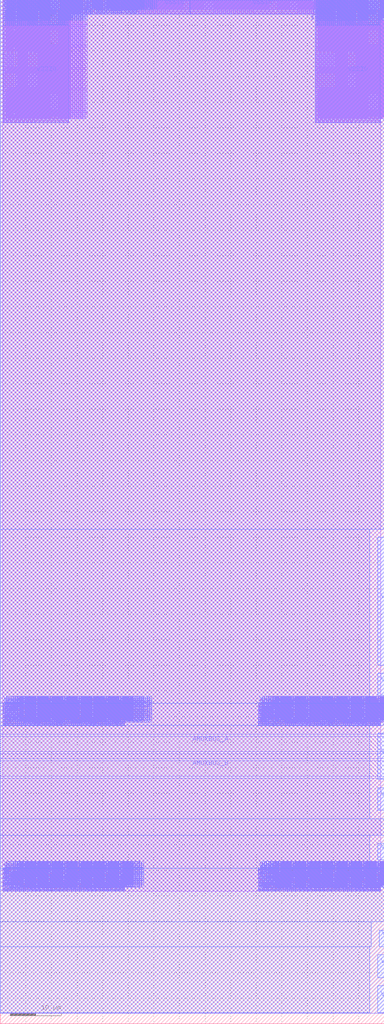
<source format=lef>
# Copyright 2020 The SkyWater PDK Authors
#
# Licensed under the Apache License, Version 2.0 (the "License");
# you may not use this file except in compliance with the License.
# You may obtain a copy of the License at
#
#     https://www.apache.org/licenses/LICENSE-2.0
#
# Unless required by applicable law or agreed to in writing, software
# distributed under the License is distributed on an "AS IS" BASIS,
# WITHOUT WARRANTIES OR CONDITIONS OF ANY KIND, either express or implied.
# See the License for the specific language governing permissions and
# limitations under the License.
#
# SPDX-License-Identifier: Apache-2.0

VERSION 5.7 ;
  NOWIREEXTENSIONATPIN ON ;
  DIVIDERCHAR "/" ;
  BUSBITCHARS "[]" ;
MACRO sky130_fd_io__overlay_vssio_hvc
  CLASS PAD ;
  FOREIGN sky130_fd_io__overlay_vssio_hvc ;
  ORIGIN  0.000000  0.000000 ;
  SIZE  75.00000 BY  200.0000 ;
  SYMMETRY X Y R90 ;
  PIN AMUXBUS_A
    DIRECTION INOUT ;
    USE SIGNAL ;
    PORT
      LAYER met4 ;
        RECT 0.000000 53.125000 75.000000 56.105000 ;
    END
  END AMUXBUS_A
  PIN AMUXBUS_B
    DIRECTION INOUT ;
    USE SIGNAL ;
    PORT
      LAYER met4 ;
        RECT 0.000000 48.365000 75.000000 51.345000 ;
    END
  END AMUXBUS_B
  PIN VCCD
    DIRECTION INOUT ;
    USE POWER ;
    PORT
      LAYER met5 ;
        RECT 73.730000 8.985000 75.000000 13.435000 ;
    END
  END VCCD
  PIN VCCHIB
    DIRECTION INOUT ;
    USE POWER ;
    PORT
      LAYER met5 ;
        RECT 73.730000 2.135000 75.000000 7.385000 ;
    END
  END VCCHIB
  PIN VDDA
    DIRECTION INOUT ;
    USE POWER ;
    PORT
      LAYER met5 ;
        RECT 74.035000 15.035000 75.000000 18.285000 ;
    END
  END VDDA
  PIN VDDIO
    DIRECTION INOUT ;
    USE POWER ;
    PORT
      LAYER met5 ;
        RECT 73.730000 70.035000 75.000000 94.985000 ;
    END
  END VDDIO
  PIN VDDIO_Q
    DIRECTION INOUT ;
    USE POWER ;
    PORT
      LAYER met5 ;
        RECT 73.730000 64.185000 75.000000 68.435000 ;
    END
  END VDDIO_Q
  PIN VSSA
    DIRECTION INOUT ;
    USE GROUND ;
    PORT
      LAYER met5 ;
        RECT 73.730000 47.735000 75.000000 56.735000 ;
    END
  END VSSA
  PIN VSSD
    DIRECTION INOUT ;
    USE GROUND ;
    PORT
      LAYER met5 ;
        RECT 73.730000 41.685000 75.000000 46.135000 ;
    END
  END VSSD
  PIN VSSIO
    DIRECTION INOUT ;
    USE GROUND ;
    PORT
      LAYER met3 ;
        RECT 0.525000 25.850000 0.845000 26.170000 ;
      LAYER met4 ;
        RECT 0.525000 25.850000 0.845000 26.170000 ;
    END
    PORT
      LAYER met3 ;
        RECT 0.525000 26.280000 0.845000 26.600000 ;
      LAYER met4 ;
        RECT 0.525000 26.280000 0.845000 26.600000 ;
    END
    PORT
      LAYER met3 ;
        RECT 0.525000 26.710000 0.845000 27.030000 ;
      LAYER met4 ;
        RECT 0.525000 26.710000 0.845000 27.030000 ;
    END
    PORT
      LAYER met3 ;
        RECT 0.525000 27.140000 0.845000 27.460000 ;
      LAYER met4 ;
        RECT 0.525000 27.140000 0.845000 27.460000 ;
    END
    PORT
      LAYER met3 ;
        RECT 0.525000 27.570000 0.845000 27.890000 ;
      LAYER met4 ;
        RECT 0.525000 27.570000 0.845000 27.890000 ;
    END
    PORT
      LAYER met3 ;
        RECT 0.525000 28.000000 0.845000 28.320000 ;
      LAYER met4 ;
        RECT 0.525000 28.000000 0.845000 28.320000 ;
    END
    PORT
      LAYER met3 ;
        RECT 0.525000 28.430000 0.845000 28.750000 ;
      LAYER met4 ;
        RECT 0.525000 28.430000 0.845000 28.750000 ;
    END
    PORT
      LAYER met3 ;
        RECT 0.525000 28.860000 0.845000 29.180000 ;
      LAYER met4 ;
        RECT 0.525000 28.860000 0.845000 29.180000 ;
    END
    PORT
      LAYER met3 ;
        RECT 0.525000 29.290000 0.845000 29.610000 ;
      LAYER met4 ;
        RECT 0.525000 29.290000 0.845000 29.610000 ;
    END
    PORT
      LAYER met3 ;
        RECT 0.525000 29.720000 0.845000 30.040000 ;
      LAYER met4 ;
        RECT 0.525000 29.720000 0.845000 30.040000 ;
    END
    PORT
      LAYER met3 ;
        RECT 0.525000 30.150000 0.845000 30.470000 ;
      LAYER met4 ;
        RECT 0.525000 30.150000 0.845000 30.470000 ;
    END
    PORT
      LAYER met3 ;
        RECT 0.625000 175.935000 13.345000 195.055000 ;
      LAYER met4 ;
        RECT 0.625000 175.935000 13.345000 195.055000 ;
    END
    PORT
      LAYER met3 ;
        RECT 0.625000 195.140000 0.945000 195.460000 ;
      LAYER met4 ;
        RECT 0.625000 195.140000 0.945000 195.460000 ;
    END
    PORT
      LAYER met3 ;
        RECT 0.625000 195.545000 0.945000 195.865000 ;
      LAYER met4 ;
        RECT 0.625000 195.545000 0.945000 195.865000 ;
    END
    PORT
      LAYER met3 ;
        RECT 0.625000 195.950000 0.945000 196.270000 ;
      LAYER met4 ;
        RECT 0.625000 195.950000 0.945000 196.270000 ;
    END
    PORT
      LAYER met3 ;
        RECT 0.625000 196.355000 0.945000 196.675000 ;
      LAYER met4 ;
        RECT 0.625000 196.355000 0.945000 196.675000 ;
    END
    PORT
      LAYER met3 ;
        RECT 0.625000 196.760000 0.945000 197.080000 ;
      LAYER met4 ;
        RECT 0.625000 196.760000 0.945000 197.080000 ;
    END
    PORT
      LAYER met3 ;
        RECT 0.625000 197.165000 0.945000 197.485000 ;
      LAYER met4 ;
        RECT 0.625000 197.165000 0.945000 197.485000 ;
    END
    PORT
      LAYER met3 ;
        RECT 0.625000 197.570000 0.945000 197.890000 ;
      LAYER met4 ;
        RECT 0.625000 197.570000 0.945000 197.890000 ;
    END
    PORT
      LAYER met3 ;
        RECT 0.625000 197.975000 0.945000 198.295000 ;
      LAYER met4 ;
        RECT 0.625000 197.975000 0.945000 198.295000 ;
    END
    PORT
      LAYER met3 ;
        RECT 0.625000 198.380000 0.945000 198.700000 ;
      LAYER met4 ;
        RECT 0.625000 198.380000 0.945000 198.700000 ;
    END
    PORT
      LAYER met3 ;
        RECT 0.625000 198.785000 0.945000 199.105000 ;
      LAYER met4 ;
        RECT 0.625000 198.785000 0.945000 199.105000 ;
    END
    PORT
      LAYER met3 ;
        RECT 0.625000 199.190000 0.945000 199.510000 ;
      LAYER met4 ;
        RECT 0.625000 199.190000 0.945000 199.510000 ;
    END
    PORT
      LAYER met3 ;
        RECT 0.625000 199.595000 0.945000 199.915000 ;
      LAYER met4 ;
        RECT 0.625000 199.595000 0.945000 199.915000 ;
    END
    PORT
      LAYER met3 ;
        RECT 0.685000 175.995000 0.885000 176.195000 ;
    END
    PORT
      LAYER met3 ;
        RECT 0.685000 176.395000 0.885000 176.595000 ;
    END
    PORT
      LAYER met3 ;
        RECT 0.685000 176.795000 0.885000 176.995000 ;
    END
    PORT
      LAYER met3 ;
        RECT 0.685000 177.195000 0.885000 177.395000 ;
    END
    PORT
      LAYER met3 ;
        RECT 0.685000 177.595000 0.885000 177.795000 ;
    END
    PORT
      LAYER met3 ;
        RECT 0.685000 177.995000 0.885000 178.195000 ;
    END
    PORT
      LAYER met3 ;
        RECT 0.685000 178.395000 0.885000 178.595000 ;
    END
    PORT
      LAYER met3 ;
        RECT 0.685000 178.795000 0.885000 178.995000 ;
    END
    PORT
      LAYER met3 ;
        RECT 0.685000 179.195000 0.885000 179.395000 ;
    END
    PORT
      LAYER met3 ;
        RECT 0.685000 179.595000 0.885000 179.795000 ;
    END
    PORT
      LAYER met3 ;
        RECT 0.685000 179.995000 0.885000 180.195000 ;
    END
    PORT
      LAYER met3 ;
        RECT 0.685000 180.395000 0.885000 180.595000 ;
    END
    PORT
      LAYER met3 ;
        RECT 0.685000 180.795000 0.885000 180.995000 ;
    END
    PORT
      LAYER met3 ;
        RECT 0.685000 181.195000 0.885000 181.395000 ;
    END
    PORT
      LAYER met3 ;
        RECT 0.685000 181.595000 0.885000 181.795000 ;
    END
    PORT
      LAYER met3 ;
        RECT 0.685000 181.995000 0.885000 182.195000 ;
    END
    PORT
      LAYER met3 ;
        RECT 0.685000 182.395000 0.885000 182.595000 ;
    END
    PORT
      LAYER met3 ;
        RECT 0.685000 182.795000 0.885000 182.995000 ;
    END
    PORT
      LAYER met3 ;
        RECT 0.685000 183.195000 0.885000 183.395000 ;
    END
    PORT
      LAYER met3 ;
        RECT 0.685000 183.595000 0.885000 183.795000 ;
    END
    PORT
      LAYER met3 ;
        RECT 0.685000 183.995000 0.885000 184.195000 ;
    END
    PORT
      LAYER met3 ;
        RECT 0.685000 184.395000 0.885000 184.595000 ;
    END
    PORT
      LAYER met3 ;
        RECT 0.685000 184.795000 0.885000 184.995000 ;
    END
    PORT
      LAYER met3 ;
        RECT 0.685000 185.195000 0.885000 185.395000 ;
    END
    PORT
      LAYER met3 ;
        RECT 0.685000 185.595000 0.885000 185.795000 ;
    END
    PORT
      LAYER met3 ;
        RECT 0.685000 185.995000 0.885000 186.195000 ;
    END
    PORT
      LAYER met3 ;
        RECT 0.685000 186.395000 0.885000 186.595000 ;
    END
    PORT
      LAYER met3 ;
        RECT 0.685000 186.795000 0.885000 186.995000 ;
    END
    PORT
      LAYER met3 ;
        RECT 0.685000 187.195000 0.885000 187.395000 ;
    END
    PORT
      LAYER met3 ;
        RECT 0.685000 187.595000 0.885000 187.795000 ;
    END
    PORT
      LAYER met3 ;
        RECT 0.685000 187.995000 0.885000 188.195000 ;
    END
    PORT
      LAYER met3 ;
        RECT 0.685000 188.395000 0.885000 188.595000 ;
    END
    PORT
      LAYER met3 ;
        RECT 0.685000 188.795000 0.885000 188.995000 ;
    END
    PORT
      LAYER met3 ;
        RECT 0.685000 189.195000 0.885000 189.395000 ;
    END
    PORT
      LAYER met3 ;
        RECT 0.685000 189.595000 0.885000 189.795000 ;
    END
    PORT
      LAYER met3 ;
        RECT 0.685000 189.995000 0.885000 190.195000 ;
    END
    PORT
      LAYER met3 ;
        RECT 0.685000 190.395000 0.885000 190.595000 ;
    END
    PORT
      LAYER met3 ;
        RECT 0.685000 190.795000 0.885000 190.995000 ;
    END
    PORT
      LAYER met3 ;
        RECT 0.685000 191.195000 0.885000 191.395000 ;
    END
    PORT
      LAYER met3 ;
        RECT 0.685000 191.595000 0.885000 191.795000 ;
    END
    PORT
      LAYER met3 ;
        RECT 0.685000 191.995000 0.885000 192.195000 ;
    END
    PORT
      LAYER met3 ;
        RECT 0.685000 192.395000 0.885000 192.595000 ;
    END
    PORT
      LAYER met3 ;
        RECT 0.685000 192.795000 0.885000 192.995000 ;
    END
    PORT
      LAYER met3 ;
        RECT 0.685000 193.195000 0.885000 193.395000 ;
    END
    PORT
      LAYER met3 ;
        RECT 0.685000 193.595000 0.885000 193.795000 ;
    END
    PORT
      LAYER met3 ;
        RECT 0.685000 193.995000 0.885000 194.195000 ;
    END
    PORT
      LAYER met3 ;
        RECT 0.685000 194.395000 0.885000 194.595000 ;
    END
    PORT
      LAYER met3 ;
        RECT 0.685000 194.795000 0.885000 194.995000 ;
    END
    PORT
      LAYER met3 ;
        RECT 0.935000 25.850000 1.255000 26.170000 ;
      LAYER met4 ;
        RECT 0.935000 25.850000 1.255000 26.170000 ;
    END
    PORT
      LAYER met3 ;
        RECT 0.935000 26.280000 1.255000 26.600000 ;
      LAYER met4 ;
        RECT 0.935000 26.280000 1.255000 26.600000 ;
    END
    PORT
      LAYER met3 ;
        RECT 0.935000 26.710000 1.255000 27.030000 ;
      LAYER met4 ;
        RECT 0.935000 26.710000 1.255000 27.030000 ;
    END
    PORT
      LAYER met3 ;
        RECT 0.935000 27.140000 1.255000 27.460000 ;
      LAYER met4 ;
        RECT 0.935000 27.140000 1.255000 27.460000 ;
    END
    PORT
      LAYER met3 ;
        RECT 0.935000 27.570000 1.255000 27.890000 ;
      LAYER met4 ;
        RECT 0.935000 27.570000 1.255000 27.890000 ;
    END
    PORT
      LAYER met3 ;
        RECT 0.935000 28.000000 1.255000 28.320000 ;
      LAYER met4 ;
        RECT 0.935000 28.000000 1.255000 28.320000 ;
    END
    PORT
      LAYER met3 ;
        RECT 0.935000 28.430000 1.255000 28.750000 ;
      LAYER met4 ;
        RECT 0.935000 28.430000 1.255000 28.750000 ;
    END
    PORT
      LAYER met3 ;
        RECT 0.935000 28.860000 1.255000 29.180000 ;
      LAYER met4 ;
        RECT 0.935000 28.860000 1.255000 29.180000 ;
    END
    PORT
      LAYER met3 ;
        RECT 0.935000 29.290000 1.255000 29.610000 ;
      LAYER met4 ;
        RECT 0.935000 29.290000 1.255000 29.610000 ;
    END
    PORT
      LAYER met3 ;
        RECT 0.935000 29.720000 1.255000 30.040000 ;
      LAYER met4 ;
        RECT 0.935000 29.720000 1.255000 30.040000 ;
    END
    PORT
      LAYER met3 ;
        RECT 0.935000 30.150000 1.255000 30.470000 ;
      LAYER met4 ;
        RECT 0.935000 30.150000 1.255000 30.470000 ;
    END
    PORT
      LAYER met3 ;
        RECT 1.025000 195.140000 1.345000 195.460000 ;
      LAYER met4 ;
        RECT 1.025000 195.140000 1.345000 195.460000 ;
    END
    PORT
      LAYER met3 ;
        RECT 1.025000 195.545000 1.345000 195.865000 ;
      LAYER met4 ;
        RECT 1.025000 195.545000 1.345000 195.865000 ;
    END
    PORT
      LAYER met3 ;
        RECT 1.025000 195.950000 1.345000 196.270000 ;
      LAYER met4 ;
        RECT 1.025000 195.950000 1.345000 196.270000 ;
    END
    PORT
      LAYER met3 ;
        RECT 1.025000 196.355000 1.345000 196.675000 ;
      LAYER met4 ;
        RECT 1.025000 196.355000 1.345000 196.675000 ;
    END
    PORT
      LAYER met3 ;
        RECT 1.025000 196.760000 1.345000 197.080000 ;
      LAYER met4 ;
        RECT 1.025000 196.760000 1.345000 197.080000 ;
    END
    PORT
      LAYER met3 ;
        RECT 1.025000 197.165000 1.345000 197.485000 ;
      LAYER met4 ;
        RECT 1.025000 197.165000 1.345000 197.485000 ;
    END
    PORT
      LAYER met3 ;
        RECT 1.025000 197.570000 1.345000 197.890000 ;
      LAYER met4 ;
        RECT 1.025000 197.570000 1.345000 197.890000 ;
    END
    PORT
      LAYER met3 ;
        RECT 1.025000 197.975000 1.345000 198.295000 ;
      LAYER met4 ;
        RECT 1.025000 197.975000 1.345000 198.295000 ;
    END
    PORT
      LAYER met3 ;
        RECT 1.025000 198.380000 1.345000 198.700000 ;
      LAYER met4 ;
        RECT 1.025000 198.380000 1.345000 198.700000 ;
    END
    PORT
      LAYER met3 ;
        RECT 1.025000 198.785000 1.345000 199.105000 ;
      LAYER met4 ;
        RECT 1.025000 198.785000 1.345000 199.105000 ;
    END
    PORT
      LAYER met3 ;
        RECT 1.025000 199.190000 1.345000 199.510000 ;
      LAYER met4 ;
        RECT 1.025000 199.190000 1.345000 199.510000 ;
    END
    PORT
      LAYER met3 ;
        RECT 1.025000 199.595000 1.345000 199.915000 ;
      LAYER met4 ;
        RECT 1.025000 199.595000 1.345000 199.915000 ;
    END
    PORT
      LAYER met3 ;
        RECT 1.085000 175.995000 1.285000 176.195000 ;
    END
    PORT
      LAYER met3 ;
        RECT 1.085000 176.395000 1.285000 176.595000 ;
    END
    PORT
      LAYER met3 ;
        RECT 1.085000 176.795000 1.285000 176.995000 ;
    END
    PORT
      LAYER met3 ;
        RECT 1.085000 177.195000 1.285000 177.395000 ;
    END
    PORT
      LAYER met3 ;
        RECT 1.085000 177.595000 1.285000 177.795000 ;
    END
    PORT
      LAYER met3 ;
        RECT 1.085000 177.995000 1.285000 178.195000 ;
    END
    PORT
      LAYER met3 ;
        RECT 1.085000 178.395000 1.285000 178.595000 ;
    END
    PORT
      LAYER met3 ;
        RECT 1.085000 178.795000 1.285000 178.995000 ;
    END
    PORT
      LAYER met3 ;
        RECT 1.085000 179.195000 1.285000 179.395000 ;
    END
    PORT
      LAYER met3 ;
        RECT 1.085000 179.595000 1.285000 179.795000 ;
    END
    PORT
      LAYER met3 ;
        RECT 1.085000 179.995000 1.285000 180.195000 ;
    END
    PORT
      LAYER met3 ;
        RECT 1.085000 180.395000 1.285000 180.595000 ;
    END
    PORT
      LAYER met3 ;
        RECT 1.085000 180.795000 1.285000 180.995000 ;
    END
    PORT
      LAYER met3 ;
        RECT 1.085000 181.195000 1.285000 181.395000 ;
    END
    PORT
      LAYER met3 ;
        RECT 1.085000 181.595000 1.285000 181.795000 ;
    END
    PORT
      LAYER met3 ;
        RECT 1.085000 181.995000 1.285000 182.195000 ;
    END
    PORT
      LAYER met3 ;
        RECT 1.085000 182.395000 1.285000 182.595000 ;
    END
    PORT
      LAYER met3 ;
        RECT 1.085000 182.795000 1.285000 182.995000 ;
    END
    PORT
      LAYER met3 ;
        RECT 1.085000 183.195000 1.285000 183.395000 ;
    END
    PORT
      LAYER met3 ;
        RECT 1.085000 183.595000 1.285000 183.795000 ;
    END
    PORT
      LAYER met3 ;
        RECT 1.085000 183.995000 1.285000 184.195000 ;
    END
    PORT
      LAYER met3 ;
        RECT 1.085000 184.395000 1.285000 184.595000 ;
    END
    PORT
      LAYER met3 ;
        RECT 1.085000 184.795000 1.285000 184.995000 ;
    END
    PORT
      LAYER met3 ;
        RECT 1.085000 185.195000 1.285000 185.395000 ;
    END
    PORT
      LAYER met3 ;
        RECT 1.085000 185.595000 1.285000 185.795000 ;
    END
    PORT
      LAYER met3 ;
        RECT 1.085000 185.995000 1.285000 186.195000 ;
    END
    PORT
      LAYER met3 ;
        RECT 1.085000 186.395000 1.285000 186.595000 ;
    END
    PORT
      LAYER met3 ;
        RECT 1.085000 186.795000 1.285000 186.995000 ;
    END
    PORT
      LAYER met3 ;
        RECT 1.085000 187.195000 1.285000 187.395000 ;
    END
    PORT
      LAYER met3 ;
        RECT 1.085000 187.595000 1.285000 187.795000 ;
    END
    PORT
      LAYER met3 ;
        RECT 1.085000 187.995000 1.285000 188.195000 ;
    END
    PORT
      LAYER met3 ;
        RECT 1.085000 188.395000 1.285000 188.595000 ;
    END
    PORT
      LAYER met3 ;
        RECT 1.085000 188.795000 1.285000 188.995000 ;
    END
    PORT
      LAYER met3 ;
        RECT 1.085000 189.195000 1.285000 189.395000 ;
    END
    PORT
      LAYER met3 ;
        RECT 1.085000 189.595000 1.285000 189.795000 ;
    END
    PORT
      LAYER met3 ;
        RECT 1.085000 189.995000 1.285000 190.195000 ;
    END
    PORT
      LAYER met3 ;
        RECT 1.085000 190.395000 1.285000 190.595000 ;
    END
    PORT
      LAYER met3 ;
        RECT 1.085000 190.795000 1.285000 190.995000 ;
    END
    PORT
      LAYER met3 ;
        RECT 1.085000 191.195000 1.285000 191.395000 ;
    END
    PORT
      LAYER met3 ;
        RECT 1.085000 191.595000 1.285000 191.795000 ;
    END
    PORT
      LAYER met3 ;
        RECT 1.085000 191.995000 1.285000 192.195000 ;
    END
    PORT
      LAYER met3 ;
        RECT 1.085000 192.395000 1.285000 192.595000 ;
    END
    PORT
      LAYER met3 ;
        RECT 1.085000 192.795000 1.285000 192.995000 ;
    END
    PORT
      LAYER met3 ;
        RECT 1.085000 193.195000 1.285000 193.395000 ;
    END
    PORT
      LAYER met3 ;
        RECT 1.085000 193.595000 1.285000 193.795000 ;
    END
    PORT
      LAYER met3 ;
        RECT 1.085000 193.995000 1.285000 194.195000 ;
    END
    PORT
      LAYER met3 ;
        RECT 1.085000 194.395000 1.285000 194.595000 ;
    END
    PORT
      LAYER met3 ;
        RECT 1.085000 194.795000 1.285000 194.995000 ;
    END
    PORT
      LAYER met3 ;
        RECT 1.345000 25.850000 1.665000 26.170000 ;
      LAYER met4 ;
        RECT 1.345000 25.850000 1.665000 26.170000 ;
    END
    PORT
      LAYER met3 ;
        RECT 1.345000 26.280000 1.665000 26.600000 ;
      LAYER met4 ;
        RECT 1.345000 26.280000 1.665000 26.600000 ;
    END
    PORT
      LAYER met3 ;
        RECT 1.345000 26.710000 1.665000 27.030000 ;
      LAYER met4 ;
        RECT 1.345000 26.710000 1.665000 27.030000 ;
    END
    PORT
      LAYER met3 ;
        RECT 1.345000 27.140000 1.665000 27.460000 ;
      LAYER met4 ;
        RECT 1.345000 27.140000 1.665000 27.460000 ;
    END
    PORT
      LAYER met3 ;
        RECT 1.345000 27.570000 1.665000 27.890000 ;
      LAYER met4 ;
        RECT 1.345000 27.570000 1.665000 27.890000 ;
    END
    PORT
      LAYER met3 ;
        RECT 1.345000 28.000000 1.665000 28.320000 ;
      LAYER met4 ;
        RECT 1.345000 28.000000 1.665000 28.320000 ;
    END
    PORT
      LAYER met3 ;
        RECT 1.345000 28.430000 1.665000 28.750000 ;
      LAYER met4 ;
        RECT 1.345000 28.430000 1.665000 28.750000 ;
    END
    PORT
      LAYER met3 ;
        RECT 1.345000 28.860000 1.665000 29.180000 ;
      LAYER met4 ;
        RECT 1.345000 28.860000 1.665000 29.180000 ;
    END
    PORT
      LAYER met3 ;
        RECT 1.345000 29.290000 1.665000 29.610000 ;
      LAYER met4 ;
        RECT 1.345000 29.290000 1.665000 29.610000 ;
    END
    PORT
      LAYER met3 ;
        RECT 1.345000 29.720000 1.665000 30.040000 ;
      LAYER met4 ;
        RECT 1.345000 29.720000 1.665000 30.040000 ;
    END
    PORT
      LAYER met3 ;
        RECT 1.345000 30.150000 1.665000 30.470000 ;
      LAYER met4 ;
        RECT 1.345000 30.150000 1.665000 30.470000 ;
    END
    PORT
      LAYER met3 ;
        RECT 1.425000 195.140000 1.745000 195.460000 ;
      LAYER met4 ;
        RECT 1.425000 195.140000 1.745000 195.460000 ;
    END
    PORT
      LAYER met3 ;
        RECT 1.425000 195.545000 1.745000 195.865000 ;
      LAYER met4 ;
        RECT 1.425000 195.545000 1.745000 195.865000 ;
    END
    PORT
      LAYER met3 ;
        RECT 1.425000 195.950000 1.745000 196.270000 ;
      LAYER met4 ;
        RECT 1.425000 195.950000 1.745000 196.270000 ;
    END
    PORT
      LAYER met3 ;
        RECT 1.425000 196.355000 1.745000 196.675000 ;
      LAYER met4 ;
        RECT 1.425000 196.355000 1.745000 196.675000 ;
    END
    PORT
      LAYER met3 ;
        RECT 1.425000 196.760000 1.745000 197.080000 ;
      LAYER met4 ;
        RECT 1.425000 196.760000 1.745000 197.080000 ;
    END
    PORT
      LAYER met3 ;
        RECT 1.425000 197.165000 1.745000 197.485000 ;
      LAYER met4 ;
        RECT 1.425000 197.165000 1.745000 197.485000 ;
    END
    PORT
      LAYER met3 ;
        RECT 1.425000 197.570000 1.745000 197.890000 ;
      LAYER met4 ;
        RECT 1.425000 197.570000 1.745000 197.890000 ;
    END
    PORT
      LAYER met3 ;
        RECT 1.425000 197.975000 1.745000 198.295000 ;
      LAYER met4 ;
        RECT 1.425000 197.975000 1.745000 198.295000 ;
    END
    PORT
      LAYER met3 ;
        RECT 1.425000 198.380000 1.745000 198.700000 ;
      LAYER met4 ;
        RECT 1.425000 198.380000 1.745000 198.700000 ;
    END
    PORT
      LAYER met3 ;
        RECT 1.425000 198.785000 1.745000 199.105000 ;
      LAYER met4 ;
        RECT 1.425000 198.785000 1.745000 199.105000 ;
    END
    PORT
      LAYER met3 ;
        RECT 1.425000 199.190000 1.745000 199.510000 ;
      LAYER met4 ;
        RECT 1.425000 199.190000 1.745000 199.510000 ;
    END
    PORT
      LAYER met3 ;
        RECT 1.425000 199.595000 1.745000 199.915000 ;
      LAYER met4 ;
        RECT 1.425000 199.595000 1.745000 199.915000 ;
    END
    PORT
      LAYER met3 ;
        RECT 1.485000 175.995000 1.685000 176.195000 ;
    END
    PORT
      LAYER met3 ;
        RECT 1.485000 176.395000 1.685000 176.595000 ;
    END
    PORT
      LAYER met3 ;
        RECT 1.485000 176.795000 1.685000 176.995000 ;
    END
    PORT
      LAYER met3 ;
        RECT 1.485000 177.195000 1.685000 177.395000 ;
    END
    PORT
      LAYER met3 ;
        RECT 1.485000 177.595000 1.685000 177.795000 ;
    END
    PORT
      LAYER met3 ;
        RECT 1.485000 177.995000 1.685000 178.195000 ;
    END
    PORT
      LAYER met3 ;
        RECT 1.485000 178.395000 1.685000 178.595000 ;
    END
    PORT
      LAYER met3 ;
        RECT 1.485000 178.795000 1.685000 178.995000 ;
    END
    PORT
      LAYER met3 ;
        RECT 1.485000 179.195000 1.685000 179.395000 ;
    END
    PORT
      LAYER met3 ;
        RECT 1.485000 179.595000 1.685000 179.795000 ;
    END
    PORT
      LAYER met3 ;
        RECT 1.485000 179.995000 1.685000 180.195000 ;
    END
    PORT
      LAYER met3 ;
        RECT 1.485000 180.395000 1.685000 180.595000 ;
    END
    PORT
      LAYER met3 ;
        RECT 1.485000 180.795000 1.685000 180.995000 ;
    END
    PORT
      LAYER met3 ;
        RECT 1.485000 181.195000 1.685000 181.395000 ;
    END
    PORT
      LAYER met3 ;
        RECT 1.485000 181.595000 1.685000 181.795000 ;
    END
    PORT
      LAYER met3 ;
        RECT 1.485000 181.995000 1.685000 182.195000 ;
    END
    PORT
      LAYER met3 ;
        RECT 1.485000 182.395000 1.685000 182.595000 ;
    END
    PORT
      LAYER met3 ;
        RECT 1.485000 182.795000 1.685000 182.995000 ;
    END
    PORT
      LAYER met3 ;
        RECT 1.485000 183.195000 1.685000 183.395000 ;
    END
    PORT
      LAYER met3 ;
        RECT 1.485000 183.595000 1.685000 183.795000 ;
    END
    PORT
      LAYER met3 ;
        RECT 1.485000 183.995000 1.685000 184.195000 ;
    END
    PORT
      LAYER met3 ;
        RECT 1.485000 184.395000 1.685000 184.595000 ;
    END
    PORT
      LAYER met3 ;
        RECT 1.485000 184.795000 1.685000 184.995000 ;
    END
    PORT
      LAYER met3 ;
        RECT 1.485000 185.195000 1.685000 185.395000 ;
    END
    PORT
      LAYER met3 ;
        RECT 1.485000 185.595000 1.685000 185.795000 ;
    END
    PORT
      LAYER met3 ;
        RECT 1.485000 185.995000 1.685000 186.195000 ;
    END
    PORT
      LAYER met3 ;
        RECT 1.485000 186.395000 1.685000 186.595000 ;
    END
    PORT
      LAYER met3 ;
        RECT 1.485000 186.795000 1.685000 186.995000 ;
    END
    PORT
      LAYER met3 ;
        RECT 1.485000 187.195000 1.685000 187.395000 ;
    END
    PORT
      LAYER met3 ;
        RECT 1.485000 187.595000 1.685000 187.795000 ;
    END
    PORT
      LAYER met3 ;
        RECT 1.485000 187.995000 1.685000 188.195000 ;
    END
    PORT
      LAYER met3 ;
        RECT 1.485000 188.395000 1.685000 188.595000 ;
    END
    PORT
      LAYER met3 ;
        RECT 1.485000 188.795000 1.685000 188.995000 ;
    END
    PORT
      LAYER met3 ;
        RECT 1.485000 189.195000 1.685000 189.395000 ;
    END
    PORT
      LAYER met3 ;
        RECT 1.485000 189.595000 1.685000 189.795000 ;
    END
    PORT
      LAYER met3 ;
        RECT 1.485000 189.995000 1.685000 190.195000 ;
    END
    PORT
      LAYER met3 ;
        RECT 1.485000 190.395000 1.685000 190.595000 ;
    END
    PORT
      LAYER met3 ;
        RECT 1.485000 190.795000 1.685000 190.995000 ;
    END
    PORT
      LAYER met3 ;
        RECT 1.485000 191.195000 1.685000 191.395000 ;
    END
    PORT
      LAYER met3 ;
        RECT 1.485000 191.595000 1.685000 191.795000 ;
    END
    PORT
      LAYER met3 ;
        RECT 1.485000 191.995000 1.685000 192.195000 ;
    END
    PORT
      LAYER met3 ;
        RECT 1.485000 192.395000 1.685000 192.595000 ;
    END
    PORT
      LAYER met3 ;
        RECT 1.485000 192.795000 1.685000 192.995000 ;
    END
    PORT
      LAYER met3 ;
        RECT 1.485000 193.195000 1.685000 193.395000 ;
    END
    PORT
      LAYER met3 ;
        RECT 1.485000 193.595000 1.685000 193.795000 ;
    END
    PORT
      LAYER met3 ;
        RECT 1.485000 193.995000 1.685000 194.195000 ;
    END
    PORT
      LAYER met3 ;
        RECT 1.485000 194.395000 1.685000 194.595000 ;
    END
    PORT
      LAYER met3 ;
        RECT 1.485000 194.795000 1.685000 194.995000 ;
    END
    PORT
      LAYER met3 ;
        RECT 1.755000 25.850000 2.075000 26.170000 ;
      LAYER met4 ;
        RECT 1.755000 25.850000 2.075000 26.170000 ;
    END
    PORT
      LAYER met3 ;
        RECT 1.755000 26.280000 2.075000 26.600000 ;
      LAYER met4 ;
        RECT 1.755000 26.280000 2.075000 26.600000 ;
    END
    PORT
      LAYER met3 ;
        RECT 1.755000 26.710000 2.075000 27.030000 ;
      LAYER met4 ;
        RECT 1.755000 26.710000 2.075000 27.030000 ;
    END
    PORT
      LAYER met3 ;
        RECT 1.755000 27.140000 2.075000 27.460000 ;
      LAYER met4 ;
        RECT 1.755000 27.140000 2.075000 27.460000 ;
    END
    PORT
      LAYER met3 ;
        RECT 1.755000 27.570000 2.075000 27.890000 ;
      LAYER met4 ;
        RECT 1.755000 27.570000 2.075000 27.890000 ;
    END
    PORT
      LAYER met3 ;
        RECT 1.755000 28.000000 2.075000 28.320000 ;
      LAYER met4 ;
        RECT 1.755000 28.000000 2.075000 28.320000 ;
    END
    PORT
      LAYER met3 ;
        RECT 1.755000 28.430000 2.075000 28.750000 ;
      LAYER met4 ;
        RECT 1.755000 28.430000 2.075000 28.750000 ;
    END
    PORT
      LAYER met3 ;
        RECT 1.755000 28.860000 2.075000 29.180000 ;
      LAYER met4 ;
        RECT 1.755000 28.860000 2.075000 29.180000 ;
    END
    PORT
      LAYER met3 ;
        RECT 1.755000 29.290000 2.075000 29.610000 ;
      LAYER met4 ;
        RECT 1.755000 29.290000 2.075000 29.610000 ;
    END
    PORT
      LAYER met3 ;
        RECT 1.755000 29.720000 2.075000 30.040000 ;
      LAYER met4 ;
        RECT 1.755000 29.720000 2.075000 30.040000 ;
    END
    PORT
      LAYER met3 ;
        RECT 1.755000 30.150000 2.075000 30.470000 ;
      LAYER met4 ;
        RECT 1.755000 30.150000 2.075000 30.470000 ;
    END
    PORT
      LAYER met3 ;
        RECT 1.825000 195.140000 2.145000 195.460000 ;
      LAYER met4 ;
        RECT 1.825000 195.140000 2.145000 195.460000 ;
    END
    PORT
      LAYER met3 ;
        RECT 1.825000 195.545000 2.145000 195.865000 ;
      LAYER met4 ;
        RECT 1.825000 195.545000 2.145000 195.865000 ;
    END
    PORT
      LAYER met3 ;
        RECT 1.825000 195.950000 2.145000 196.270000 ;
      LAYER met4 ;
        RECT 1.825000 195.950000 2.145000 196.270000 ;
    END
    PORT
      LAYER met3 ;
        RECT 1.825000 196.355000 2.145000 196.675000 ;
      LAYER met4 ;
        RECT 1.825000 196.355000 2.145000 196.675000 ;
    END
    PORT
      LAYER met3 ;
        RECT 1.825000 196.760000 2.145000 197.080000 ;
      LAYER met4 ;
        RECT 1.825000 196.760000 2.145000 197.080000 ;
    END
    PORT
      LAYER met3 ;
        RECT 1.825000 197.165000 2.145000 197.485000 ;
      LAYER met4 ;
        RECT 1.825000 197.165000 2.145000 197.485000 ;
    END
    PORT
      LAYER met3 ;
        RECT 1.825000 197.570000 2.145000 197.890000 ;
      LAYER met4 ;
        RECT 1.825000 197.570000 2.145000 197.890000 ;
    END
    PORT
      LAYER met3 ;
        RECT 1.825000 197.975000 2.145000 198.295000 ;
      LAYER met4 ;
        RECT 1.825000 197.975000 2.145000 198.295000 ;
    END
    PORT
      LAYER met3 ;
        RECT 1.825000 198.380000 2.145000 198.700000 ;
      LAYER met4 ;
        RECT 1.825000 198.380000 2.145000 198.700000 ;
    END
    PORT
      LAYER met3 ;
        RECT 1.825000 198.785000 2.145000 199.105000 ;
      LAYER met4 ;
        RECT 1.825000 198.785000 2.145000 199.105000 ;
    END
    PORT
      LAYER met3 ;
        RECT 1.825000 199.190000 2.145000 199.510000 ;
      LAYER met4 ;
        RECT 1.825000 199.190000 2.145000 199.510000 ;
    END
    PORT
      LAYER met3 ;
        RECT 1.825000 199.595000 2.145000 199.915000 ;
      LAYER met4 ;
        RECT 1.825000 199.595000 2.145000 199.915000 ;
    END
    PORT
      LAYER met3 ;
        RECT 1.885000 175.995000 2.085000 176.195000 ;
    END
    PORT
      LAYER met3 ;
        RECT 1.885000 176.395000 2.085000 176.595000 ;
    END
    PORT
      LAYER met3 ;
        RECT 1.885000 176.795000 2.085000 176.995000 ;
    END
    PORT
      LAYER met3 ;
        RECT 1.885000 177.195000 2.085000 177.395000 ;
    END
    PORT
      LAYER met3 ;
        RECT 1.885000 177.595000 2.085000 177.795000 ;
    END
    PORT
      LAYER met3 ;
        RECT 1.885000 177.995000 2.085000 178.195000 ;
    END
    PORT
      LAYER met3 ;
        RECT 1.885000 178.395000 2.085000 178.595000 ;
    END
    PORT
      LAYER met3 ;
        RECT 1.885000 178.795000 2.085000 178.995000 ;
    END
    PORT
      LAYER met3 ;
        RECT 1.885000 179.195000 2.085000 179.395000 ;
    END
    PORT
      LAYER met3 ;
        RECT 1.885000 179.595000 2.085000 179.795000 ;
    END
    PORT
      LAYER met3 ;
        RECT 1.885000 179.995000 2.085000 180.195000 ;
    END
    PORT
      LAYER met3 ;
        RECT 1.885000 180.395000 2.085000 180.595000 ;
    END
    PORT
      LAYER met3 ;
        RECT 1.885000 180.795000 2.085000 180.995000 ;
    END
    PORT
      LAYER met3 ;
        RECT 1.885000 181.195000 2.085000 181.395000 ;
    END
    PORT
      LAYER met3 ;
        RECT 1.885000 181.595000 2.085000 181.795000 ;
    END
    PORT
      LAYER met3 ;
        RECT 1.885000 181.995000 2.085000 182.195000 ;
    END
    PORT
      LAYER met3 ;
        RECT 1.885000 182.395000 2.085000 182.595000 ;
    END
    PORT
      LAYER met3 ;
        RECT 1.885000 182.795000 2.085000 182.995000 ;
    END
    PORT
      LAYER met3 ;
        RECT 1.885000 183.195000 2.085000 183.395000 ;
    END
    PORT
      LAYER met3 ;
        RECT 1.885000 183.595000 2.085000 183.795000 ;
    END
    PORT
      LAYER met3 ;
        RECT 1.885000 183.995000 2.085000 184.195000 ;
    END
    PORT
      LAYER met3 ;
        RECT 1.885000 184.395000 2.085000 184.595000 ;
    END
    PORT
      LAYER met3 ;
        RECT 1.885000 184.795000 2.085000 184.995000 ;
    END
    PORT
      LAYER met3 ;
        RECT 1.885000 185.195000 2.085000 185.395000 ;
    END
    PORT
      LAYER met3 ;
        RECT 1.885000 185.595000 2.085000 185.795000 ;
    END
    PORT
      LAYER met3 ;
        RECT 1.885000 185.995000 2.085000 186.195000 ;
    END
    PORT
      LAYER met3 ;
        RECT 1.885000 186.395000 2.085000 186.595000 ;
    END
    PORT
      LAYER met3 ;
        RECT 1.885000 186.795000 2.085000 186.995000 ;
    END
    PORT
      LAYER met3 ;
        RECT 1.885000 187.195000 2.085000 187.395000 ;
    END
    PORT
      LAYER met3 ;
        RECT 1.885000 187.595000 2.085000 187.795000 ;
    END
    PORT
      LAYER met3 ;
        RECT 1.885000 187.995000 2.085000 188.195000 ;
    END
    PORT
      LAYER met3 ;
        RECT 1.885000 188.395000 2.085000 188.595000 ;
    END
    PORT
      LAYER met3 ;
        RECT 1.885000 188.795000 2.085000 188.995000 ;
    END
    PORT
      LAYER met3 ;
        RECT 1.885000 189.195000 2.085000 189.395000 ;
    END
    PORT
      LAYER met3 ;
        RECT 1.885000 189.595000 2.085000 189.795000 ;
    END
    PORT
      LAYER met3 ;
        RECT 1.885000 189.995000 2.085000 190.195000 ;
    END
    PORT
      LAYER met3 ;
        RECT 1.885000 190.395000 2.085000 190.595000 ;
    END
    PORT
      LAYER met3 ;
        RECT 1.885000 190.795000 2.085000 190.995000 ;
    END
    PORT
      LAYER met3 ;
        RECT 1.885000 191.195000 2.085000 191.395000 ;
    END
    PORT
      LAYER met3 ;
        RECT 1.885000 191.595000 2.085000 191.795000 ;
    END
    PORT
      LAYER met3 ;
        RECT 1.885000 191.995000 2.085000 192.195000 ;
    END
    PORT
      LAYER met3 ;
        RECT 1.885000 192.395000 2.085000 192.595000 ;
    END
    PORT
      LAYER met3 ;
        RECT 1.885000 192.795000 2.085000 192.995000 ;
    END
    PORT
      LAYER met3 ;
        RECT 1.885000 193.195000 2.085000 193.395000 ;
    END
    PORT
      LAYER met3 ;
        RECT 1.885000 193.595000 2.085000 193.795000 ;
    END
    PORT
      LAYER met3 ;
        RECT 1.885000 193.995000 2.085000 194.195000 ;
    END
    PORT
      LAYER met3 ;
        RECT 1.885000 194.395000 2.085000 194.595000 ;
    END
    PORT
      LAYER met3 ;
        RECT 1.885000 194.795000 2.085000 194.995000 ;
    END
    PORT
      LAYER met3 ;
        RECT 10.225000 195.140000 10.545000 195.460000 ;
      LAYER met4 ;
        RECT 10.225000 195.140000 10.545000 195.460000 ;
    END
    PORT
      LAYER met3 ;
        RECT 10.225000 195.545000 10.545000 195.865000 ;
      LAYER met4 ;
        RECT 10.225000 195.545000 10.545000 195.865000 ;
    END
    PORT
      LAYER met3 ;
        RECT 10.225000 195.950000 10.545000 196.270000 ;
      LAYER met4 ;
        RECT 10.225000 195.950000 10.545000 196.270000 ;
    END
    PORT
      LAYER met3 ;
        RECT 10.225000 196.355000 10.545000 196.675000 ;
      LAYER met4 ;
        RECT 10.225000 196.355000 10.545000 196.675000 ;
    END
    PORT
      LAYER met3 ;
        RECT 10.225000 196.760000 10.545000 197.080000 ;
      LAYER met4 ;
        RECT 10.225000 196.760000 10.545000 197.080000 ;
    END
    PORT
      LAYER met3 ;
        RECT 10.225000 197.165000 10.545000 197.485000 ;
      LAYER met4 ;
        RECT 10.225000 197.165000 10.545000 197.485000 ;
    END
    PORT
      LAYER met3 ;
        RECT 10.225000 197.570000 10.545000 197.890000 ;
      LAYER met4 ;
        RECT 10.225000 197.570000 10.545000 197.890000 ;
    END
    PORT
      LAYER met3 ;
        RECT 10.225000 197.975000 10.545000 198.295000 ;
      LAYER met4 ;
        RECT 10.225000 197.975000 10.545000 198.295000 ;
    END
    PORT
      LAYER met3 ;
        RECT 10.225000 198.380000 10.545000 198.700000 ;
      LAYER met4 ;
        RECT 10.225000 198.380000 10.545000 198.700000 ;
    END
    PORT
      LAYER met3 ;
        RECT 10.225000 198.785000 10.545000 199.105000 ;
      LAYER met4 ;
        RECT 10.225000 198.785000 10.545000 199.105000 ;
    END
    PORT
      LAYER met3 ;
        RECT 10.225000 199.190000 10.545000 199.510000 ;
      LAYER met4 ;
        RECT 10.225000 199.190000 10.545000 199.510000 ;
    END
    PORT
      LAYER met3 ;
        RECT 10.225000 199.595000 10.545000 199.915000 ;
      LAYER met4 ;
        RECT 10.225000 199.595000 10.545000 199.915000 ;
    END
    PORT
      LAYER met3 ;
        RECT 10.275000 25.850000 10.595000 26.170000 ;
      LAYER met4 ;
        RECT 10.275000 25.850000 10.595000 26.170000 ;
    END
    PORT
      LAYER met3 ;
        RECT 10.275000 26.280000 10.595000 26.600000 ;
      LAYER met4 ;
        RECT 10.275000 26.280000 10.595000 26.600000 ;
    END
    PORT
      LAYER met3 ;
        RECT 10.275000 26.710000 10.595000 27.030000 ;
      LAYER met4 ;
        RECT 10.275000 26.710000 10.595000 27.030000 ;
    END
    PORT
      LAYER met3 ;
        RECT 10.275000 27.140000 10.595000 27.460000 ;
      LAYER met4 ;
        RECT 10.275000 27.140000 10.595000 27.460000 ;
    END
    PORT
      LAYER met3 ;
        RECT 10.275000 27.570000 10.595000 27.890000 ;
      LAYER met4 ;
        RECT 10.275000 27.570000 10.595000 27.890000 ;
    END
    PORT
      LAYER met3 ;
        RECT 10.275000 28.000000 10.595000 28.320000 ;
      LAYER met4 ;
        RECT 10.275000 28.000000 10.595000 28.320000 ;
    END
    PORT
      LAYER met3 ;
        RECT 10.275000 28.430000 10.595000 28.750000 ;
      LAYER met4 ;
        RECT 10.275000 28.430000 10.595000 28.750000 ;
    END
    PORT
      LAYER met3 ;
        RECT 10.275000 28.860000 10.595000 29.180000 ;
      LAYER met4 ;
        RECT 10.275000 28.860000 10.595000 29.180000 ;
    END
    PORT
      LAYER met3 ;
        RECT 10.275000 29.290000 10.595000 29.610000 ;
      LAYER met4 ;
        RECT 10.275000 29.290000 10.595000 29.610000 ;
    END
    PORT
      LAYER met3 ;
        RECT 10.275000 29.720000 10.595000 30.040000 ;
      LAYER met4 ;
        RECT 10.275000 29.720000 10.595000 30.040000 ;
    END
    PORT
      LAYER met3 ;
        RECT 10.275000 30.150000 10.595000 30.470000 ;
      LAYER met4 ;
        RECT 10.275000 30.150000 10.595000 30.470000 ;
    END
    PORT
      LAYER met3 ;
        RECT 10.285000 175.995000 10.485000 176.195000 ;
    END
    PORT
      LAYER met3 ;
        RECT 10.285000 176.395000 10.485000 176.595000 ;
    END
    PORT
      LAYER met3 ;
        RECT 10.285000 176.795000 10.485000 176.995000 ;
    END
    PORT
      LAYER met3 ;
        RECT 10.285000 177.195000 10.485000 177.395000 ;
    END
    PORT
      LAYER met3 ;
        RECT 10.285000 177.595000 10.485000 177.795000 ;
    END
    PORT
      LAYER met3 ;
        RECT 10.285000 177.995000 10.485000 178.195000 ;
    END
    PORT
      LAYER met3 ;
        RECT 10.285000 178.395000 10.485000 178.595000 ;
    END
    PORT
      LAYER met3 ;
        RECT 10.285000 178.795000 10.485000 178.995000 ;
    END
    PORT
      LAYER met3 ;
        RECT 10.285000 179.195000 10.485000 179.395000 ;
    END
    PORT
      LAYER met3 ;
        RECT 10.285000 179.595000 10.485000 179.795000 ;
    END
    PORT
      LAYER met3 ;
        RECT 10.285000 179.995000 10.485000 180.195000 ;
    END
    PORT
      LAYER met3 ;
        RECT 10.285000 180.395000 10.485000 180.595000 ;
    END
    PORT
      LAYER met3 ;
        RECT 10.285000 180.795000 10.485000 180.995000 ;
    END
    PORT
      LAYER met3 ;
        RECT 10.285000 181.195000 10.485000 181.395000 ;
    END
    PORT
      LAYER met3 ;
        RECT 10.285000 181.595000 10.485000 181.795000 ;
    END
    PORT
      LAYER met3 ;
        RECT 10.285000 181.995000 10.485000 182.195000 ;
    END
    PORT
      LAYER met3 ;
        RECT 10.285000 182.395000 10.485000 182.595000 ;
    END
    PORT
      LAYER met3 ;
        RECT 10.285000 182.795000 10.485000 182.995000 ;
    END
    PORT
      LAYER met3 ;
        RECT 10.285000 183.195000 10.485000 183.395000 ;
    END
    PORT
      LAYER met3 ;
        RECT 10.285000 183.595000 10.485000 183.795000 ;
    END
    PORT
      LAYER met3 ;
        RECT 10.285000 183.995000 10.485000 184.195000 ;
    END
    PORT
      LAYER met3 ;
        RECT 10.285000 184.395000 10.485000 184.595000 ;
    END
    PORT
      LAYER met3 ;
        RECT 10.285000 184.795000 10.485000 184.995000 ;
    END
    PORT
      LAYER met3 ;
        RECT 10.285000 185.195000 10.485000 185.395000 ;
    END
    PORT
      LAYER met3 ;
        RECT 10.285000 185.595000 10.485000 185.795000 ;
    END
    PORT
      LAYER met3 ;
        RECT 10.285000 185.995000 10.485000 186.195000 ;
    END
    PORT
      LAYER met3 ;
        RECT 10.285000 186.395000 10.485000 186.595000 ;
    END
    PORT
      LAYER met3 ;
        RECT 10.285000 186.795000 10.485000 186.995000 ;
    END
    PORT
      LAYER met3 ;
        RECT 10.285000 187.195000 10.485000 187.395000 ;
    END
    PORT
      LAYER met3 ;
        RECT 10.285000 187.595000 10.485000 187.795000 ;
    END
    PORT
      LAYER met3 ;
        RECT 10.285000 187.995000 10.485000 188.195000 ;
    END
    PORT
      LAYER met3 ;
        RECT 10.285000 188.395000 10.485000 188.595000 ;
    END
    PORT
      LAYER met3 ;
        RECT 10.285000 188.795000 10.485000 188.995000 ;
    END
    PORT
      LAYER met3 ;
        RECT 10.285000 189.195000 10.485000 189.395000 ;
    END
    PORT
      LAYER met3 ;
        RECT 10.285000 189.595000 10.485000 189.795000 ;
    END
    PORT
      LAYER met3 ;
        RECT 10.285000 189.995000 10.485000 190.195000 ;
    END
    PORT
      LAYER met3 ;
        RECT 10.285000 190.395000 10.485000 190.595000 ;
    END
    PORT
      LAYER met3 ;
        RECT 10.285000 190.795000 10.485000 190.995000 ;
    END
    PORT
      LAYER met3 ;
        RECT 10.285000 191.195000 10.485000 191.395000 ;
    END
    PORT
      LAYER met3 ;
        RECT 10.285000 191.595000 10.485000 191.795000 ;
    END
    PORT
      LAYER met3 ;
        RECT 10.285000 191.995000 10.485000 192.195000 ;
    END
    PORT
      LAYER met3 ;
        RECT 10.285000 192.395000 10.485000 192.595000 ;
    END
    PORT
      LAYER met3 ;
        RECT 10.285000 192.795000 10.485000 192.995000 ;
    END
    PORT
      LAYER met3 ;
        RECT 10.285000 193.195000 10.485000 193.395000 ;
    END
    PORT
      LAYER met3 ;
        RECT 10.285000 193.595000 10.485000 193.795000 ;
    END
    PORT
      LAYER met3 ;
        RECT 10.285000 193.995000 10.485000 194.195000 ;
    END
    PORT
      LAYER met3 ;
        RECT 10.285000 194.395000 10.485000 194.595000 ;
    END
    PORT
      LAYER met3 ;
        RECT 10.285000 194.795000 10.485000 194.995000 ;
    END
    PORT
      LAYER met3 ;
        RECT 10.625000 195.140000 10.945000 195.460000 ;
      LAYER met4 ;
        RECT 10.625000 195.140000 10.945000 195.460000 ;
    END
    PORT
      LAYER met3 ;
        RECT 10.625000 195.545000 10.945000 195.865000 ;
      LAYER met4 ;
        RECT 10.625000 195.545000 10.945000 195.865000 ;
    END
    PORT
      LAYER met3 ;
        RECT 10.625000 195.950000 10.945000 196.270000 ;
      LAYER met4 ;
        RECT 10.625000 195.950000 10.945000 196.270000 ;
    END
    PORT
      LAYER met3 ;
        RECT 10.625000 196.355000 10.945000 196.675000 ;
      LAYER met4 ;
        RECT 10.625000 196.355000 10.945000 196.675000 ;
    END
    PORT
      LAYER met3 ;
        RECT 10.625000 196.760000 10.945000 197.080000 ;
      LAYER met4 ;
        RECT 10.625000 196.760000 10.945000 197.080000 ;
    END
    PORT
      LAYER met3 ;
        RECT 10.625000 197.165000 10.945000 197.485000 ;
      LAYER met4 ;
        RECT 10.625000 197.165000 10.945000 197.485000 ;
    END
    PORT
      LAYER met3 ;
        RECT 10.625000 197.570000 10.945000 197.890000 ;
      LAYER met4 ;
        RECT 10.625000 197.570000 10.945000 197.890000 ;
    END
    PORT
      LAYER met3 ;
        RECT 10.625000 197.975000 10.945000 198.295000 ;
      LAYER met4 ;
        RECT 10.625000 197.975000 10.945000 198.295000 ;
    END
    PORT
      LAYER met3 ;
        RECT 10.625000 198.380000 10.945000 198.700000 ;
      LAYER met4 ;
        RECT 10.625000 198.380000 10.945000 198.700000 ;
    END
    PORT
      LAYER met3 ;
        RECT 10.625000 198.785000 10.945000 199.105000 ;
      LAYER met4 ;
        RECT 10.625000 198.785000 10.945000 199.105000 ;
    END
    PORT
      LAYER met3 ;
        RECT 10.625000 199.190000 10.945000 199.510000 ;
      LAYER met4 ;
        RECT 10.625000 199.190000 10.945000 199.510000 ;
    END
    PORT
      LAYER met3 ;
        RECT 10.625000 199.595000 10.945000 199.915000 ;
      LAYER met4 ;
        RECT 10.625000 199.595000 10.945000 199.915000 ;
    END
    PORT
      LAYER met3 ;
        RECT 10.680000 25.850000 11.000000 26.170000 ;
      LAYER met4 ;
        RECT 10.680000 25.850000 11.000000 26.170000 ;
    END
    PORT
      LAYER met3 ;
        RECT 10.680000 26.280000 11.000000 26.600000 ;
      LAYER met4 ;
        RECT 10.680000 26.280000 11.000000 26.600000 ;
    END
    PORT
      LAYER met3 ;
        RECT 10.680000 26.710000 11.000000 27.030000 ;
      LAYER met4 ;
        RECT 10.680000 26.710000 11.000000 27.030000 ;
    END
    PORT
      LAYER met3 ;
        RECT 10.680000 27.140000 11.000000 27.460000 ;
      LAYER met4 ;
        RECT 10.680000 27.140000 11.000000 27.460000 ;
    END
    PORT
      LAYER met3 ;
        RECT 10.680000 27.570000 11.000000 27.890000 ;
      LAYER met4 ;
        RECT 10.680000 27.570000 11.000000 27.890000 ;
    END
    PORT
      LAYER met3 ;
        RECT 10.680000 28.000000 11.000000 28.320000 ;
      LAYER met4 ;
        RECT 10.680000 28.000000 11.000000 28.320000 ;
    END
    PORT
      LAYER met3 ;
        RECT 10.680000 28.430000 11.000000 28.750000 ;
      LAYER met4 ;
        RECT 10.680000 28.430000 11.000000 28.750000 ;
    END
    PORT
      LAYER met3 ;
        RECT 10.680000 28.860000 11.000000 29.180000 ;
      LAYER met4 ;
        RECT 10.680000 28.860000 11.000000 29.180000 ;
    END
    PORT
      LAYER met3 ;
        RECT 10.680000 29.290000 11.000000 29.610000 ;
      LAYER met4 ;
        RECT 10.680000 29.290000 11.000000 29.610000 ;
    END
    PORT
      LAYER met3 ;
        RECT 10.680000 29.720000 11.000000 30.040000 ;
      LAYER met4 ;
        RECT 10.680000 29.720000 11.000000 30.040000 ;
    END
    PORT
      LAYER met3 ;
        RECT 10.680000 30.150000 11.000000 30.470000 ;
      LAYER met4 ;
        RECT 10.680000 30.150000 11.000000 30.470000 ;
    END
    PORT
      LAYER met3 ;
        RECT 10.685000 175.995000 10.885000 176.195000 ;
    END
    PORT
      LAYER met3 ;
        RECT 10.685000 176.395000 10.885000 176.595000 ;
    END
    PORT
      LAYER met3 ;
        RECT 10.685000 176.795000 10.885000 176.995000 ;
    END
    PORT
      LAYER met3 ;
        RECT 10.685000 177.195000 10.885000 177.395000 ;
    END
    PORT
      LAYER met3 ;
        RECT 10.685000 177.595000 10.885000 177.795000 ;
    END
    PORT
      LAYER met3 ;
        RECT 10.685000 177.995000 10.885000 178.195000 ;
    END
    PORT
      LAYER met3 ;
        RECT 10.685000 178.395000 10.885000 178.595000 ;
    END
    PORT
      LAYER met3 ;
        RECT 10.685000 178.795000 10.885000 178.995000 ;
    END
    PORT
      LAYER met3 ;
        RECT 10.685000 179.195000 10.885000 179.395000 ;
    END
    PORT
      LAYER met3 ;
        RECT 10.685000 179.595000 10.885000 179.795000 ;
    END
    PORT
      LAYER met3 ;
        RECT 10.685000 179.995000 10.885000 180.195000 ;
    END
    PORT
      LAYER met3 ;
        RECT 10.685000 180.395000 10.885000 180.595000 ;
    END
    PORT
      LAYER met3 ;
        RECT 10.685000 180.795000 10.885000 180.995000 ;
    END
    PORT
      LAYER met3 ;
        RECT 10.685000 181.195000 10.885000 181.395000 ;
    END
    PORT
      LAYER met3 ;
        RECT 10.685000 181.595000 10.885000 181.795000 ;
    END
    PORT
      LAYER met3 ;
        RECT 10.685000 181.995000 10.885000 182.195000 ;
    END
    PORT
      LAYER met3 ;
        RECT 10.685000 182.395000 10.885000 182.595000 ;
    END
    PORT
      LAYER met3 ;
        RECT 10.685000 182.795000 10.885000 182.995000 ;
    END
    PORT
      LAYER met3 ;
        RECT 10.685000 183.195000 10.885000 183.395000 ;
    END
    PORT
      LAYER met3 ;
        RECT 10.685000 183.595000 10.885000 183.795000 ;
    END
    PORT
      LAYER met3 ;
        RECT 10.685000 183.995000 10.885000 184.195000 ;
    END
    PORT
      LAYER met3 ;
        RECT 10.685000 184.395000 10.885000 184.595000 ;
    END
    PORT
      LAYER met3 ;
        RECT 10.685000 184.795000 10.885000 184.995000 ;
    END
    PORT
      LAYER met3 ;
        RECT 10.685000 185.195000 10.885000 185.395000 ;
    END
    PORT
      LAYER met3 ;
        RECT 10.685000 185.595000 10.885000 185.795000 ;
    END
    PORT
      LAYER met3 ;
        RECT 10.685000 185.995000 10.885000 186.195000 ;
    END
    PORT
      LAYER met3 ;
        RECT 10.685000 186.395000 10.885000 186.595000 ;
    END
    PORT
      LAYER met3 ;
        RECT 10.685000 186.795000 10.885000 186.995000 ;
    END
    PORT
      LAYER met3 ;
        RECT 10.685000 187.195000 10.885000 187.395000 ;
    END
    PORT
      LAYER met3 ;
        RECT 10.685000 187.595000 10.885000 187.795000 ;
    END
    PORT
      LAYER met3 ;
        RECT 10.685000 187.995000 10.885000 188.195000 ;
    END
    PORT
      LAYER met3 ;
        RECT 10.685000 188.395000 10.885000 188.595000 ;
    END
    PORT
      LAYER met3 ;
        RECT 10.685000 188.795000 10.885000 188.995000 ;
    END
    PORT
      LAYER met3 ;
        RECT 10.685000 189.195000 10.885000 189.395000 ;
    END
    PORT
      LAYER met3 ;
        RECT 10.685000 189.595000 10.885000 189.795000 ;
    END
    PORT
      LAYER met3 ;
        RECT 10.685000 189.995000 10.885000 190.195000 ;
    END
    PORT
      LAYER met3 ;
        RECT 10.685000 190.395000 10.885000 190.595000 ;
    END
    PORT
      LAYER met3 ;
        RECT 10.685000 190.795000 10.885000 190.995000 ;
    END
    PORT
      LAYER met3 ;
        RECT 10.685000 191.195000 10.885000 191.395000 ;
    END
    PORT
      LAYER met3 ;
        RECT 10.685000 191.595000 10.885000 191.795000 ;
    END
    PORT
      LAYER met3 ;
        RECT 10.685000 191.995000 10.885000 192.195000 ;
    END
    PORT
      LAYER met3 ;
        RECT 10.685000 192.395000 10.885000 192.595000 ;
    END
    PORT
      LAYER met3 ;
        RECT 10.685000 192.795000 10.885000 192.995000 ;
    END
    PORT
      LAYER met3 ;
        RECT 10.685000 193.195000 10.885000 193.395000 ;
    END
    PORT
      LAYER met3 ;
        RECT 10.685000 193.595000 10.885000 193.795000 ;
    END
    PORT
      LAYER met3 ;
        RECT 10.685000 193.995000 10.885000 194.195000 ;
    END
    PORT
      LAYER met3 ;
        RECT 10.685000 194.395000 10.885000 194.595000 ;
    END
    PORT
      LAYER met3 ;
        RECT 10.685000 194.795000 10.885000 194.995000 ;
    END
    PORT
      LAYER met3 ;
        RECT 11.025000 195.140000 11.345000 195.460000 ;
      LAYER met4 ;
        RECT 11.025000 195.140000 11.345000 195.460000 ;
    END
    PORT
      LAYER met3 ;
        RECT 11.025000 195.545000 11.345000 195.865000 ;
      LAYER met4 ;
        RECT 11.025000 195.545000 11.345000 195.865000 ;
    END
    PORT
      LAYER met3 ;
        RECT 11.025000 195.950000 11.345000 196.270000 ;
      LAYER met4 ;
        RECT 11.025000 195.950000 11.345000 196.270000 ;
    END
    PORT
      LAYER met3 ;
        RECT 11.025000 196.355000 11.345000 196.675000 ;
      LAYER met4 ;
        RECT 11.025000 196.355000 11.345000 196.675000 ;
    END
    PORT
      LAYER met3 ;
        RECT 11.025000 196.760000 11.345000 197.080000 ;
      LAYER met4 ;
        RECT 11.025000 196.760000 11.345000 197.080000 ;
    END
    PORT
      LAYER met3 ;
        RECT 11.025000 197.165000 11.345000 197.485000 ;
      LAYER met4 ;
        RECT 11.025000 197.165000 11.345000 197.485000 ;
    END
    PORT
      LAYER met3 ;
        RECT 11.025000 197.570000 11.345000 197.890000 ;
      LAYER met4 ;
        RECT 11.025000 197.570000 11.345000 197.890000 ;
    END
    PORT
      LAYER met3 ;
        RECT 11.025000 197.975000 11.345000 198.295000 ;
      LAYER met4 ;
        RECT 11.025000 197.975000 11.345000 198.295000 ;
    END
    PORT
      LAYER met3 ;
        RECT 11.025000 198.380000 11.345000 198.700000 ;
      LAYER met4 ;
        RECT 11.025000 198.380000 11.345000 198.700000 ;
    END
    PORT
      LAYER met3 ;
        RECT 11.025000 198.785000 11.345000 199.105000 ;
      LAYER met4 ;
        RECT 11.025000 198.785000 11.345000 199.105000 ;
    END
    PORT
      LAYER met3 ;
        RECT 11.025000 199.190000 11.345000 199.510000 ;
      LAYER met4 ;
        RECT 11.025000 199.190000 11.345000 199.510000 ;
    END
    PORT
      LAYER met3 ;
        RECT 11.025000 199.595000 11.345000 199.915000 ;
      LAYER met4 ;
        RECT 11.025000 199.595000 11.345000 199.915000 ;
    END
    PORT
      LAYER met3 ;
        RECT 11.085000 175.995000 11.285000 176.195000 ;
    END
    PORT
      LAYER met3 ;
        RECT 11.085000 176.395000 11.285000 176.595000 ;
    END
    PORT
      LAYER met3 ;
        RECT 11.085000 176.795000 11.285000 176.995000 ;
    END
    PORT
      LAYER met3 ;
        RECT 11.085000 177.195000 11.285000 177.395000 ;
    END
    PORT
      LAYER met3 ;
        RECT 11.085000 177.595000 11.285000 177.795000 ;
    END
    PORT
      LAYER met3 ;
        RECT 11.085000 177.995000 11.285000 178.195000 ;
    END
    PORT
      LAYER met3 ;
        RECT 11.085000 178.395000 11.285000 178.595000 ;
    END
    PORT
      LAYER met3 ;
        RECT 11.085000 178.795000 11.285000 178.995000 ;
    END
    PORT
      LAYER met3 ;
        RECT 11.085000 179.195000 11.285000 179.395000 ;
    END
    PORT
      LAYER met3 ;
        RECT 11.085000 179.595000 11.285000 179.795000 ;
    END
    PORT
      LAYER met3 ;
        RECT 11.085000 179.995000 11.285000 180.195000 ;
    END
    PORT
      LAYER met3 ;
        RECT 11.085000 180.395000 11.285000 180.595000 ;
    END
    PORT
      LAYER met3 ;
        RECT 11.085000 180.795000 11.285000 180.995000 ;
    END
    PORT
      LAYER met3 ;
        RECT 11.085000 181.195000 11.285000 181.395000 ;
    END
    PORT
      LAYER met3 ;
        RECT 11.085000 181.595000 11.285000 181.795000 ;
    END
    PORT
      LAYER met3 ;
        RECT 11.085000 181.995000 11.285000 182.195000 ;
    END
    PORT
      LAYER met3 ;
        RECT 11.085000 182.395000 11.285000 182.595000 ;
    END
    PORT
      LAYER met3 ;
        RECT 11.085000 182.795000 11.285000 182.995000 ;
    END
    PORT
      LAYER met3 ;
        RECT 11.085000 183.195000 11.285000 183.395000 ;
    END
    PORT
      LAYER met3 ;
        RECT 11.085000 183.595000 11.285000 183.795000 ;
    END
    PORT
      LAYER met3 ;
        RECT 11.085000 183.995000 11.285000 184.195000 ;
    END
    PORT
      LAYER met3 ;
        RECT 11.085000 184.395000 11.285000 184.595000 ;
    END
    PORT
      LAYER met3 ;
        RECT 11.085000 184.795000 11.285000 184.995000 ;
    END
    PORT
      LAYER met3 ;
        RECT 11.085000 185.195000 11.285000 185.395000 ;
    END
    PORT
      LAYER met3 ;
        RECT 11.085000 185.595000 11.285000 185.795000 ;
    END
    PORT
      LAYER met3 ;
        RECT 11.085000 185.995000 11.285000 186.195000 ;
    END
    PORT
      LAYER met3 ;
        RECT 11.085000 186.395000 11.285000 186.595000 ;
    END
    PORT
      LAYER met3 ;
        RECT 11.085000 186.795000 11.285000 186.995000 ;
    END
    PORT
      LAYER met3 ;
        RECT 11.085000 187.195000 11.285000 187.395000 ;
    END
    PORT
      LAYER met3 ;
        RECT 11.085000 187.595000 11.285000 187.795000 ;
    END
    PORT
      LAYER met3 ;
        RECT 11.085000 187.995000 11.285000 188.195000 ;
    END
    PORT
      LAYER met3 ;
        RECT 11.085000 188.395000 11.285000 188.595000 ;
    END
    PORT
      LAYER met3 ;
        RECT 11.085000 188.795000 11.285000 188.995000 ;
    END
    PORT
      LAYER met3 ;
        RECT 11.085000 189.195000 11.285000 189.395000 ;
    END
    PORT
      LAYER met3 ;
        RECT 11.085000 189.595000 11.285000 189.795000 ;
    END
    PORT
      LAYER met3 ;
        RECT 11.085000 189.995000 11.285000 190.195000 ;
    END
    PORT
      LAYER met3 ;
        RECT 11.085000 190.395000 11.285000 190.595000 ;
    END
    PORT
      LAYER met3 ;
        RECT 11.085000 190.795000 11.285000 190.995000 ;
    END
    PORT
      LAYER met3 ;
        RECT 11.085000 191.195000 11.285000 191.395000 ;
    END
    PORT
      LAYER met3 ;
        RECT 11.085000 191.595000 11.285000 191.795000 ;
    END
    PORT
      LAYER met3 ;
        RECT 11.085000 191.995000 11.285000 192.195000 ;
    END
    PORT
      LAYER met3 ;
        RECT 11.085000 192.395000 11.285000 192.595000 ;
    END
    PORT
      LAYER met3 ;
        RECT 11.085000 192.795000 11.285000 192.995000 ;
    END
    PORT
      LAYER met3 ;
        RECT 11.085000 193.195000 11.285000 193.395000 ;
    END
    PORT
      LAYER met3 ;
        RECT 11.085000 193.595000 11.285000 193.795000 ;
    END
    PORT
      LAYER met3 ;
        RECT 11.085000 193.995000 11.285000 194.195000 ;
    END
    PORT
      LAYER met3 ;
        RECT 11.085000 194.395000 11.285000 194.595000 ;
    END
    PORT
      LAYER met3 ;
        RECT 11.085000 194.795000 11.285000 194.995000 ;
    END
    PORT
      LAYER met3 ;
        RECT 11.085000 25.850000 11.405000 26.170000 ;
      LAYER met4 ;
        RECT 11.085000 25.850000 11.405000 26.170000 ;
    END
    PORT
      LAYER met3 ;
        RECT 11.085000 26.280000 11.405000 26.600000 ;
      LAYER met4 ;
        RECT 11.085000 26.280000 11.405000 26.600000 ;
    END
    PORT
      LAYER met3 ;
        RECT 11.085000 26.710000 11.405000 27.030000 ;
      LAYER met4 ;
        RECT 11.085000 26.710000 11.405000 27.030000 ;
    END
    PORT
      LAYER met3 ;
        RECT 11.085000 27.140000 11.405000 27.460000 ;
      LAYER met4 ;
        RECT 11.085000 27.140000 11.405000 27.460000 ;
    END
    PORT
      LAYER met3 ;
        RECT 11.085000 27.570000 11.405000 27.890000 ;
      LAYER met4 ;
        RECT 11.085000 27.570000 11.405000 27.890000 ;
    END
    PORT
      LAYER met3 ;
        RECT 11.085000 28.000000 11.405000 28.320000 ;
      LAYER met4 ;
        RECT 11.085000 28.000000 11.405000 28.320000 ;
    END
    PORT
      LAYER met3 ;
        RECT 11.085000 28.430000 11.405000 28.750000 ;
      LAYER met4 ;
        RECT 11.085000 28.430000 11.405000 28.750000 ;
    END
    PORT
      LAYER met3 ;
        RECT 11.085000 28.860000 11.405000 29.180000 ;
      LAYER met4 ;
        RECT 11.085000 28.860000 11.405000 29.180000 ;
    END
    PORT
      LAYER met3 ;
        RECT 11.085000 29.290000 11.405000 29.610000 ;
      LAYER met4 ;
        RECT 11.085000 29.290000 11.405000 29.610000 ;
    END
    PORT
      LAYER met3 ;
        RECT 11.085000 29.720000 11.405000 30.040000 ;
      LAYER met4 ;
        RECT 11.085000 29.720000 11.405000 30.040000 ;
    END
    PORT
      LAYER met3 ;
        RECT 11.085000 30.150000 11.405000 30.470000 ;
      LAYER met4 ;
        RECT 11.085000 30.150000 11.405000 30.470000 ;
    END
    PORT
      LAYER met3 ;
        RECT 11.425000 195.140000 11.745000 195.460000 ;
      LAYER met4 ;
        RECT 11.425000 195.140000 11.745000 195.460000 ;
    END
    PORT
      LAYER met3 ;
        RECT 11.425000 195.545000 11.745000 195.865000 ;
      LAYER met4 ;
        RECT 11.425000 195.545000 11.745000 195.865000 ;
    END
    PORT
      LAYER met3 ;
        RECT 11.425000 195.950000 11.745000 196.270000 ;
      LAYER met4 ;
        RECT 11.425000 195.950000 11.745000 196.270000 ;
    END
    PORT
      LAYER met3 ;
        RECT 11.425000 196.355000 11.745000 196.675000 ;
      LAYER met4 ;
        RECT 11.425000 196.355000 11.745000 196.675000 ;
    END
    PORT
      LAYER met3 ;
        RECT 11.425000 196.760000 11.745000 197.080000 ;
      LAYER met4 ;
        RECT 11.425000 196.760000 11.745000 197.080000 ;
    END
    PORT
      LAYER met3 ;
        RECT 11.425000 197.165000 11.745000 197.485000 ;
      LAYER met4 ;
        RECT 11.425000 197.165000 11.745000 197.485000 ;
    END
    PORT
      LAYER met3 ;
        RECT 11.425000 197.570000 11.745000 197.890000 ;
      LAYER met4 ;
        RECT 11.425000 197.570000 11.745000 197.890000 ;
    END
    PORT
      LAYER met3 ;
        RECT 11.425000 197.975000 11.745000 198.295000 ;
      LAYER met4 ;
        RECT 11.425000 197.975000 11.745000 198.295000 ;
    END
    PORT
      LAYER met3 ;
        RECT 11.425000 198.380000 11.745000 198.700000 ;
      LAYER met4 ;
        RECT 11.425000 198.380000 11.745000 198.700000 ;
    END
    PORT
      LAYER met3 ;
        RECT 11.425000 198.785000 11.745000 199.105000 ;
      LAYER met4 ;
        RECT 11.425000 198.785000 11.745000 199.105000 ;
    END
    PORT
      LAYER met3 ;
        RECT 11.425000 199.190000 11.745000 199.510000 ;
      LAYER met4 ;
        RECT 11.425000 199.190000 11.745000 199.510000 ;
    END
    PORT
      LAYER met3 ;
        RECT 11.425000 199.595000 11.745000 199.915000 ;
      LAYER met4 ;
        RECT 11.425000 199.595000 11.745000 199.915000 ;
    END
    PORT
      LAYER met3 ;
        RECT 11.485000 175.995000 11.685000 176.195000 ;
    END
    PORT
      LAYER met3 ;
        RECT 11.485000 176.395000 11.685000 176.595000 ;
    END
    PORT
      LAYER met3 ;
        RECT 11.485000 176.795000 11.685000 176.995000 ;
    END
    PORT
      LAYER met3 ;
        RECT 11.485000 177.195000 11.685000 177.395000 ;
    END
    PORT
      LAYER met3 ;
        RECT 11.485000 177.595000 11.685000 177.795000 ;
    END
    PORT
      LAYER met3 ;
        RECT 11.485000 177.995000 11.685000 178.195000 ;
    END
    PORT
      LAYER met3 ;
        RECT 11.485000 178.395000 11.685000 178.595000 ;
    END
    PORT
      LAYER met3 ;
        RECT 11.485000 178.795000 11.685000 178.995000 ;
    END
    PORT
      LAYER met3 ;
        RECT 11.485000 179.195000 11.685000 179.395000 ;
    END
    PORT
      LAYER met3 ;
        RECT 11.485000 179.595000 11.685000 179.795000 ;
    END
    PORT
      LAYER met3 ;
        RECT 11.485000 179.995000 11.685000 180.195000 ;
    END
    PORT
      LAYER met3 ;
        RECT 11.485000 180.395000 11.685000 180.595000 ;
    END
    PORT
      LAYER met3 ;
        RECT 11.485000 180.795000 11.685000 180.995000 ;
    END
    PORT
      LAYER met3 ;
        RECT 11.485000 181.195000 11.685000 181.395000 ;
    END
    PORT
      LAYER met3 ;
        RECT 11.485000 181.595000 11.685000 181.795000 ;
    END
    PORT
      LAYER met3 ;
        RECT 11.485000 181.995000 11.685000 182.195000 ;
    END
    PORT
      LAYER met3 ;
        RECT 11.485000 182.395000 11.685000 182.595000 ;
    END
    PORT
      LAYER met3 ;
        RECT 11.485000 182.795000 11.685000 182.995000 ;
    END
    PORT
      LAYER met3 ;
        RECT 11.485000 183.195000 11.685000 183.395000 ;
    END
    PORT
      LAYER met3 ;
        RECT 11.485000 183.595000 11.685000 183.795000 ;
    END
    PORT
      LAYER met3 ;
        RECT 11.485000 183.995000 11.685000 184.195000 ;
    END
    PORT
      LAYER met3 ;
        RECT 11.485000 184.395000 11.685000 184.595000 ;
    END
    PORT
      LAYER met3 ;
        RECT 11.485000 184.795000 11.685000 184.995000 ;
    END
    PORT
      LAYER met3 ;
        RECT 11.485000 185.195000 11.685000 185.395000 ;
    END
    PORT
      LAYER met3 ;
        RECT 11.485000 185.595000 11.685000 185.795000 ;
    END
    PORT
      LAYER met3 ;
        RECT 11.485000 185.995000 11.685000 186.195000 ;
    END
    PORT
      LAYER met3 ;
        RECT 11.485000 186.395000 11.685000 186.595000 ;
    END
    PORT
      LAYER met3 ;
        RECT 11.485000 186.795000 11.685000 186.995000 ;
    END
    PORT
      LAYER met3 ;
        RECT 11.485000 187.195000 11.685000 187.395000 ;
    END
    PORT
      LAYER met3 ;
        RECT 11.485000 187.595000 11.685000 187.795000 ;
    END
    PORT
      LAYER met3 ;
        RECT 11.485000 187.995000 11.685000 188.195000 ;
    END
    PORT
      LAYER met3 ;
        RECT 11.485000 188.395000 11.685000 188.595000 ;
    END
    PORT
      LAYER met3 ;
        RECT 11.485000 188.795000 11.685000 188.995000 ;
    END
    PORT
      LAYER met3 ;
        RECT 11.485000 189.195000 11.685000 189.395000 ;
    END
    PORT
      LAYER met3 ;
        RECT 11.485000 189.595000 11.685000 189.795000 ;
    END
    PORT
      LAYER met3 ;
        RECT 11.485000 189.995000 11.685000 190.195000 ;
    END
    PORT
      LAYER met3 ;
        RECT 11.485000 190.395000 11.685000 190.595000 ;
    END
    PORT
      LAYER met3 ;
        RECT 11.485000 190.795000 11.685000 190.995000 ;
    END
    PORT
      LAYER met3 ;
        RECT 11.485000 191.195000 11.685000 191.395000 ;
    END
    PORT
      LAYER met3 ;
        RECT 11.485000 191.595000 11.685000 191.795000 ;
    END
    PORT
      LAYER met3 ;
        RECT 11.485000 191.995000 11.685000 192.195000 ;
    END
    PORT
      LAYER met3 ;
        RECT 11.485000 192.395000 11.685000 192.595000 ;
    END
    PORT
      LAYER met3 ;
        RECT 11.485000 192.795000 11.685000 192.995000 ;
    END
    PORT
      LAYER met3 ;
        RECT 11.485000 193.195000 11.685000 193.395000 ;
    END
    PORT
      LAYER met3 ;
        RECT 11.485000 193.595000 11.685000 193.795000 ;
    END
    PORT
      LAYER met3 ;
        RECT 11.485000 193.995000 11.685000 194.195000 ;
    END
    PORT
      LAYER met3 ;
        RECT 11.485000 194.395000 11.685000 194.595000 ;
    END
    PORT
      LAYER met3 ;
        RECT 11.485000 194.795000 11.685000 194.995000 ;
    END
    PORT
      LAYER met3 ;
        RECT 11.490000 25.850000 11.810000 26.170000 ;
      LAYER met4 ;
        RECT 11.490000 25.850000 11.810000 26.170000 ;
    END
    PORT
      LAYER met3 ;
        RECT 11.490000 26.280000 11.810000 26.600000 ;
      LAYER met4 ;
        RECT 11.490000 26.280000 11.810000 26.600000 ;
    END
    PORT
      LAYER met3 ;
        RECT 11.490000 26.710000 11.810000 27.030000 ;
      LAYER met4 ;
        RECT 11.490000 26.710000 11.810000 27.030000 ;
    END
    PORT
      LAYER met3 ;
        RECT 11.490000 27.140000 11.810000 27.460000 ;
      LAYER met4 ;
        RECT 11.490000 27.140000 11.810000 27.460000 ;
    END
    PORT
      LAYER met3 ;
        RECT 11.490000 27.570000 11.810000 27.890000 ;
      LAYER met4 ;
        RECT 11.490000 27.570000 11.810000 27.890000 ;
    END
    PORT
      LAYER met3 ;
        RECT 11.490000 28.000000 11.810000 28.320000 ;
      LAYER met4 ;
        RECT 11.490000 28.000000 11.810000 28.320000 ;
    END
    PORT
      LAYER met3 ;
        RECT 11.490000 28.430000 11.810000 28.750000 ;
      LAYER met4 ;
        RECT 11.490000 28.430000 11.810000 28.750000 ;
    END
    PORT
      LAYER met3 ;
        RECT 11.490000 28.860000 11.810000 29.180000 ;
      LAYER met4 ;
        RECT 11.490000 28.860000 11.810000 29.180000 ;
    END
    PORT
      LAYER met3 ;
        RECT 11.490000 29.290000 11.810000 29.610000 ;
      LAYER met4 ;
        RECT 11.490000 29.290000 11.810000 29.610000 ;
    END
    PORT
      LAYER met3 ;
        RECT 11.490000 29.720000 11.810000 30.040000 ;
      LAYER met4 ;
        RECT 11.490000 29.720000 11.810000 30.040000 ;
    END
    PORT
      LAYER met3 ;
        RECT 11.490000 30.150000 11.810000 30.470000 ;
      LAYER met4 ;
        RECT 11.490000 30.150000 11.810000 30.470000 ;
    END
    PORT
      LAYER met3 ;
        RECT 11.825000 195.140000 12.145000 195.460000 ;
      LAYER met4 ;
        RECT 11.825000 195.140000 12.145000 195.460000 ;
    END
    PORT
      LAYER met3 ;
        RECT 11.825000 195.545000 12.145000 195.865000 ;
      LAYER met4 ;
        RECT 11.825000 195.545000 12.145000 195.865000 ;
    END
    PORT
      LAYER met3 ;
        RECT 11.825000 195.950000 12.145000 196.270000 ;
      LAYER met4 ;
        RECT 11.825000 195.950000 12.145000 196.270000 ;
    END
    PORT
      LAYER met3 ;
        RECT 11.825000 196.355000 12.145000 196.675000 ;
      LAYER met4 ;
        RECT 11.825000 196.355000 12.145000 196.675000 ;
    END
    PORT
      LAYER met3 ;
        RECT 11.825000 196.760000 12.145000 197.080000 ;
      LAYER met4 ;
        RECT 11.825000 196.760000 12.145000 197.080000 ;
    END
    PORT
      LAYER met3 ;
        RECT 11.825000 197.165000 12.145000 197.485000 ;
      LAYER met4 ;
        RECT 11.825000 197.165000 12.145000 197.485000 ;
    END
    PORT
      LAYER met3 ;
        RECT 11.825000 197.570000 12.145000 197.890000 ;
      LAYER met4 ;
        RECT 11.825000 197.570000 12.145000 197.890000 ;
    END
    PORT
      LAYER met3 ;
        RECT 11.825000 197.975000 12.145000 198.295000 ;
      LAYER met4 ;
        RECT 11.825000 197.975000 12.145000 198.295000 ;
    END
    PORT
      LAYER met3 ;
        RECT 11.825000 198.380000 12.145000 198.700000 ;
      LAYER met4 ;
        RECT 11.825000 198.380000 12.145000 198.700000 ;
    END
    PORT
      LAYER met3 ;
        RECT 11.825000 198.785000 12.145000 199.105000 ;
      LAYER met4 ;
        RECT 11.825000 198.785000 12.145000 199.105000 ;
    END
    PORT
      LAYER met3 ;
        RECT 11.825000 199.190000 12.145000 199.510000 ;
      LAYER met4 ;
        RECT 11.825000 199.190000 12.145000 199.510000 ;
    END
    PORT
      LAYER met3 ;
        RECT 11.825000 199.595000 12.145000 199.915000 ;
      LAYER met4 ;
        RECT 11.825000 199.595000 12.145000 199.915000 ;
    END
    PORT
      LAYER met3 ;
        RECT 11.885000 175.995000 12.085000 176.195000 ;
    END
    PORT
      LAYER met3 ;
        RECT 11.885000 176.395000 12.085000 176.595000 ;
    END
    PORT
      LAYER met3 ;
        RECT 11.885000 176.795000 12.085000 176.995000 ;
    END
    PORT
      LAYER met3 ;
        RECT 11.885000 177.195000 12.085000 177.395000 ;
    END
    PORT
      LAYER met3 ;
        RECT 11.885000 177.595000 12.085000 177.795000 ;
    END
    PORT
      LAYER met3 ;
        RECT 11.885000 177.995000 12.085000 178.195000 ;
    END
    PORT
      LAYER met3 ;
        RECT 11.885000 178.395000 12.085000 178.595000 ;
    END
    PORT
      LAYER met3 ;
        RECT 11.885000 178.795000 12.085000 178.995000 ;
    END
    PORT
      LAYER met3 ;
        RECT 11.885000 179.195000 12.085000 179.395000 ;
    END
    PORT
      LAYER met3 ;
        RECT 11.885000 179.595000 12.085000 179.795000 ;
    END
    PORT
      LAYER met3 ;
        RECT 11.885000 179.995000 12.085000 180.195000 ;
    END
    PORT
      LAYER met3 ;
        RECT 11.885000 180.395000 12.085000 180.595000 ;
    END
    PORT
      LAYER met3 ;
        RECT 11.885000 180.795000 12.085000 180.995000 ;
    END
    PORT
      LAYER met3 ;
        RECT 11.885000 181.195000 12.085000 181.395000 ;
    END
    PORT
      LAYER met3 ;
        RECT 11.885000 181.595000 12.085000 181.795000 ;
    END
    PORT
      LAYER met3 ;
        RECT 11.885000 181.995000 12.085000 182.195000 ;
    END
    PORT
      LAYER met3 ;
        RECT 11.885000 182.395000 12.085000 182.595000 ;
    END
    PORT
      LAYER met3 ;
        RECT 11.885000 182.795000 12.085000 182.995000 ;
    END
    PORT
      LAYER met3 ;
        RECT 11.885000 183.195000 12.085000 183.395000 ;
    END
    PORT
      LAYER met3 ;
        RECT 11.885000 183.595000 12.085000 183.795000 ;
    END
    PORT
      LAYER met3 ;
        RECT 11.885000 183.995000 12.085000 184.195000 ;
    END
    PORT
      LAYER met3 ;
        RECT 11.885000 184.395000 12.085000 184.595000 ;
    END
    PORT
      LAYER met3 ;
        RECT 11.885000 184.795000 12.085000 184.995000 ;
    END
    PORT
      LAYER met3 ;
        RECT 11.885000 185.195000 12.085000 185.395000 ;
    END
    PORT
      LAYER met3 ;
        RECT 11.885000 185.595000 12.085000 185.795000 ;
    END
    PORT
      LAYER met3 ;
        RECT 11.885000 185.995000 12.085000 186.195000 ;
    END
    PORT
      LAYER met3 ;
        RECT 11.885000 186.395000 12.085000 186.595000 ;
    END
    PORT
      LAYER met3 ;
        RECT 11.885000 186.795000 12.085000 186.995000 ;
    END
    PORT
      LAYER met3 ;
        RECT 11.885000 187.195000 12.085000 187.395000 ;
    END
    PORT
      LAYER met3 ;
        RECT 11.885000 187.595000 12.085000 187.795000 ;
    END
    PORT
      LAYER met3 ;
        RECT 11.885000 187.995000 12.085000 188.195000 ;
    END
    PORT
      LAYER met3 ;
        RECT 11.885000 188.395000 12.085000 188.595000 ;
    END
    PORT
      LAYER met3 ;
        RECT 11.885000 188.795000 12.085000 188.995000 ;
    END
    PORT
      LAYER met3 ;
        RECT 11.885000 189.195000 12.085000 189.395000 ;
    END
    PORT
      LAYER met3 ;
        RECT 11.885000 189.595000 12.085000 189.795000 ;
    END
    PORT
      LAYER met3 ;
        RECT 11.885000 189.995000 12.085000 190.195000 ;
    END
    PORT
      LAYER met3 ;
        RECT 11.885000 190.395000 12.085000 190.595000 ;
    END
    PORT
      LAYER met3 ;
        RECT 11.885000 190.795000 12.085000 190.995000 ;
    END
    PORT
      LAYER met3 ;
        RECT 11.885000 191.195000 12.085000 191.395000 ;
    END
    PORT
      LAYER met3 ;
        RECT 11.885000 191.595000 12.085000 191.795000 ;
    END
    PORT
      LAYER met3 ;
        RECT 11.885000 191.995000 12.085000 192.195000 ;
    END
    PORT
      LAYER met3 ;
        RECT 11.885000 192.395000 12.085000 192.595000 ;
    END
    PORT
      LAYER met3 ;
        RECT 11.885000 192.795000 12.085000 192.995000 ;
    END
    PORT
      LAYER met3 ;
        RECT 11.885000 193.195000 12.085000 193.395000 ;
    END
    PORT
      LAYER met3 ;
        RECT 11.885000 193.595000 12.085000 193.795000 ;
    END
    PORT
      LAYER met3 ;
        RECT 11.885000 193.995000 12.085000 194.195000 ;
    END
    PORT
      LAYER met3 ;
        RECT 11.885000 194.395000 12.085000 194.595000 ;
    END
    PORT
      LAYER met3 ;
        RECT 11.885000 194.795000 12.085000 194.995000 ;
    END
    PORT
      LAYER met3 ;
        RECT 11.895000 25.850000 12.215000 26.170000 ;
      LAYER met4 ;
        RECT 11.895000 25.850000 12.215000 26.170000 ;
    END
    PORT
      LAYER met3 ;
        RECT 11.895000 26.280000 12.215000 26.600000 ;
      LAYER met4 ;
        RECT 11.895000 26.280000 12.215000 26.600000 ;
    END
    PORT
      LAYER met3 ;
        RECT 11.895000 26.710000 12.215000 27.030000 ;
      LAYER met4 ;
        RECT 11.895000 26.710000 12.215000 27.030000 ;
    END
    PORT
      LAYER met3 ;
        RECT 11.895000 27.140000 12.215000 27.460000 ;
      LAYER met4 ;
        RECT 11.895000 27.140000 12.215000 27.460000 ;
    END
    PORT
      LAYER met3 ;
        RECT 11.895000 27.570000 12.215000 27.890000 ;
      LAYER met4 ;
        RECT 11.895000 27.570000 12.215000 27.890000 ;
    END
    PORT
      LAYER met3 ;
        RECT 11.895000 28.000000 12.215000 28.320000 ;
      LAYER met4 ;
        RECT 11.895000 28.000000 12.215000 28.320000 ;
    END
    PORT
      LAYER met3 ;
        RECT 11.895000 28.430000 12.215000 28.750000 ;
      LAYER met4 ;
        RECT 11.895000 28.430000 12.215000 28.750000 ;
    END
    PORT
      LAYER met3 ;
        RECT 11.895000 28.860000 12.215000 29.180000 ;
      LAYER met4 ;
        RECT 11.895000 28.860000 12.215000 29.180000 ;
    END
    PORT
      LAYER met3 ;
        RECT 11.895000 29.290000 12.215000 29.610000 ;
      LAYER met4 ;
        RECT 11.895000 29.290000 12.215000 29.610000 ;
    END
    PORT
      LAYER met3 ;
        RECT 11.895000 29.720000 12.215000 30.040000 ;
      LAYER met4 ;
        RECT 11.895000 29.720000 12.215000 30.040000 ;
    END
    PORT
      LAYER met3 ;
        RECT 11.895000 30.150000 12.215000 30.470000 ;
      LAYER met4 ;
        RECT 11.895000 30.150000 12.215000 30.470000 ;
    END
    PORT
      LAYER met3 ;
        RECT 12.225000 195.140000 12.545000 195.460000 ;
      LAYER met4 ;
        RECT 12.225000 195.140000 12.545000 195.460000 ;
    END
    PORT
      LAYER met3 ;
        RECT 12.225000 195.545000 12.545000 195.865000 ;
      LAYER met4 ;
        RECT 12.225000 195.545000 12.545000 195.865000 ;
    END
    PORT
      LAYER met3 ;
        RECT 12.225000 195.950000 12.545000 196.270000 ;
      LAYER met4 ;
        RECT 12.225000 195.950000 12.545000 196.270000 ;
    END
    PORT
      LAYER met3 ;
        RECT 12.225000 196.355000 12.545000 196.675000 ;
      LAYER met4 ;
        RECT 12.225000 196.355000 12.545000 196.675000 ;
    END
    PORT
      LAYER met3 ;
        RECT 12.225000 196.760000 12.545000 197.080000 ;
      LAYER met4 ;
        RECT 12.225000 196.760000 12.545000 197.080000 ;
    END
    PORT
      LAYER met3 ;
        RECT 12.225000 197.165000 12.545000 197.485000 ;
      LAYER met4 ;
        RECT 12.225000 197.165000 12.545000 197.485000 ;
    END
    PORT
      LAYER met3 ;
        RECT 12.225000 197.570000 12.545000 197.890000 ;
      LAYER met4 ;
        RECT 12.225000 197.570000 12.545000 197.890000 ;
    END
    PORT
      LAYER met3 ;
        RECT 12.225000 197.975000 12.545000 198.295000 ;
      LAYER met4 ;
        RECT 12.225000 197.975000 12.545000 198.295000 ;
    END
    PORT
      LAYER met3 ;
        RECT 12.225000 198.380000 12.545000 198.700000 ;
      LAYER met4 ;
        RECT 12.225000 198.380000 12.545000 198.700000 ;
    END
    PORT
      LAYER met3 ;
        RECT 12.225000 198.785000 12.545000 199.105000 ;
      LAYER met4 ;
        RECT 12.225000 198.785000 12.545000 199.105000 ;
    END
    PORT
      LAYER met3 ;
        RECT 12.225000 199.190000 12.545000 199.510000 ;
      LAYER met4 ;
        RECT 12.225000 199.190000 12.545000 199.510000 ;
    END
    PORT
      LAYER met3 ;
        RECT 12.225000 199.595000 12.545000 199.915000 ;
      LAYER met4 ;
        RECT 12.225000 199.595000 12.545000 199.915000 ;
    END
    PORT
      LAYER met3 ;
        RECT 12.285000 175.995000 12.485000 176.195000 ;
    END
    PORT
      LAYER met3 ;
        RECT 12.285000 176.395000 12.485000 176.595000 ;
    END
    PORT
      LAYER met3 ;
        RECT 12.285000 176.795000 12.485000 176.995000 ;
    END
    PORT
      LAYER met3 ;
        RECT 12.285000 177.195000 12.485000 177.395000 ;
    END
    PORT
      LAYER met3 ;
        RECT 12.285000 177.595000 12.485000 177.795000 ;
    END
    PORT
      LAYER met3 ;
        RECT 12.285000 177.995000 12.485000 178.195000 ;
    END
    PORT
      LAYER met3 ;
        RECT 12.285000 178.395000 12.485000 178.595000 ;
    END
    PORT
      LAYER met3 ;
        RECT 12.285000 178.795000 12.485000 178.995000 ;
    END
    PORT
      LAYER met3 ;
        RECT 12.285000 179.195000 12.485000 179.395000 ;
    END
    PORT
      LAYER met3 ;
        RECT 12.285000 179.595000 12.485000 179.795000 ;
    END
    PORT
      LAYER met3 ;
        RECT 12.285000 179.995000 12.485000 180.195000 ;
    END
    PORT
      LAYER met3 ;
        RECT 12.285000 180.395000 12.485000 180.595000 ;
    END
    PORT
      LAYER met3 ;
        RECT 12.285000 180.795000 12.485000 180.995000 ;
    END
    PORT
      LAYER met3 ;
        RECT 12.285000 181.195000 12.485000 181.395000 ;
    END
    PORT
      LAYER met3 ;
        RECT 12.285000 181.595000 12.485000 181.795000 ;
    END
    PORT
      LAYER met3 ;
        RECT 12.285000 181.995000 12.485000 182.195000 ;
    END
    PORT
      LAYER met3 ;
        RECT 12.285000 182.395000 12.485000 182.595000 ;
    END
    PORT
      LAYER met3 ;
        RECT 12.285000 182.795000 12.485000 182.995000 ;
    END
    PORT
      LAYER met3 ;
        RECT 12.285000 183.195000 12.485000 183.395000 ;
    END
    PORT
      LAYER met3 ;
        RECT 12.285000 183.595000 12.485000 183.795000 ;
    END
    PORT
      LAYER met3 ;
        RECT 12.285000 183.995000 12.485000 184.195000 ;
    END
    PORT
      LAYER met3 ;
        RECT 12.285000 184.395000 12.485000 184.595000 ;
    END
    PORT
      LAYER met3 ;
        RECT 12.285000 184.795000 12.485000 184.995000 ;
    END
    PORT
      LAYER met3 ;
        RECT 12.285000 185.195000 12.485000 185.395000 ;
    END
    PORT
      LAYER met3 ;
        RECT 12.285000 185.595000 12.485000 185.795000 ;
    END
    PORT
      LAYER met3 ;
        RECT 12.285000 185.995000 12.485000 186.195000 ;
    END
    PORT
      LAYER met3 ;
        RECT 12.285000 186.395000 12.485000 186.595000 ;
    END
    PORT
      LAYER met3 ;
        RECT 12.285000 186.795000 12.485000 186.995000 ;
    END
    PORT
      LAYER met3 ;
        RECT 12.285000 187.195000 12.485000 187.395000 ;
    END
    PORT
      LAYER met3 ;
        RECT 12.285000 187.595000 12.485000 187.795000 ;
    END
    PORT
      LAYER met3 ;
        RECT 12.285000 187.995000 12.485000 188.195000 ;
    END
    PORT
      LAYER met3 ;
        RECT 12.285000 188.395000 12.485000 188.595000 ;
    END
    PORT
      LAYER met3 ;
        RECT 12.285000 188.795000 12.485000 188.995000 ;
    END
    PORT
      LAYER met3 ;
        RECT 12.285000 189.195000 12.485000 189.395000 ;
    END
    PORT
      LAYER met3 ;
        RECT 12.285000 189.595000 12.485000 189.795000 ;
    END
    PORT
      LAYER met3 ;
        RECT 12.285000 189.995000 12.485000 190.195000 ;
    END
    PORT
      LAYER met3 ;
        RECT 12.285000 190.395000 12.485000 190.595000 ;
    END
    PORT
      LAYER met3 ;
        RECT 12.285000 190.795000 12.485000 190.995000 ;
    END
    PORT
      LAYER met3 ;
        RECT 12.285000 191.195000 12.485000 191.395000 ;
    END
    PORT
      LAYER met3 ;
        RECT 12.285000 191.595000 12.485000 191.795000 ;
    END
    PORT
      LAYER met3 ;
        RECT 12.285000 191.995000 12.485000 192.195000 ;
    END
    PORT
      LAYER met3 ;
        RECT 12.285000 192.395000 12.485000 192.595000 ;
    END
    PORT
      LAYER met3 ;
        RECT 12.285000 192.795000 12.485000 192.995000 ;
    END
    PORT
      LAYER met3 ;
        RECT 12.285000 193.195000 12.485000 193.395000 ;
    END
    PORT
      LAYER met3 ;
        RECT 12.285000 193.595000 12.485000 193.795000 ;
    END
    PORT
      LAYER met3 ;
        RECT 12.285000 193.995000 12.485000 194.195000 ;
    END
    PORT
      LAYER met3 ;
        RECT 12.285000 194.395000 12.485000 194.595000 ;
    END
    PORT
      LAYER met3 ;
        RECT 12.285000 194.795000 12.485000 194.995000 ;
    END
    PORT
      LAYER met3 ;
        RECT 12.300000 25.850000 12.620000 26.170000 ;
      LAYER met4 ;
        RECT 12.300000 25.850000 12.620000 26.170000 ;
    END
    PORT
      LAYER met3 ;
        RECT 12.300000 26.280000 12.620000 26.600000 ;
      LAYER met4 ;
        RECT 12.300000 26.280000 12.620000 26.600000 ;
    END
    PORT
      LAYER met3 ;
        RECT 12.300000 26.710000 12.620000 27.030000 ;
      LAYER met4 ;
        RECT 12.300000 26.710000 12.620000 27.030000 ;
    END
    PORT
      LAYER met3 ;
        RECT 12.300000 27.140000 12.620000 27.460000 ;
      LAYER met4 ;
        RECT 12.300000 27.140000 12.620000 27.460000 ;
    END
    PORT
      LAYER met3 ;
        RECT 12.300000 27.570000 12.620000 27.890000 ;
      LAYER met4 ;
        RECT 12.300000 27.570000 12.620000 27.890000 ;
    END
    PORT
      LAYER met3 ;
        RECT 12.300000 28.000000 12.620000 28.320000 ;
      LAYER met4 ;
        RECT 12.300000 28.000000 12.620000 28.320000 ;
    END
    PORT
      LAYER met3 ;
        RECT 12.300000 28.430000 12.620000 28.750000 ;
      LAYER met4 ;
        RECT 12.300000 28.430000 12.620000 28.750000 ;
    END
    PORT
      LAYER met3 ;
        RECT 12.300000 28.860000 12.620000 29.180000 ;
      LAYER met4 ;
        RECT 12.300000 28.860000 12.620000 29.180000 ;
    END
    PORT
      LAYER met3 ;
        RECT 12.300000 29.290000 12.620000 29.610000 ;
      LAYER met4 ;
        RECT 12.300000 29.290000 12.620000 29.610000 ;
    END
    PORT
      LAYER met3 ;
        RECT 12.300000 29.720000 12.620000 30.040000 ;
      LAYER met4 ;
        RECT 12.300000 29.720000 12.620000 30.040000 ;
    END
    PORT
      LAYER met3 ;
        RECT 12.300000 30.150000 12.620000 30.470000 ;
      LAYER met4 ;
        RECT 12.300000 30.150000 12.620000 30.470000 ;
    END
    PORT
      LAYER met3 ;
        RECT 12.625000 195.140000 12.945000 195.460000 ;
      LAYER met4 ;
        RECT 12.625000 195.140000 12.945000 195.460000 ;
    END
    PORT
      LAYER met3 ;
        RECT 12.625000 195.545000 12.945000 195.865000 ;
      LAYER met4 ;
        RECT 12.625000 195.545000 12.945000 195.865000 ;
    END
    PORT
      LAYER met3 ;
        RECT 12.625000 195.950000 12.945000 196.270000 ;
      LAYER met4 ;
        RECT 12.625000 195.950000 12.945000 196.270000 ;
    END
    PORT
      LAYER met3 ;
        RECT 12.625000 196.355000 12.945000 196.675000 ;
      LAYER met4 ;
        RECT 12.625000 196.355000 12.945000 196.675000 ;
    END
    PORT
      LAYER met3 ;
        RECT 12.625000 196.760000 12.945000 197.080000 ;
      LAYER met4 ;
        RECT 12.625000 196.760000 12.945000 197.080000 ;
    END
    PORT
      LAYER met3 ;
        RECT 12.625000 197.165000 12.945000 197.485000 ;
      LAYER met4 ;
        RECT 12.625000 197.165000 12.945000 197.485000 ;
    END
    PORT
      LAYER met3 ;
        RECT 12.625000 197.570000 12.945000 197.890000 ;
      LAYER met4 ;
        RECT 12.625000 197.570000 12.945000 197.890000 ;
    END
    PORT
      LAYER met3 ;
        RECT 12.625000 197.975000 12.945000 198.295000 ;
      LAYER met4 ;
        RECT 12.625000 197.975000 12.945000 198.295000 ;
    END
    PORT
      LAYER met3 ;
        RECT 12.625000 198.380000 12.945000 198.700000 ;
      LAYER met4 ;
        RECT 12.625000 198.380000 12.945000 198.700000 ;
    END
    PORT
      LAYER met3 ;
        RECT 12.625000 198.785000 12.945000 199.105000 ;
      LAYER met4 ;
        RECT 12.625000 198.785000 12.945000 199.105000 ;
    END
    PORT
      LAYER met3 ;
        RECT 12.625000 199.190000 12.945000 199.510000 ;
      LAYER met4 ;
        RECT 12.625000 199.190000 12.945000 199.510000 ;
    END
    PORT
      LAYER met3 ;
        RECT 12.625000 199.595000 12.945000 199.915000 ;
      LAYER met4 ;
        RECT 12.625000 199.595000 12.945000 199.915000 ;
    END
    PORT
      LAYER met3 ;
        RECT 12.685000 175.995000 12.885000 176.195000 ;
    END
    PORT
      LAYER met3 ;
        RECT 12.685000 176.395000 12.885000 176.595000 ;
    END
    PORT
      LAYER met3 ;
        RECT 12.685000 176.795000 12.885000 176.995000 ;
    END
    PORT
      LAYER met3 ;
        RECT 12.685000 177.195000 12.885000 177.395000 ;
    END
    PORT
      LAYER met3 ;
        RECT 12.685000 177.595000 12.885000 177.795000 ;
    END
    PORT
      LAYER met3 ;
        RECT 12.685000 177.995000 12.885000 178.195000 ;
    END
    PORT
      LAYER met3 ;
        RECT 12.685000 178.395000 12.885000 178.595000 ;
    END
    PORT
      LAYER met3 ;
        RECT 12.685000 178.795000 12.885000 178.995000 ;
    END
    PORT
      LAYER met3 ;
        RECT 12.685000 179.195000 12.885000 179.395000 ;
    END
    PORT
      LAYER met3 ;
        RECT 12.685000 179.595000 12.885000 179.795000 ;
    END
    PORT
      LAYER met3 ;
        RECT 12.685000 179.995000 12.885000 180.195000 ;
    END
    PORT
      LAYER met3 ;
        RECT 12.685000 180.395000 12.885000 180.595000 ;
    END
    PORT
      LAYER met3 ;
        RECT 12.685000 180.795000 12.885000 180.995000 ;
    END
    PORT
      LAYER met3 ;
        RECT 12.685000 181.195000 12.885000 181.395000 ;
    END
    PORT
      LAYER met3 ;
        RECT 12.685000 181.595000 12.885000 181.795000 ;
    END
    PORT
      LAYER met3 ;
        RECT 12.685000 181.995000 12.885000 182.195000 ;
    END
    PORT
      LAYER met3 ;
        RECT 12.685000 182.395000 12.885000 182.595000 ;
    END
    PORT
      LAYER met3 ;
        RECT 12.685000 182.795000 12.885000 182.995000 ;
    END
    PORT
      LAYER met3 ;
        RECT 12.685000 183.195000 12.885000 183.395000 ;
    END
    PORT
      LAYER met3 ;
        RECT 12.685000 183.595000 12.885000 183.795000 ;
    END
    PORT
      LAYER met3 ;
        RECT 12.685000 183.995000 12.885000 184.195000 ;
    END
    PORT
      LAYER met3 ;
        RECT 12.685000 184.395000 12.885000 184.595000 ;
    END
    PORT
      LAYER met3 ;
        RECT 12.685000 184.795000 12.885000 184.995000 ;
    END
    PORT
      LAYER met3 ;
        RECT 12.685000 185.195000 12.885000 185.395000 ;
    END
    PORT
      LAYER met3 ;
        RECT 12.685000 185.595000 12.885000 185.795000 ;
    END
    PORT
      LAYER met3 ;
        RECT 12.685000 185.995000 12.885000 186.195000 ;
    END
    PORT
      LAYER met3 ;
        RECT 12.685000 186.395000 12.885000 186.595000 ;
    END
    PORT
      LAYER met3 ;
        RECT 12.685000 186.795000 12.885000 186.995000 ;
    END
    PORT
      LAYER met3 ;
        RECT 12.685000 187.195000 12.885000 187.395000 ;
    END
    PORT
      LAYER met3 ;
        RECT 12.685000 187.595000 12.885000 187.795000 ;
    END
    PORT
      LAYER met3 ;
        RECT 12.685000 187.995000 12.885000 188.195000 ;
    END
    PORT
      LAYER met3 ;
        RECT 12.685000 188.395000 12.885000 188.595000 ;
    END
    PORT
      LAYER met3 ;
        RECT 12.685000 188.795000 12.885000 188.995000 ;
    END
    PORT
      LAYER met3 ;
        RECT 12.685000 189.195000 12.885000 189.395000 ;
    END
    PORT
      LAYER met3 ;
        RECT 12.685000 189.595000 12.885000 189.795000 ;
    END
    PORT
      LAYER met3 ;
        RECT 12.685000 189.995000 12.885000 190.195000 ;
    END
    PORT
      LAYER met3 ;
        RECT 12.685000 190.395000 12.885000 190.595000 ;
    END
    PORT
      LAYER met3 ;
        RECT 12.685000 190.795000 12.885000 190.995000 ;
    END
    PORT
      LAYER met3 ;
        RECT 12.685000 191.195000 12.885000 191.395000 ;
    END
    PORT
      LAYER met3 ;
        RECT 12.685000 191.595000 12.885000 191.795000 ;
    END
    PORT
      LAYER met3 ;
        RECT 12.685000 191.995000 12.885000 192.195000 ;
    END
    PORT
      LAYER met3 ;
        RECT 12.685000 192.395000 12.885000 192.595000 ;
    END
    PORT
      LAYER met3 ;
        RECT 12.685000 192.795000 12.885000 192.995000 ;
    END
    PORT
      LAYER met3 ;
        RECT 12.685000 193.195000 12.885000 193.395000 ;
    END
    PORT
      LAYER met3 ;
        RECT 12.685000 193.595000 12.885000 193.795000 ;
    END
    PORT
      LAYER met3 ;
        RECT 12.685000 193.995000 12.885000 194.195000 ;
    END
    PORT
      LAYER met3 ;
        RECT 12.685000 194.395000 12.885000 194.595000 ;
    END
    PORT
      LAYER met3 ;
        RECT 12.685000 194.795000 12.885000 194.995000 ;
    END
    PORT
      LAYER met3 ;
        RECT 12.705000 25.850000 13.025000 26.170000 ;
      LAYER met4 ;
        RECT 12.705000 25.850000 13.025000 26.170000 ;
    END
    PORT
      LAYER met3 ;
        RECT 12.705000 26.280000 13.025000 26.600000 ;
      LAYER met4 ;
        RECT 12.705000 26.280000 13.025000 26.600000 ;
    END
    PORT
      LAYER met3 ;
        RECT 12.705000 26.710000 13.025000 27.030000 ;
      LAYER met4 ;
        RECT 12.705000 26.710000 13.025000 27.030000 ;
    END
    PORT
      LAYER met3 ;
        RECT 12.705000 27.140000 13.025000 27.460000 ;
      LAYER met4 ;
        RECT 12.705000 27.140000 13.025000 27.460000 ;
    END
    PORT
      LAYER met3 ;
        RECT 12.705000 27.570000 13.025000 27.890000 ;
      LAYER met4 ;
        RECT 12.705000 27.570000 13.025000 27.890000 ;
    END
    PORT
      LAYER met3 ;
        RECT 12.705000 28.000000 13.025000 28.320000 ;
      LAYER met4 ;
        RECT 12.705000 28.000000 13.025000 28.320000 ;
    END
    PORT
      LAYER met3 ;
        RECT 12.705000 28.430000 13.025000 28.750000 ;
      LAYER met4 ;
        RECT 12.705000 28.430000 13.025000 28.750000 ;
    END
    PORT
      LAYER met3 ;
        RECT 12.705000 28.860000 13.025000 29.180000 ;
      LAYER met4 ;
        RECT 12.705000 28.860000 13.025000 29.180000 ;
    END
    PORT
      LAYER met3 ;
        RECT 12.705000 29.290000 13.025000 29.610000 ;
      LAYER met4 ;
        RECT 12.705000 29.290000 13.025000 29.610000 ;
    END
    PORT
      LAYER met3 ;
        RECT 12.705000 29.720000 13.025000 30.040000 ;
      LAYER met4 ;
        RECT 12.705000 29.720000 13.025000 30.040000 ;
    END
    PORT
      LAYER met3 ;
        RECT 12.705000 30.150000 13.025000 30.470000 ;
      LAYER met4 ;
        RECT 12.705000 30.150000 13.025000 30.470000 ;
    END
    PORT
      LAYER met3 ;
        RECT 13.025000 195.140000 13.345000 195.460000 ;
      LAYER met4 ;
        RECT 13.025000 195.140000 13.345000 195.460000 ;
    END
    PORT
      LAYER met3 ;
        RECT 13.025000 195.545000 13.345000 195.865000 ;
      LAYER met4 ;
        RECT 13.025000 195.545000 13.345000 195.865000 ;
    END
    PORT
      LAYER met3 ;
        RECT 13.025000 195.950000 13.345000 196.270000 ;
      LAYER met4 ;
        RECT 13.025000 195.950000 13.345000 196.270000 ;
    END
    PORT
      LAYER met3 ;
        RECT 13.025000 196.355000 13.345000 196.675000 ;
      LAYER met4 ;
        RECT 13.025000 196.355000 13.345000 196.675000 ;
    END
    PORT
      LAYER met3 ;
        RECT 13.025000 196.760000 13.345000 197.080000 ;
      LAYER met4 ;
        RECT 13.025000 196.760000 13.345000 197.080000 ;
    END
    PORT
      LAYER met3 ;
        RECT 13.025000 197.165000 13.345000 197.485000 ;
      LAYER met4 ;
        RECT 13.025000 197.165000 13.345000 197.485000 ;
    END
    PORT
      LAYER met3 ;
        RECT 13.025000 197.570000 13.345000 197.890000 ;
      LAYER met4 ;
        RECT 13.025000 197.570000 13.345000 197.890000 ;
    END
    PORT
      LAYER met3 ;
        RECT 13.025000 197.975000 13.345000 198.295000 ;
      LAYER met4 ;
        RECT 13.025000 197.975000 13.345000 198.295000 ;
    END
    PORT
      LAYER met3 ;
        RECT 13.025000 198.380000 13.345000 198.700000 ;
      LAYER met4 ;
        RECT 13.025000 198.380000 13.345000 198.700000 ;
    END
    PORT
      LAYER met3 ;
        RECT 13.025000 198.785000 13.345000 199.105000 ;
      LAYER met4 ;
        RECT 13.025000 198.785000 13.345000 199.105000 ;
    END
    PORT
      LAYER met3 ;
        RECT 13.025000 199.190000 13.345000 199.510000 ;
      LAYER met4 ;
        RECT 13.025000 199.190000 13.345000 199.510000 ;
    END
    PORT
      LAYER met3 ;
        RECT 13.025000 199.595000 13.345000 199.915000 ;
      LAYER met4 ;
        RECT 13.025000 199.595000 13.345000 199.915000 ;
    END
    PORT
      LAYER met3 ;
        RECT 13.085000 175.995000 13.285000 176.195000 ;
    END
    PORT
      LAYER met3 ;
        RECT 13.085000 176.395000 13.285000 176.595000 ;
    END
    PORT
      LAYER met3 ;
        RECT 13.085000 176.795000 13.285000 176.995000 ;
    END
    PORT
      LAYER met3 ;
        RECT 13.085000 177.195000 13.285000 177.395000 ;
    END
    PORT
      LAYER met3 ;
        RECT 13.085000 177.595000 13.285000 177.795000 ;
    END
    PORT
      LAYER met3 ;
        RECT 13.085000 177.995000 13.285000 178.195000 ;
    END
    PORT
      LAYER met3 ;
        RECT 13.085000 178.395000 13.285000 178.595000 ;
    END
    PORT
      LAYER met3 ;
        RECT 13.085000 178.795000 13.285000 178.995000 ;
    END
    PORT
      LAYER met3 ;
        RECT 13.085000 179.195000 13.285000 179.395000 ;
    END
    PORT
      LAYER met3 ;
        RECT 13.085000 179.595000 13.285000 179.795000 ;
    END
    PORT
      LAYER met3 ;
        RECT 13.085000 179.995000 13.285000 180.195000 ;
    END
    PORT
      LAYER met3 ;
        RECT 13.085000 180.395000 13.285000 180.595000 ;
    END
    PORT
      LAYER met3 ;
        RECT 13.085000 180.795000 13.285000 180.995000 ;
    END
    PORT
      LAYER met3 ;
        RECT 13.085000 181.195000 13.285000 181.395000 ;
    END
    PORT
      LAYER met3 ;
        RECT 13.085000 181.595000 13.285000 181.795000 ;
    END
    PORT
      LAYER met3 ;
        RECT 13.085000 181.995000 13.285000 182.195000 ;
    END
    PORT
      LAYER met3 ;
        RECT 13.085000 182.395000 13.285000 182.595000 ;
    END
    PORT
      LAYER met3 ;
        RECT 13.085000 182.795000 13.285000 182.995000 ;
    END
    PORT
      LAYER met3 ;
        RECT 13.085000 183.195000 13.285000 183.395000 ;
    END
    PORT
      LAYER met3 ;
        RECT 13.085000 183.595000 13.285000 183.795000 ;
    END
    PORT
      LAYER met3 ;
        RECT 13.085000 183.995000 13.285000 184.195000 ;
    END
    PORT
      LAYER met3 ;
        RECT 13.085000 184.395000 13.285000 184.595000 ;
    END
    PORT
      LAYER met3 ;
        RECT 13.085000 184.795000 13.285000 184.995000 ;
    END
    PORT
      LAYER met3 ;
        RECT 13.085000 185.195000 13.285000 185.395000 ;
    END
    PORT
      LAYER met3 ;
        RECT 13.085000 185.595000 13.285000 185.795000 ;
    END
    PORT
      LAYER met3 ;
        RECT 13.085000 185.995000 13.285000 186.195000 ;
    END
    PORT
      LAYER met3 ;
        RECT 13.085000 186.395000 13.285000 186.595000 ;
    END
    PORT
      LAYER met3 ;
        RECT 13.085000 186.795000 13.285000 186.995000 ;
    END
    PORT
      LAYER met3 ;
        RECT 13.085000 187.195000 13.285000 187.395000 ;
    END
    PORT
      LAYER met3 ;
        RECT 13.085000 187.595000 13.285000 187.795000 ;
    END
    PORT
      LAYER met3 ;
        RECT 13.085000 187.995000 13.285000 188.195000 ;
    END
    PORT
      LAYER met3 ;
        RECT 13.085000 188.395000 13.285000 188.595000 ;
    END
    PORT
      LAYER met3 ;
        RECT 13.085000 188.795000 13.285000 188.995000 ;
    END
    PORT
      LAYER met3 ;
        RECT 13.085000 189.195000 13.285000 189.395000 ;
    END
    PORT
      LAYER met3 ;
        RECT 13.085000 189.595000 13.285000 189.795000 ;
    END
    PORT
      LAYER met3 ;
        RECT 13.085000 189.995000 13.285000 190.195000 ;
    END
    PORT
      LAYER met3 ;
        RECT 13.085000 190.395000 13.285000 190.595000 ;
    END
    PORT
      LAYER met3 ;
        RECT 13.085000 190.795000 13.285000 190.995000 ;
    END
    PORT
      LAYER met3 ;
        RECT 13.085000 191.195000 13.285000 191.395000 ;
    END
    PORT
      LAYER met3 ;
        RECT 13.085000 191.595000 13.285000 191.795000 ;
    END
    PORT
      LAYER met3 ;
        RECT 13.085000 191.995000 13.285000 192.195000 ;
    END
    PORT
      LAYER met3 ;
        RECT 13.085000 192.395000 13.285000 192.595000 ;
    END
    PORT
      LAYER met3 ;
        RECT 13.085000 192.795000 13.285000 192.995000 ;
    END
    PORT
      LAYER met3 ;
        RECT 13.085000 193.195000 13.285000 193.395000 ;
    END
    PORT
      LAYER met3 ;
        RECT 13.085000 193.595000 13.285000 193.795000 ;
    END
    PORT
      LAYER met3 ;
        RECT 13.085000 193.995000 13.285000 194.195000 ;
    END
    PORT
      LAYER met3 ;
        RECT 13.085000 194.395000 13.285000 194.595000 ;
    END
    PORT
      LAYER met3 ;
        RECT 13.110000 25.850000 13.430000 26.170000 ;
      LAYER met4 ;
        RECT 13.110000 25.850000 13.430000 26.170000 ;
    END
    PORT
      LAYER met3 ;
        RECT 13.110000 26.280000 13.430000 26.600000 ;
      LAYER met4 ;
        RECT 13.110000 26.280000 13.430000 26.600000 ;
    END
    PORT
      LAYER met3 ;
        RECT 13.110000 26.710000 13.430000 27.030000 ;
      LAYER met4 ;
        RECT 13.110000 26.710000 13.430000 27.030000 ;
    END
    PORT
      LAYER met3 ;
        RECT 13.110000 27.140000 13.430000 27.460000 ;
      LAYER met4 ;
        RECT 13.110000 27.140000 13.430000 27.460000 ;
    END
    PORT
      LAYER met3 ;
        RECT 13.110000 27.570000 13.430000 27.890000 ;
      LAYER met4 ;
        RECT 13.110000 27.570000 13.430000 27.890000 ;
    END
    PORT
      LAYER met3 ;
        RECT 13.110000 28.000000 13.430000 28.320000 ;
      LAYER met4 ;
        RECT 13.110000 28.000000 13.430000 28.320000 ;
    END
    PORT
      LAYER met3 ;
        RECT 13.110000 28.430000 13.430000 28.750000 ;
      LAYER met4 ;
        RECT 13.110000 28.430000 13.430000 28.750000 ;
    END
    PORT
      LAYER met3 ;
        RECT 13.110000 28.860000 13.430000 29.180000 ;
      LAYER met4 ;
        RECT 13.110000 28.860000 13.430000 29.180000 ;
    END
    PORT
      LAYER met3 ;
        RECT 13.110000 29.290000 13.430000 29.610000 ;
      LAYER met4 ;
        RECT 13.110000 29.290000 13.430000 29.610000 ;
    END
    PORT
      LAYER met3 ;
        RECT 13.110000 29.720000 13.430000 30.040000 ;
      LAYER met4 ;
        RECT 13.110000 29.720000 13.430000 30.040000 ;
    END
    PORT
      LAYER met3 ;
        RECT 13.110000 30.150000 13.430000 30.470000 ;
      LAYER met4 ;
        RECT 13.110000 30.150000 13.430000 30.470000 ;
    END
    PORT
      LAYER met3 ;
        RECT 13.515000 25.850000 13.835000 26.170000 ;
      LAYER met4 ;
        RECT 13.515000 25.850000 13.835000 26.170000 ;
    END
    PORT
      LAYER met3 ;
        RECT 13.515000 26.280000 13.835000 26.600000 ;
      LAYER met4 ;
        RECT 13.515000 26.280000 13.835000 26.600000 ;
    END
    PORT
      LAYER met3 ;
        RECT 13.515000 26.710000 13.835000 27.030000 ;
      LAYER met4 ;
        RECT 13.515000 26.710000 13.835000 27.030000 ;
    END
    PORT
      LAYER met3 ;
        RECT 13.515000 27.140000 13.835000 27.460000 ;
      LAYER met4 ;
        RECT 13.515000 27.140000 13.835000 27.460000 ;
    END
    PORT
      LAYER met3 ;
        RECT 13.515000 27.570000 13.835000 27.890000 ;
      LAYER met4 ;
        RECT 13.515000 27.570000 13.835000 27.890000 ;
    END
    PORT
      LAYER met3 ;
        RECT 13.515000 28.000000 13.835000 28.320000 ;
      LAYER met4 ;
        RECT 13.515000 28.000000 13.835000 28.320000 ;
    END
    PORT
      LAYER met3 ;
        RECT 13.515000 28.430000 13.835000 28.750000 ;
      LAYER met4 ;
        RECT 13.515000 28.430000 13.835000 28.750000 ;
    END
    PORT
      LAYER met3 ;
        RECT 13.515000 28.860000 13.835000 29.180000 ;
      LAYER met4 ;
        RECT 13.515000 28.860000 13.835000 29.180000 ;
    END
    PORT
      LAYER met3 ;
        RECT 13.515000 29.290000 13.835000 29.610000 ;
      LAYER met4 ;
        RECT 13.515000 29.290000 13.835000 29.610000 ;
    END
    PORT
      LAYER met3 ;
        RECT 13.515000 29.720000 13.835000 30.040000 ;
      LAYER met4 ;
        RECT 13.515000 29.720000 13.835000 30.040000 ;
    END
    PORT
      LAYER met3 ;
        RECT 13.515000 30.150000 13.835000 30.470000 ;
      LAYER met4 ;
        RECT 13.515000 30.150000 13.835000 30.470000 ;
    END
    PORT
      LAYER met3 ;
        RECT 13.635000 197.190000 13.955000 197.510000 ;
      LAYER met4 ;
        RECT 13.635000 197.190000 13.955000 197.510000 ;
    END
    PORT
      LAYER met3 ;
        RECT 13.635000 197.590000 13.955000 197.910000 ;
      LAYER met4 ;
        RECT 13.635000 197.590000 13.955000 197.910000 ;
    END
    PORT
      LAYER met3 ;
        RECT 13.635000 197.990000 13.955000 198.310000 ;
      LAYER met4 ;
        RECT 13.635000 197.990000 13.955000 198.310000 ;
    END
    PORT
      LAYER met3 ;
        RECT 13.635000 198.390000 13.955000 198.710000 ;
      LAYER met4 ;
        RECT 13.635000 198.390000 13.955000 198.710000 ;
    END
    PORT
      LAYER met3 ;
        RECT 13.635000 198.790000 13.955000 199.110000 ;
      LAYER met4 ;
        RECT 13.635000 198.790000 13.955000 199.110000 ;
    END
    PORT
      LAYER met3 ;
        RECT 13.635000 199.190000 13.955000 199.510000 ;
      LAYER met4 ;
        RECT 13.635000 199.190000 13.955000 199.510000 ;
    END
    PORT
      LAYER met3 ;
        RECT 13.635000 199.590000 13.955000 199.910000 ;
      LAYER met4 ;
        RECT 13.635000 199.590000 13.955000 199.910000 ;
    END
    PORT
      LAYER met3 ;
        RECT 13.765000 196.235000 14.085000 196.555000 ;
      LAYER met4 ;
        RECT 13.765000 196.235000 14.085000 196.555000 ;
    END
    PORT
      LAYER met3 ;
        RECT 13.765000 196.645000 14.085000 196.965000 ;
      LAYER met4 ;
        RECT 13.765000 196.645000 14.085000 196.965000 ;
    END
    PORT
      LAYER met3 ;
        RECT 13.920000 25.850000 14.240000 26.170000 ;
      LAYER met4 ;
        RECT 13.920000 25.850000 14.240000 26.170000 ;
    END
    PORT
      LAYER met3 ;
        RECT 13.920000 26.280000 14.240000 26.600000 ;
      LAYER met4 ;
        RECT 13.920000 26.280000 14.240000 26.600000 ;
    END
    PORT
      LAYER met3 ;
        RECT 13.920000 26.710000 14.240000 27.030000 ;
      LAYER met4 ;
        RECT 13.920000 26.710000 14.240000 27.030000 ;
    END
    PORT
      LAYER met3 ;
        RECT 13.920000 27.140000 14.240000 27.460000 ;
      LAYER met4 ;
        RECT 13.920000 27.140000 14.240000 27.460000 ;
    END
    PORT
      LAYER met3 ;
        RECT 13.920000 27.570000 14.240000 27.890000 ;
      LAYER met4 ;
        RECT 13.920000 27.570000 14.240000 27.890000 ;
    END
    PORT
      LAYER met3 ;
        RECT 13.920000 28.000000 14.240000 28.320000 ;
      LAYER met4 ;
        RECT 13.920000 28.000000 14.240000 28.320000 ;
    END
    PORT
      LAYER met3 ;
        RECT 13.920000 28.430000 14.240000 28.750000 ;
      LAYER met4 ;
        RECT 13.920000 28.430000 14.240000 28.750000 ;
    END
    PORT
      LAYER met3 ;
        RECT 13.920000 28.860000 14.240000 29.180000 ;
      LAYER met4 ;
        RECT 13.920000 28.860000 14.240000 29.180000 ;
    END
    PORT
      LAYER met3 ;
        RECT 13.920000 29.290000 14.240000 29.610000 ;
      LAYER met4 ;
        RECT 13.920000 29.290000 14.240000 29.610000 ;
    END
    PORT
      LAYER met3 ;
        RECT 13.920000 29.720000 14.240000 30.040000 ;
      LAYER met4 ;
        RECT 13.920000 29.720000 14.240000 30.040000 ;
    END
    PORT
      LAYER met3 ;
        RECT 13.920000 30.150000 14.240000 30.470000 ;
      LAYER met4 ;
        RECT 13.920000 30.150000 14.240000 30.470000 ;
    END
    PORT
      LAYER met3 ;
        RECT 14.040000 197.190000 14.360000 197.510000 ;
      LAYER met4 ;
        RECT 14.040000 197.190000 14.360000 197.510000 ;
    END
    PORT
      LAYER met3 ;
        RECT 14.040000 197.590000 14.360000 197.910000 ;
      LAYER met4 ;
        RECT 14.040000 197.590000 14.360000 197.910000 ;
    END
    PORT
      LAYER met3 ;
        RECT 14.040000 197.990000 14.360000 198.310000 ;
      LAYER met4 ;
        RECT 14.040000 197.990000 14.360000 198.310000 ;
    END
    PORT
      LAYER met3 ;
        RECT 14.040000 198.390000 14.360000 198.710000 ;
      LAYER met4 ;
        RECT 14.040000 198.390000 14.360000 198.710000 ;
    END
    PORT
      LAYER met3 ;
        RECT 14.040000 198.790000 14.360000 199.110000 ;
      LAYER met4 ;
        RECT 14.040000 198.790000 14.360000 199.110000 ;
    END
    PORT
      LAYER met3 ;
        RECT 14.040000 199.190000 14.360000 199.510000 ;
      LAYER met4 ;
        RECT 14.040000 199.190000 14.360000 199.510000 ;
    END
    PORT
      LAYER met3 ;
        RECT 14.040000 199.590000 14.360000 199.910000 ;
      LAYER met4 ;
        RECT 14.040000 199.590000 14.360000 199.910000 ;
    END
    PORT
      LAYER met3 ;
        RECT 14.325000 25.850000 14.645000 26.170000 ;
      LAYER met4 ;
        RECT 14.325000 25.850000 14.645000 26.170000 ;
    END
    PORT
      LAYER met3 ;
        RECT 14.325000 26.280000 14.645000 26.600000 ;
      LAYER met4 ;
        RECT 14.325000 26.280000 14.645000 26.600000 ;
    END
    PORT
      LAYER met3 ;
        RECT 14.325000 26.710000 14.645000 27.030000 ;
      LAYER met4 ;
        RECT 14.325000 26.710000 14.645000 27.030000 ;
    END
    PORT
      LAYER met3 ;
        RECT 14.325000 27.140000 14.645000 27.460000 ;
      LAYER met4 ;
        RECT 14.325000 27.140000 14.645000 27.460000 ;
    END
    PORT
      LAYER met3 ;
        RECT 14.325000 27.570000 14.645000 27.890000 ;
      LAYER met4 ;
        RECT 14.325000 27.570000 14.645000 27.890000 ;
    END
    PORT
      LAYER met3 ;
        RECT 14.325000 28.000000 14.645000 28.320000 ;
      LAYER met4 ;
        RECT 14.325000 28.000000 14.645000 28.320000 ;
    END
    PORT
      LAYER met3 ;
        RECT 14.325000 28.430000 14.645000 28.750000 ;
      LAYER met4 ;
        RECT 14.325000 28.430000 14.645000 28.750000 ;
    END
    PORT
      LAYER met3 ;
        RECT 14.325000 28.860000 14.645000 29.180000 ;
      LAYER met4 ;
        RECT 14.325000 28.860000 14.645000 29.180000 ;
    END
    PORT
      LAYER met3 ;
        RECT 14.325000 29.290000 14.645000 29.610000 ;
      LAYER met4 ;
        RECT 14.325000 29.290000 14.645000 29.610000 ;
    END
    PORT
      LAYER met3 ;
        RECT 14.325000 29.720000 14.645000 30.040000 ;
      LAYER met4 ;
        RECT 14.325000 29.720000 14.645000 30.040000 ;
    END
    PORT
      LAYER met3 ;
        RECT 14.325000 30.150000 14.645000 30.470000 ;
      LAYER met4 ;
        RECT 14.325000 30.150000 14.645000 30.470000 ;
    END
    PORT
      LAYER met3 ;
        RECT 14.445000 197.190000 14.765000 197.510000 ;
      LAYER met4 ;
        RECT 14.445000 197.190000 14.765000 197.510000 ;
    END
    PORT
      LAYER met3 ;
        RECT 14.445000 197.590000 14.765000 197.910000 ;
      LAYER met4 ;
        RECT 14.445000 197.590000 14.765000 197.910000 ;
    END
    PORT
      LAYER met3 ;
        RECT 14.445000 197.990000 14.765000 198.310000 ;
      LAYER met4 ;
        RECT 14.445000 197.990000 14.765000 198.310000 ;
    END
    PORT
      LAYER met3 ;
        RECT 14.445000 198.390000 14.765000 198.710000 ;
      LAYER met4 ;
        RECT 14.445000 198.390000 14.765000 198.710000 ;
    END
    PORT
      LAYER met3 ;
        RECT 14.445000 198.790000 14.765000 199.110000 ;
      LAYER met4 ;
        RECT 14.445000 198.790000 14.765000 199.110000 ;
    END
    PORT
      LAYER met3 ;
        RECT 14.445000 199.190000 14.765000 199.510000 ;
      LAYER met4 ;
        RECT 14.445000 199.190000 14.765000 199.510000 ;
    END
    PORT
      LAYER met3 ;
        RECT 14.445000 199.590000 14.765000 199.910000 ;
      LAYER met4 ;
        RECT 14.445000 199.590000 14.765000 199.910000 ;
    END
    PORT
      LAYER met3 ;
        RECT 14.730000 25.850000 15.050000 26.170000 ;
      LAYER met4 ;
        RECT 14.730000 25.850000 15.050000 26.170000 ;
    END
    PORT
      LAYER met3 ;
        RECT 14.730000 26.280000 15.050000 26.600000 ;
      LAYER met4 ;
        RECT 14.730000 26.280000 15.050000 26.600000 ;
    END
    PORT
      LAYER met3 ;
        RECT 14.730000 26.710000 15.050000 27.030000 ;
      LAYER met4 ;
        RECT 14.730000 26.710000 15.050000 27.030000 ;
    END
    PORT
      LAYER met3 ;
        RECT 14.730000 27.140000 15.050000 27.460000 ;
      LAYER met4 ;
        RECT 14.730000 27.140000 15.050000 27.460000 ;
    END
    PORT
      LAYER met3 ;
        RECT 14.730000 27.570000 15.050000 27.890000 ;
      LAYER met4 ;
        RECT 14.730000 27.570000 15.050000 27.890000 ;
    END
    PORT
      LAYER met3 ;
        RECT 14.730000 28.000000 15.050000 28.320000 ;
      LAYER met4 ;
        RECT 14.730000 28.000000 15.050000 28.320000 ;
    END
    PORT
      LAYER met3 ;
        RECT 14.730000 28.430000 15.050000 28.750000 ;
      LAYER met4 ;
        RECT 14.730000 28.430000 15.050000 28.750000 ;
    END
    PORT
      LAYER met3 ;
        RECT 14.730000 28.860000 15.050000 29.180000 ;
      LAYER met4 ;
        RECT 14.730000 28.860000 15.050000 29.180000 ;
    END
    PORT
      LAYER met3 ;
        RECT 14.730000 29.290000 15.050000 29.610000 ;
      LAYER met4 ;
        RECT 14.730000 29.290000 15.050000 29.610000 ;
    END
    PORT
      LAYER met3 ;
        RECT 14.730000 29.720000 15.050000 30.040000 ;
      LAYER met4 ;
        RECT 14.730000 29.720000 15.050000 30.040000 ;
    END
    PORT
      LAYER met3 ;
        RECT 14.730000 30.150000 15.050000 30.470000 ;
      LAYER met4 ;
        RECT 14.730000 30.150000 15.050000 30.470000 ;
    END
    PORT
      LAYER met3 ;
        RECT 14.850000 197.190000 15.170000 197.510000 ;
      LAYER met4 ;
        RECT 14.850000 197.190000 15.170000 197.510000 ;
    END
    PORT
      LAYER met3 ;
        RECT 14.850000 197.590000 15.170000 197.910000 ;
      LAYER met4 ;
        RECT 14.850000 197.590000 15.170000 197.910000 ;
    END
    PORT
      LAYER met3 ;
        RECT 14.850000 197.990000 15.170000 198.310000 ;
      LAYER met4 ;
        RECT 14.850000 197.990000 15.170000 198.310000 ;
    END
    PORT
      LAYER met3 ;
        RECT 14.850000 198.390000 15.170000 198.710000 ;
      LAYER met4 ;
        RECT 14.850000 198.390000 15.170000 198.710000 ;
    END
    PORT
      LAYER met3 ;
        RECT 14.850000 198.790000 15.170000 199.110000 ;
      LAYER met4 ;
        RECT 14.850000 198.790000 15.170000 199.110000 ;
    END
    PORT
      LAYER met3 ;
        RECT 14.850000 199.190000 15.170000 199.510000 ;
      LAYER met4 ;
        RECT 14.850000 199.190000 15.170000 199.510000 ;
    END
    PORT
      LAYER met3 ;
        RECT 14.850000 199.590000 15.170000 199.910000 ;
      LAYER met4 ;
        RECT 14.850000 199.590000 15.170000 199.910000 ;
    END
    PORT
      LAYER met3 ;
        RECT 15.135000 25.850000 15.455000 26.170000 ;
      LAYER met4 ;
        RECT 15.135000 25.850000 15.455000 26.170000 ;
    END
    PORT
      LAYER met3 ;
        RECT 15.135000 26.280000 15.455000 26.600000 ;
      LAYER met4 ;
        RECT 15.135000 26.280000 15.455000 26.600000 ;
    END
    PORT
      LAYER met3 ;
        RECT 15.135000 26.710000 15.455000 27.030000 ;
      LAYER met4 ;
        RECT 15.135000 26.710000 15.455000 27.030000 ;
    END
    PORT
      LAYER met3 ;
        RECT 15.135000 27.140000 15.455000 27.460000 ;
      LAYER met4 ;
        RECT 15.135000 27.140000 15.455000 27.460000 ;
    END
    PORT
      LAYER met3 ;
        RECT 15.135000 27.570000 15.455000 27.890000 ;
      LAYER met4 ;
        RECT 15.135000 27.570000 15.455000 27.890000 ;
    END
    PORT
      LAYER met3 ;
        RECT 15.135000 28.000000 15.455000 28.320000 ;
      LAYER met4 ;
        RECT 15.135000 28.000000 15.455000 28.320000 ;
    END
    PORT
      LAYER met3 ;
        RECT 15.135000 28.430000 15.455000 28.750000 ;
      LAYER met4 ;
        RECT 15.135000 28.430000 15.455000 28.750000 ;
    END
    PORT
      LAYER met3 ;
        RECT 15.135000 28.860000 15.455000 29.180000 ;
      LAYER met4 ;
        RECT 15.135000 28.860000 15.455000 29.180000 ;
    END
    PORT
      LAYER met3 ;
        RECT 15.135000 29.290000 15.455000 29.610000 ;
      LAYER met4 ;
        RECT 15.135000 29.290000 15.455000 29.610000 ;
    END
    PORT
      LAYER met3 ;
        RECT 15.135000 29.720000 15.455000 30.040000 ;
      LAYER met4 ;
        RECT 15.135000 29.720000 15.455000 30.040000 ;
    END
    PORT
      LAYER met3 ;
        RECT 15.135000 30.150000 15.455000 30.470000 ;
      LAYER met4 ;
        RECT 15.135000 30.150000 15.455000 30.470000 ;
    END
    PORT
      LAYER met3 ;
        RECT 15.255000 197.190000 15.575000 197.510000 ;
      LAYER met4 ;
        RECT 15.255000 197.190000 15.575000 197.510000 ;
    END
    PORT
      LAYER met3 ;
        RECT 15.255000 197.590000 15.575000 197.910000 ;
      LAYER met4 ;
        RECT 15.255000 197.590000 15.575000 197.910000 ;
    END
    PORT
      LAYER met3 ;
        RECT 15.255000 197.990000 15.575000 198.310000 ;
      LAYER met4 ;
        RECT 15.255000 197.990000 15.575000 198.310000 ;
    END
    PORT
      LAYER met3 ;
        RECT 15.255000 198.390000 15.575000 198.710000 ;
      LAYER met4 ;
        RECT 15.255000 198.390000 15.575000 198.710000 ;
    END
    PORT
      LAYER met3 ;
        RECT 15.255000 198.790000 15.575000 199.110000 ;
      LAYER met4 ;
        RECT 15.255000 198.790000 15.575000 199.110000 ;
    END
    PORT
      LAYER met3 ;
        RECT 15.255000 199.190000 15.575000 199.510000 ;
      LAYER met4 ;
        RECT 15.255000 199.190000 15.575000 199.510000 ;
    END
    PORT
      LAYER met3 ;
        RECT 15.255000 199.590000 15.575000 199.910000 ;
      LAYER met4 ;
        RECT 15.255000 199.590000 15.575000 199.910000 ;
    END
    PORT
      LAYER met3 ;
        RECT 15.540000 25.850000 15.860000 26.170000 ;
      LAYER met4 ;
        RECT 15.540000 25.850000 15.860000 26.170000 ;
    END
    PORT
      LAYER met3 ;
        RECT 15.540000 26.280000 15.860000 26.600000 ;
      LAYER met4 ;
        RECT 15.540000 26.280000 15.860000 26.600000 ;
    END
    PORT
      LAYER met3 ;
        RECT 15.540000 26.710000 15.860000 27.030000 ;
      LAYER met4 ;
        RECT 15.540000 26.710000 15.860000 27.030000 ;
    END
    PORT
      LAYER met3 ;
        RECT 15.540000 27.140000 15.860000 27.460000 ;
      LAYER met4 ;
        RECT 15.540000 27.140000 15.860000 27.460000 ;
    END
    PORT
      LAYER met3 ;
        RECT 15.540000 27.570000 15.860000 27.890000 ;
      LAYER met4 ;
        RECT 15.540000 27.570000 15.860000 27.890000 ;
    END
    PORT
      LAYER met3 ;
        RECT 15.540000 28.000000 15.860000 28.320000 ;
      LAYER met4 ;
        RECT 15.540000 28.000000 15.860000 28.320000 ;
    END
    PORT
      LAYER met3 ;
        RECT 15.540000 28.430000 15.860000 28.750000 ;
      LAYER met4 ;
        RECT 15.540000 28.430000 15.860000 28.750000 ;
    END
    PORT
      LAYER met3 ;
        RECT 15.540000 28.860000 15.860000 29.180000 ;
      LAYER met4 ;
        RECT 15.540000 28.860000 15.860000 29.180000 ;
    END
    PORT
      LAYER met3 ;
        RECT 15.540000 29.290000 15.860000 29.610000 ;
      LAYER met4 ;
        RECT 15.540000 29.290000 15.860000 29.610000 ;
    END
    PORT
      LAYER met3 ;
        RECT 15.540000 29.720000 15.860000 30.040000 ;
      LAYER met4 ;
        RECT 15.540000 29.720000 15.860000 30.040000 ;
    END
    PORT
      LAYER met3 ;
        RECT 15.540000 30.150000 15.860000 30.470000 ;
      LAYER met4 ;
        RECT 15.540000 30.150000 15.860000 30.470000 ;
    END
    PORT
      LAYER met3 ;
        RECT 15.660000 197.190000 15.980000 197.510000 ;
      LAYER met4 ;
        RECT 15.660000 197.190000 15.980000 197.510000 ;
    END
    PORT
      LAYER met3 ;
        RECT 15.660000 197.590000 15.980000 197.910000 ;
      LAYER met4 ;
        RECT 15.660000 197.590000 15.980000 197.910000 ;
    END
    PORT
      LAYER met3 ;
        RECT 15.660000 197.990000 15.980000 198.310000 ;
      LAYER met4 ;
        RECT 15.660000 197.990000 15.980000 198.310000 ;
    END
    PORT
      LAYER met3 ;
        RECT 15.660000 198.390000 15.980000 198.710000 ;
      LAYER met4 ;
        RECT 15.660000 198.390000 15.980000 198.710000 ;
    END
    PORT
      LAYER met3 ;
        RECT 15.660000 198.790000 15.980000 199.110000 ;
      LAYER met4 ;
        RECT 15.660000 198.790000 15.980000 199.110000 ;
    END
    PORT
      LAYER met3 ;
        RECT 15.660000 199.190000 15.980000 199.510000 ;
      LAYER met4 ;
        RECT 15.660000 199.190000 15.980000 199.510000 ;
    END
    PORT
      LAYER met3 ;
        RECT 15.660000 199.590000 15.980000 199.910000 ;
      LAYER met4 ;
        RECT 15.660000 199.590000 15.980000 199.910000 ;
    END
    PORT
      LAYER met3 ;
        RECT 15.945000 25.850000 16.265000 26.170000 ;
      LAYER met4 ;
        RECT 15.945000 25.850000 16.265000 26.170000 ;
    END
    PORT
      LAYER met3 ;
        RECT 15.945000 26.280000 16.265000 26.600000 ;
      LAYER met4 ;
        RECT 15.945000 26.280000 16.265000 26.600000 ;
    END
    PORT
      LAYER met3 ;
        RECT 15.945000 26.710000 16.265000 27.030000 ;
      LAYER met4 ;
        RECT 15.945000 26.710000 16.265000 27.030000 ;
    END
    PORT
      LAYER met3 ;
        RECT 15.945000 27.140000 16.265000 27.460000 ;
      LAYER met4 ;
        RECT 15.945000 27.140000 16.265000 27.460000 ;
    END
    PORT
      LAYER met3 ;
        RECT 15.945000 27.570000 16.265000 27.890000 ;
      LAYER met4 ;
        RECT 15.945000 27.570000 16.265000 27.890000 ;
    END
    PORT
      LAYER met3 ;
        RECT 15.945000 28.000000 16.265000 28.320000 ;
      LAYER met4 ;
        RECT 15.945000 28.000000 16.265000 28.320000 ;
    END
    PORT
      LAYER met3 ;
        RECT 15.945000 28.430000 16.265000 28.750000 ;
      LAYER met4 ;
        RECT 15.945000 28.430000 16.265000 28.750000 ;
    END
    PORT
      LAYER met3 ;
        RECT 15.945000 28.860000 16.265000 29.180000 ;
      LAYER met4 ;
        RECT 15.945000 28.860000 16.265000 29.180000 ;
    END
    PORT
      LAYER met3 ;
        RECT 15.945000 29.290000 16.265000 29.610000 ;
      LAYER met4 ;
        RECT 15.945000 29.290000 16.265000 29.610000 ;
    END
    PORT
      LAYER met3 ;
        RECT 15.945000 29.720000 16.265000 30.040000 ;
      LAYER met4 ;
        RECT 15.945000 29.720000 16.265000 30.040000 ;
    END
    PORT
      LAYER met3 ;
        RECT 15.945000 30.150000 16.265000 30.470000 ;
      LAYER met4 ;
        RECT 15.945000 30.150000 16.265000 30.470000 ;
    END
    PORT
      LAYER met3 ;
        RECT 16.065000 197.190000 16.385000 197.510000 ;
      LAYER met4 ;
        RECT 16.065000 197.190000 16.385000 197.510000 ;
    END
    PORT
      LAYER met3 ;
        RECT 16.065000 197.590000 16.385000 197.910000 ;
      LAYER met4 ;
        RECT 16.065000 197.590000 16.385000 197.910000 ;
    END
    PORT
      LAYER met3 ;
        RECT 16.065000 197.990000 16.385000 198.310000 ;
      LAYER met4 ;
        RECT 16.065000 197.990000 16.385000 198.310000 ;
    END
    PORT
      LAYER met3 ;
        RECT 16.065000 198.390000 16.385000 198.710000 ;
      LAYER met4 ;
        RECT 16.065000 198.390000 16.385000 198.710000 ;
    END
    PORT
      LAYER met3 ;
        RECT 16.065000 198.790000 16.385000 199.110000 ;
      LAYER met4 ;
        RECT 16.065000 198.790000 16.385000 199.110000 ;
    END
    PORT
      LAYER met3 ;
        RECT 16.065000 199.190000 16.385000 199.510000 ;
      LAYER met4 ;
        RECT 16.065000 199.190000 16.385000 199.510000 ;
    END
    PORT
      LAYER met3 ;
        RECT 16.065000 199.590000 16.385000 199.910000 ;
      LAYER met4 ;
        RECT 16.065000 199.590000 16.385000 199.910000 ;
    END
    PORT
      LAYER met3 ;
        RECT 16.350000 25.850000 16.670000 26.170000 ;
      LAYER met4 ;
        RECT 16.350000 25.850000 16.670000 26.170000 ;
    END
    PORT
      LAYER met3 ;
        RECT 16.350000 26.280000 16.670000 26.600000 ;
      LAYER met4 ;
        RECT 16.350000 26.280000 16.670000 26.600000 ;
    END
    PORT
      LAYER met3 ;
        RECT 16.350000 26.710000 16.670000 27.030000 ;
      LAYER met4 ;
        RECT 16.350000 26.710000 16.670000 27.030000 ;
    END
    PORT
      LAYER met3 ;
        RECT 16.350000 27.140000 16.670000 27.460000 ;
      LAYER met4 ;
        RECT 16.350000 27.140000 16.670000 27.460000 ;
    END
    PORT
      LAYER met3 ;
        RECT 16.350000 27.570000 16.670000 27.890000 ;
      LAYER met4 ;
        RECT 16.350000 27.570000 16.670000 27.890000 ;
    END
    PORT
      LAYER met3 ;
        RECT 16.350000 28.000000 16.670000 28.320000 ;
      LAYER met4 ;
        RECT 16.350000 28.000000 16.670000 28.320000 ;
    END
    PORT
      LAYER met3 ;
        RECT 16.350000 28.430000 16.670000 28.750000 ;
      LAYER met4 ;
        RECT 16.350000 28.430000 16.670000 28.750000 ;
    END
    PORT
      LAYER met3 ;
        RECT 16.350000 28.860000 16.670000 29.180000 ;
      LAYER met4 ;
        RECT 16.350000 28.860000 16.670000 29.180000 ;
    END
    PORT
      LAYER met3 ;
        RECT 16.350000 29.290000 16.670000 29.610000 ;
      LAYER met4 ;
        RECT 16.350000 29.290000 16.670000 29.610000 ;
    END
    PORT
      LAYER met3 ;
        RECT 16.350000 29.720000 16.670000 30.040000 ;
      LAYER met4 ;
        RECT 16.350000 29.720000 16.670000 30.040000 ;
    END
    PORT
      LAYER met3 ;
        RECT 16.350000 30.150000 16.670000 30.470000 ;
      LAYER met4 ;
        RECT 16.350000 30.150000 16.670000 30.470000 ;
    END
    PORT
      LAYER met3 ;
        RECT 16.470000 197.190000 16.790000 197.510000 ;
      LAYER met4 ;
        RECT 16.470000 197.190000 16.790000 197.510000 ;
    END
    PORT
      LAYER met3 ;
        RECT 16.470000 197.590000 16.790000 197.910000 ;
      LAYER met4 ;
        RECT 16.470000 197.590000 16.790000 197.910000 ;
    END
    PORT
      LAYER met3 ;
        RECT 16.470000 197.990000 16.790000 198.310000 ;
      LAYER met4 ;
        RECT 16.470000 197.990000 16.790000 198.310000 ;
    END
    PORT
      LAYER met3 ;
        RECT 16.470000 198.390000 16.790000 198.710000 ;
      LAYER met4 ;
        RECT 16.470000 198.390000 16.790000 198.710000 ;
    END
    PORT
      LAYER met3 ;
        RECT 16.470000 198.790000 16.790000 199.110000 ;
      LAYER met4 ;
        RECT 16.470000 198.790000 16.790000 199.110000 ;
    END
    PORT
      LAYER met3 ;
        RECT 16.470000 199.190000 16.790000 199.510000 ;
      LAYER met4 ;
        RECT 16.470000 199.190000 16.790000 199.510000 ;
    END
    PORT
      LAYER met3 ;
        RECT 16.470000 199.590000 16.790000 199.910000 ;
      LAYER met4 ;
        RECT 16.470000 199.590000 16.790000 199.910000 ;
    END
    PORT
      LAYER met3 ;
        RECT 16.755000 25.850000 17.075000 26.170000 ;
      LAYER met4 ;
        RECT 16.755000 25.850000 17.075000 26.170000 ;
    END
    PORT
      LAYER met3 ;
        RECT 16.755000 26.280000 17.075000 26.600000 ;
      LAYER met4 ;
        RECT 16.755000 26.280000 17.075000 26.600000 ;
    END
    PORT
      LAYER met3 ;
        RECT 16.755000 26.710000 17.075000 27.030000 ;
      LAYER met4 ;
        RECT 16.755000 26.710000 17.075000 27.030000 ;
    END
    PORT
      LAYER met3 ;
        RECT 16.755000 27.140000 17.075000 27.460000 ;
      LAYER met4 ;
        RECT 16.755000 27.140000 17.075000 27.460000 ;
    END
    PORT
      LAYER met3 ;
        RECT 16.755000 27.570000 17.075000 27.890000 ;
      LAYER met4 ;
        RECT 16.755000 27.570000 17.075000 27.890000 ;
    END
    PORT
      LAYER met3 ;
        RECT 16.755000 28.000000 17.075000 28.320000 ;
      LAYER met4 ;
        RECT 16.755000 28.000000 17.075000 28.320000 ;
    END
    PORT
      LAYER met3 ;
        RECT 16.755000 28.430000 17.075000 28.750000 ;
      LAYER met4 ;
        RECT 16.755000 28.430000 17.075000 28.750000 ;
    END
    PORT
      LAYER met3 ;
        RECT 16.755000 28.860000 17.075000 29.180000 ;
      LAYER met4 ;
        RECT 16.755000 28.860000 17.075000 29.180000 ;
    END
    PORT
      LAYER met3 ;
        RECT 16.755000 29.290000 17.075000 29.610000 ;
      LAYER met4 ;
        RECT 16.755000 29.290000 17.075000 29.610000 ;
    END
    PORT
      LAYER met3 ;
        RECT 16.755000 29.720000 17.075000 30.040000 ;
      LAYER met4 ;
        RECT 16.755000 29.720000 17.075000 30.040000 ;
    END
    PORT
      LAYER met3 ;
        RECT 16.755000 30.150000 17.075000 30.470000 ;
      LAYER met4 ;
        RECT 16.755000 30.150000 17.075000 30.470000 ;
    END
    PORT
      LAYER met3 ;
        RECT 16.875000 197.190000 17.195000 197.510000 ;
      LAYER met4 ;
        RECT 16.875000 197.190000 17.195000 197.510000 ;
    END
    PORT
      LAYER met3 ;
        RECT 16.875000 197.590000 17.195000 197.910000 ;
      LAYER met4 ;
        RECT 16.875000 197.590000 17.195000 197.910000 ;
    END
    PORT
      LAYER met3 ;
        RECT 16.875000 197.990000 17.195000 198.310000 ;
      LAYER met4 ;
        RECT 16.875000 197.990000 17.195000 198.310000 ;
    END
    PORT
      LAYER met3 ;
        RECT 16.875000 198.390000 17.195000 198.710000 ;
      LAYER met4 ;
        RECT 16.875000 198.390000 17.195000 198.710000 ;
    END
    PORT
      LAYER met3 ;
        RECT 16.875000 198.790000 17.195000 199.110000 ;
      LAYER met4 ;
        RECT 16.875000 198.790000 17.195000 199.110000 ;
    END
    PORT
      LAYER met3 ;
        RECT 16.875000 199.190000 17.195000 199.510000 ;
      LAYER met4 ;
        RECT 16.875000 199.190000 17.195000 199.510000 ;
    END
    PORT
      LAYER met3 ;
        RECT 16.875000 199.590000 17.195000 199.910000 ;
      LAYER met4 ;
        RECT 16.875000 199.590000 17.195000 199.910000 ;
    END
    PORT
      LAYER met3 ;
        RECT 17.160000 25.850000 17.480000 26.170000 ;
      LAYER met4 ;
        RECT 17.160000 25.850000 17.480000 26.170000 ;
    END
    PORT
      LAYER met3 ;
        RECT 17.160000 26.280000 17.480000 26.600000 ;
      LAYER met4 ;
        RECT 17.160000 26.280000 17.480000 26.600000 ;
    END
    PORT
      LAYER met3 ;
        RECT 17.160000 26.710000 17.480000 27.030000 ;
      LAYER met4 ;
        RECT 17.160000 26.710000 17.480000 27.030000 ;
    END
    PORT
      LAYER met3 ;
        RECT 17.160000 27.140000 17.480000 27.460000 ;
      LAYER met4 ;
        RECT 17.160000 27.140000 17.480000 27.460000 ;
    END
    PORT
      LAYER met3 ;
        RECT 17.160000 27.570000 17.480000 27.890000 ;
      LAYER met4 ;
        RECT 17.160000 27.570000 17.480000 27.890000 ;
    END
    PORT
      LAYER met3 ;
        RECT 17.160000 28.000000 17.480000 28.320000 ;
      LAYER met4 ;
        RECT 17.160000 28.000000 17.480000 28.320000 ;
    END
    PORT
      LAYER met3 ;
        RECT 17.160000 28.430000 17.480000 28.750000 ;
      LAYER met4 ;
        RECT 17.160000 28.430000 17.480000 28.750000 ;
    END
    PORT
      LAYER met3 ;
        RECT 17.160000 28.860000 17.480000 29.180000 ;
      LAYER met4 ;
        RECT 17.160000 28.860000 17.480000 29.180000 ;
    END
    PORT
      LAYER met3 ;
        RECT 17.160000 29.290000 17.480000 29.610000 ;
      LAYER met4 ;
        RECT 17.160000 29.290000 17.480000 29.610000 ;
    END
    PORT
      LAYER met3 ;
        RECT 17.160000 29.720000 17.480000 30.040000 ;
      LAYER met4 ;
        RECT 17.160000 29.720000 17.480000 30.040000 ;
    END
    PORT
      LAYER met3 ;
        RECT 17.160000 30.150000 17.480000 30.470000 ;
      LAYER met4 ;
        RECT 17.160000 30.150000 17.480000 30.470000 ;
    END
    PORT
      LAYER met3 ;
        RECT 17.280000 197.190000 17.600000 197.510000 ;
      LAYER met4 ;
        RECT 17.280000 197.190000 17.600000 197.510000 ;
    END
    PORT
      LAYER met3 ;
        RECT 17.280000 197.590000 17.600000 197.910000 ;
      LAYER met4 ;
        RECT 17.280000 197.590000 17.600000 197.910000 ;
    END
    PORT
      LAYER met3 ;
        RECT 17.280000 197.990000 17.600000 198.310000 ;
      LAYER met4 ;
        RECT 17.280000 197.990000 17.600000 198.310000 ;
    END
    PORT
      LAYER met3 ;
        RECT 17.280000 198.390000 17.600000 198.710000 ;
      LAYER met4 ;
        RECT 17.280000 198.390000 17.600000 198.710000 ;
    END
    PORT
      LAYER met3 ;
        RECT 17.280000 198.790000 17.600000 199.110000 ;
      LAYER met4 ;
        RECT 17.280000 198.790000 17.600000 199.110000 ;
    END
    PORT
      LAYER met3 ;
        RECT 17.280000 199.190000 17.600000 199.510000 ;
      LAYER met4 ;
        RECT 17.280000 199.190000 17.600000 199.510000 ;
    END
    PORT
      LAYER met3 ;
        RECT 17.280000 199.590000 17.600000 199.910000 ;
      LAYER met4 ;
        RECT 17.280000 199.590000 17.600000 199.910000 ;
    END
    PORT
      LAYER met3 ;
        RECT 17.565000 25.850000 17.885000 26.170000 ;
      LAYER met4 ;
        RECT 17.565000 25.850000 17.885000 26.170000 ;
    END
    PORT
      LAYER met3 ;
        RECT 17.565000 26.280000 17.885000 26.600000 ;
      LAYER met4 ;
        RECT 17.565000 26.280000 17.885000 26.600000 ;
    END
    PORT
      LAYER met3 ;
        RECT 17.565000 26.710000 17.885000 27.030000 ;
      LAYER met4 ;
        RECT 17.565000 26.710000 17.885000 27.030000 ;
    END
    PORT
      LAYER met3 ;
        RECT 17.565000 27.140000 17.885000 27.460000 ;
      LAYER met4 ;
        RECT 17.565000 27.140000 17.885000 27.460000 ;
    END
    PORT
      LAYER met3 ;
        RECT 17.565000 27.570000 17.885000 27.890000 ;
      LAYER met4 ;
        RECT 17.565000 27.570000 17.885000 27.890000 ;
    END
    PORT
      LAYER met3 ;
        RECT 17.565000 28.000000 17.885000 28.320000 ;
      LAYER met4 ;
        RECT 17.565000 28.000000 17.885000 28.320000 ;
    END
    PORT
      LAYER met3 ;
        RECT 17.565000 28.430000 17.885000 28.750000 ;
      LAYER met4 ;
        RECT 17.565000 28.430000 17.885000 28.750000 ;
    END
    PORT
      LAYER met3 ;
        RECT 17.565000 28.860000 17.885000 29.180000 ;
      LAYER met4 ;
        RECT 17.565000 28.860000 17.885000 29.180000 ;
    END
    PORT
      LAYER met3 ;
        RECT 17.565000 29.290000 17.885000 29.610000 ;
      LAYER met4 ;
        RECT 17.565000 29.290000 17.885000 29.610000 ;
    END
    PORT
      LAYER met3 ;
        RECT 17.565000 29.720000 17.885000 30.040000 ;
      LAYER met4 ;
        RECT 17.565000 29.720000 17.885000 30.040000 ;
    END
    PORT
      LAYER met3 ;
        RECT 17.565000 30.150000 17.885000 30.470000 ;
      LAYER met4 ;
        RECT 17.565000 30.150000 17.885000 30.470000 ;
    END
    PORT
      LAYER met3 ;
        RECT 17.685000 197.190000 18.005000 197.510000 ;
      LAYER met4 ;
        RECT 17.685000 197.190000 18.005000 197.510000 ;
    END
    PORT
      LAYER met3 ;
        RECT 17.685000 197.590000 18.005000 197.910000 ;
      LAYER met4 ;
        RECT 17.685000 197.590000 18.005000 197.910000 ;
    END
    PORT
      LAYER met3 ;
        RECT 17.685000 197.990000 18.005000 198.310000 ;
      LAYER met4 ;
        RECT 17.685000 197.990000 18.005000 198.310000 ;
    END
    PORT
      LAYER met3 ;
        RECT 17.685000 198.390000 18.005000 198.710000 ;
      LAYER met4 ;
        RECT 17.685000 198.390000 18.005000 198.710000 ;
    END
    PORT
      LAYER met3 ;
        RECT 17.685000 198.790000 18.005000 199.110000 ;
      LAYER met4 ;
        RECT 17.685000 198.790000 18.005000 199.110000 ;
    END
    PORT
      LAYER met3 ;
        RECT 17.685000 199.190000 18.005000 199.510000 ;
      LAYER met4 ;
        RECT 17.685000 199.190000 18.005000 199.510000 ;
    END
    PORT
      LAYER met3 ;
        RECT 17.685000 199.590000 18.005000 199.910000 ;
      LAYER met4 ;
        RECT 17.685000 199.590000 18.005000 199.910000 ;
    END
    PORT
      LAYER met3 ;
        RECT 17.970000 25.850000 18.290000 26.170000 ;
      LAYER met4 ;
        RECT 17.970000 25.850000 18.290000 26.170000 ;
    END
    PORT
      LAYER met3 ;
        RECT 17.970000 26.280000 18.290000 26.600000 ;
      LAYER met4 ;
        RECT 17.970000 26.280000 18.290000 26.600000 ;
    END
    PORT
      LAYER met3 ;
        RECT 17.970000 26.710000 18.290000 27.030000 ;
      LAYER met4 ;
        RECT 17.970000 26.710000 18.290000 27.030000 ;
    END
    PORT
      LAYER met3 ;
        RECT 17.970000 27.140000 18.290000 27.460000 ;
      LAYER met4 ;
        RECT 17.970000 27.140000 18.290000 27.460000 ;
    END
    PORT
      LAYER met3 ;
        RECT 17.970000 27.570000 18.290000 27.890000 ;
      LAYER met4 ;
        RECT 17.970000 27.570000 18.290000 27.890000 ;
    END
    PORT
      LAYER met3 ;
        RECT 17.970000 28.000000 18.290000 28.320000 ;
      LAYER met4 ;
        RECT 17.970000 28.000000 18.290000 28.320000 ;
    END
    PORT
      LAYER met3 ;
        RECT 17.970000 28.430000 18.290000 28.750000 ;
      LAYER met4 ;
        RECT 17.970000 28.430000 18.290000 28.750000 ;
    END
    PORT
      LAYER met3 ;
        RECT 17.970000 28.860000 18.290000 29.180000 ;
      LAYER met4 ;
        RECT 17.970000 28.860000 18.290000 29.180000 ;
    END
    PORT
      LAYER met3 ;
        RECT 17.970000 29.290000 18.290000 29.610000 ;
      LAYER met4 ;
        RECT 17.970000 29.290000 18.290000 29.610000 ;
    END
    PORT
      LAYER met3 ;
        RECT 17.970000 29.720000 18.290000 30.040000 ;
      LAYER met4 ;
        RECT 17.970000 29.720000 18.290000 30.040000 ;
    END
    PORT
      LAYER met3 ;
        RECT 17.970000 30.150000 18.290000 30.470000 ;
      LAYER met4 ;
        RECT 17.970000 30.150000 18.290000 30.470000 ;
    END
    PORT
      LAYER met3 ;
        RECT 18.090000 197.190000 18.410000 197.510000 ;
      LAYER met4 ;
        RECT 18.090000 197.190000 18.410000 197.510000 ;
    END
    PORT
      LAYER met3 ;
        RECT 18.090000 197.590000 18.410000 197.910000 ;
      LAYER met4 ;
        RECT 18.090000 197.590000 18.410000 197.910000 ;
    END
    PORT
      LAYER met3 ;
        RECT 18.090000 197.990000 18.410000 198.310000 ;
      LAYER met4 ;
        RECT 18.090000 197.990000 18.410000 198.310000 ;
    END
    PORT
      LAYER met3 ;
        RECT 18.090000 198.390000 18.410000 198.710000 ;
      LAYER met4 ;
        RECT 18.090000 198.390000 18.410000 198.710000 ;
    END
    PORT
      LAYER met3 ;
        RECT 18.090000 198.790000 18.410000 199.110000 ;
      LAYER met4 ;
        RECT 18.090000 198.790000 18.410000 199.110000 ;
    END
    PORT
      LAYER met3 ;
        RECT 18.090000 199.190000 18.410000 199.510000 ;
      LAYER met4 ;
        RECT 18.090000 199.190000 18.410000 199.510000 ;
    END
    PORT
      LAYER met3 ;
        RECT 18.090000 199.590000 18.410000 199.910000 ;
      LAYER met4 ;
        RECT 18.090000 199.590000 18.410000 199.910000 ;
    END
    PORT
      LAYER met3 ;
        RECT 18.375000 25.850000 18.695000 26.170000 ;
      LAYER met4 ;
        RECT 18.375000 25.850000 18.695000 26.170000 ;
    END
    PORT
      LAYER met3 ;
        RECT 18.375000 26.280000 18.695000 26.600000 ;
      LAYER met4 ;
        RECT 18.375000 26.280000 18.695000 26.600000 ;
    END
    PORT
      LAYER met3 ;
        RECT 18.375000 26.710000 18.695000 27.030000 ;
      LAYER met4 ;
        RECT 18.375000 26.710000 18.695000 27.030000 ;
    END
    PORT
      LAYER met3 ;
        RECT 18.375000 27.140000 18.695000 27.460000 ;
      LAYER met4 ;
        RECT 18.375000 27.140000 18.695000 27.460000 ;
    END
    PORT
      LAYER met3 ;
        RECT 18.375000 27.570000 18.695000 27.890000 ;
      LAYER met4 ;
        RECT 18.375000 27.570000 18.695000 27.890000 ;
    END
    PORT
      LAYER met3 ;
        RECT 18.375000 28.000000 18.695000 28.320000 ;
      LAYER met4 ;
        RECT 18.375000 28.000000 18.695000 28.320000 ;
    END
    PORT
      LAYER met3 ;
        RECT 18.375000 28.430000 18.695000 28.750000 ;
      LAYER met4 ;
        RECT 18.375000 28.430000 18.695000 28.750000 ;
    END
    PORT
      LAYER met3 ;
        RECT 18.375000 28.860000 18.695000 29.180000 ;
      LAYER met4 ;
        RECT 18.375000 28.860000 18.695000 29.180000 ;
    END
    PORT
      LAYER met3 ;
        RECT 18.375000 29.290000 18.695000 29.610000 ;
      LAYER met4 ;
        RECT 18.375000 29.290000 18.695000 29.610000 ;
    END
    PORT
      LAYER met3 ;
        RECT 18.375000 29.720000 18.695000 30.040000 ;
      LAYER met4 ;
        RECT 18.375000 29.720000 18.695000 30.040000 ;
    END
    PORT
      LAYER met3 ;
        RECT 18.375000 30.150000 18.695000 30.470000 ;
      LAYER met4 ;
        RECT 18.375000 30.150000 18.695000 30.470000 ;
    END
    PORT
      LAYER met3 ;
        RECT 18.495000 197.190000 18.815000 197.510000 ;
      LAYER met4 ;
        RECT 18.495000 197.190000 18.815000 197.510000 ;
    END
    PORT
      LAYER met3 ;
        RECT 18.495000 197.590000 18.815000 197.910000 ;
      LAYER met4 ;
        RECT 18.495000 197.590000 18.815000 197.910000 ;
    END
    PORT
      LAYER met3 ;
        RECT 18.495000 197.990000 18.815000 198.310000 ;
      LAYER met4 ;
        RECT 18.495000 197.990000 18.815000 198.310000 ;
    END
    PORT
      LAYER met3 ;
        RECT 18.495000 198.390000 18.815000 198.710000 ;
      LAYER met4 ;
        RECT 18.495000 198.390000 18.815000 198.710000 ;
    END
    PORT
      LAYER met3 ;
        RECT 18.495000 198.790000 18.815000 199.110000 ;
      LAYER met4 ;
        RECT 18.495000 198.790000 18.815000 199.110000 ;
    END
    PORT
      LAYER met3 ;
        RECT 18.495000 199.190000 18.815000 199.510000 ;
      LAYER met4 ;
        RECT 18.495000 199.190000 18.815000 199.510000 ;
    END
    PORT
      LAYER met3 ;
        RECT 18.495000 199.590000 18.815000 199.910000 ;
      LAYER met4 ;
        RECT 18.495000 199.590000 18.815000 199.910000 ;
    END
    PORT
      LAYER met3 ;
        RECT 18.780000 25.850000 19.100000 26.170000 ;
      LAYER met4 ;
        RECT 18.780000 25.850000 19.100000 26.170000 ;
    END
    PORT
      LAYER met3 ;
        RECT 18.780000 26.280000 19.100000 26.600000 ;
      LAYER met4 ;
        RECT 18.780000 26.280000 19.100000 26.600000 ;
    END
    PORT
      LAYER met3 ;
        RECT 18.780000 26.710000 19.100000 27.030000 ;
      LAYER met4 ;
        RECT 18.780000 26.710000 19.100000 27.030000 ;
    END
    PORT
      LAYER met3 ;
        RECT 18.780000 27.140000 19.100000 27.460000 ;
      LAYER met4 ;
        RECT 18.780000 27.140000 19.100000 27.460000 ;
    END
    PORT
      LAYER met3 ;
        RECT 18.780000 27.570000 19.100000 27.890000 ;
      LAYER met4 ;
        RECT 18.780000 27.570000 19.100000 27.890000 ;
    END
    PORT
      LAYER met3 ;
        RECT 18.780000 28.000000 19.100000 28.320000 ;
      LAYER met4 ;
        RECT 18.780000 28.000000 19.100000 28.320000 ;
    END
    PORT
      LAYER met3 ;
        RECT 18.780000 28.430000 19.100000 28.750000 ;
      LAYER met4 ;
        RECT 18.780000 28.430000 19.100000 28.750000 ;
    END
    PORT
      LAYER met3 ;
        RECT 18.780000 28.860000 19.100000 29.180000 ;
      LAYER met4 ;
        RECT 18.780000 28.860000 19.100000 29.180000 ;
    END
    PORT
      LAYER met3 ;
        RECT 18.780000 29.290000 19.100000 29.610000 ;
      LAYER met4 ;
        RECT 18.780000 29.290000 19.100000 29.610000 ;
    END
    PORT
      LAYER met3 ;
        RECT 18.780000 29.720000 19.100000 30.040000 ;
      LAYER met4 ;
        RECT 18.780000 29.720000 19.100000 30.040000 ;
    END
    PORT
      LAYER met3 ;
        RECT 18.780000 30.150000 19.100000 30.470000 ;
      LAYER met4 ;
        RECT 18.780000 30.150000 19.100000 30.470000 ;
    END
    PORT
      LAYER met3 ;
        RECT 18.900000 197.190000 19.220000 197.510000 ;
      LAYER met4 ;
        RECT 18.900000 197.190000 19.220000 197.510000 ;
    END
    PORT
      LAYER met3 ;
        RECT 18.900000 197.590000 19.220000 197.910000 ;
      LAYER met4 ;
        RECT 18.900000 197.590000 19.220000 197.910000 ;
    END
    PORT
      LAYER met3 ;
        RECT 18.900000 197.990000 19.220000 198.310000 ;
      LAYER met4 ;
        RECT 18.900000 197.990000 19.220000 198.310000 ;
    END
    PORT
      LAYER met3 ;
        RECT 18.900000 198.390000 19.220000 198.710000 ;
      LAYER met4 ;
        RECT 18.900000 198.390000 19.220000 198.710000 ;
    END
    PORT
      LAYER met3 ;
        RECT 18.900000 198.790000 19.220000 199.110000 ;
      LAYER met4 ;
        RECT 18.900000 198.790000 19.220000 199.110000 ;
    END
    PORT
      LAYER met3 ;
        RECT 18.900000 199.190000 19.220000 199.510000 ;
      LAYER met4 ;
        RECT 18.900000 199.190000 19.220000 199.510000 ;
    END
    PORT
      LAYER met3 ;
        RECT 18.900000 199.590000 19.220000 199.910000 ;
      LAYER met4 ;
        RECT 18.900000 199.590000 19.220000 199.910000 ;
    END
    PORT
      LAYER met3 ;
        RECT 19.185000 25.850000 19.505000 26.170000 ;
      LAYER met4 ;
        RECT 19.185000 25.850000 19.505000 26.170000 ;
    END
    PORT
      LAYER met3 ;
        RECT 19.185000 26.280000 19.505000 26.600000 ;
      LAYER met4 ;
        RECT 19.185000 26.280000 19.505000 26.600000 ;
    END
    PORT
      LAYER met3 ;
        RECT 19.185000 26.710000 19.505000 27.030000 ;
      LAYER met4 ;
        RECT 19.185000 26.710000 19.505000 27.030000 ;
    END
    PORT
      LAYER met3 ;
        RECT 19.185000 27.140000 19.505000 27.460000 ;
      LAYER met4 ;
        RECT 19.185000 27.140000 19.505000 27.460000 ;
    END
    PORT
      LAYER met3 ;
        RECT 19.185000 27.570000 19.505000 27.890000 ;
      LAYER met4 ;
        RECT 19.185000 27.570000 19.505000 27.890000 ;
    END
    PORT
      LAYER met3 ;
        RECT 19.185000 28.000000 19.505000 28.320000 ;
      LAYER met4 ;
        RECT 19.185000 28.000000 19.505000 28.320000 ;
    END
    PORT
      LAYER met3 ;
        RECT 19.185000 28.430000 19.505000 28.750000 ;
      LAYER met4 ;
        RECT 19.185000 28.430000 19.505000 28.750000 ;
    END
    PORT
      LAYER met3 ;
        RECT 19.185000 28.860000 19.505000 29.180000 ;
      LAYER met4 ;
        RECT 19.185000 28.860000 19.505000 29.180000 ;
    END
    PORT
      LAYER met3 ;
        RECT 19.185000 29.290000 19.505000 29.610000 ;
      LAYER met4 ;
        RECT 19.185000 29.290000 19.505000 29.610000 ;
    END
    PORT
      LAYER met3 ;
        RECT 19.185000 29.720000 19.505000 30.040000 ;
      LAYER met4 ;
        RECT 19.185000 29.720000 19.505000 30.040000 ;
    END
    PORT
      LAYER met3 ;
        RECT 19.185000 30.150000 19.505000 30.470000 ;
      LAYER met4 ;
        RECT 19.185000 30.150000 19.505000 30.470000 ;
    END
    PORT
      LAYER met3 ;
        RECT 19.305000 197.190000 19.625000 197.510000 ;
      LAYER met4 ;
        RECT 19.305000 197.190000 19.625000 197.510000 ;
    END
    PORT
      LAYER met3 ;
        RECT 19.305000 197.590000 19.625000 197.910000 ;
      LAYER met4 ;
        RECT 19.305000 197.590000 19.625000 197.910000 ;
    END
    PORT
      LAYER met3 ;
        RECT 19.305000 197.990000 19.625000 198.310000 ;
      LAYER met4 ;
        RECT 19.305000 197.990000 19.625000 198.310000 ;
    END
    PORT
      LAYER met3 ;
        RECT 19.305000 198.390000 19.625000 198.710000 ;
      LAYER met4 ;
        RECT 19.305000 198.390000 19.625000 198.710000 ;
    END
    PORT
      LAYER met3 ;
        RECT 19.305000 198.790000 19.625000 199.110000 ;
      LAYER met4 ;
        RECT 19.305000 198.790000 19.625000 199.110000 ;
    END
    PORT
      LAYER met3 ;
        RECT 19.305000 199.190000 19.625000 199.510000 ;
      LAYER met4 ;
        RECT 19.305000 199.190000 19.625000 199.510000 ;
    END
    PORT
      LAYER met3 ;
        RECT 19.305000 199.590000 19.625000 199.910000 ;
      LAYER met4 ;
        RECT 19.305000 199.590000 19.625000 199.910000 ;
    END
    PORT
      LAYER met3 ;
        RECT 19.590000 25.850000 19.910000 26.170000 ;
      LAYER met4 ;
        RECT 19.590000 25.850000 19.910000 26.170000 ;
    END
    PORT
      LAYER met3 ;
        RECT 19.590000 26.280000 19.910000 26.600000 ;
      LAYER met4 ;
        RECT 19.590000 26.280000 19.910000 26.600000 ;
    END
    PORT
      LAYER met3 ;
        RECT 19.590000 26.710000 19.910000 27.030000 ;
      LAYER met4 ;
        RECT 19.590000 26.710000 19.910000 27.030000 ;
    END
    PORT
      LAYER met3 ;
        RECT 19.590000 27.140000 19.910000 27.460000 ;
      LAYER met4 ;
        RECT 19.590000 27.140000 19.910000 27.460000 ;
    END
    PORT
      LAYER met3 ;
        RECT 19.590000 27.570000 19.910000 27.890000 ;
      LAYER met4 ;
        RECT 19.590000 27.570000 19.910000 27.890000 ;
    END
    PORT
      LAYER met3 ;
        RECT 19.590000 28.000000 19.910000 28.320000 ;
      LAYER met4 ;
        RECT 19.590000 28.000000 19.910000 28.320000 ;
    END
    PORT
      LAYER met3 ;
        RECT 19.590000 28.430000 19.910000 28.750000 ;
      LAYER met4 ;
        RECT 19.590000 28.430000 19.910000 28.750000 ;
    END
    PORT
      LAYER met3 ;
        RECT 19.590000 28.860000 19.910000 29.180000 ;
      LAYER met4 ;
        RECT 19.590000 28.860000 19.910000 29.180000 ;
    END
    PORT
      LAYER met3 ;
        RECT 19.590000 29.290000 19.910000 29.610000 ;
      LAYER met4 ;
        RECT 19.590000 29.290000 19.910000 29.610000 ;
    END
    PORT
      LAYER met3 ;
        RECT 19.590000 29.720000 19.910000 30.040000 ;
      LAYER met4 ;
        RECT 19.590000 29.720000 19.910000 30.040000 ;
    END
    PORT
      LAYER met3 ;
        RECT 19.590000 30.150000 19.910000 30.470000 ;
      LAYER met4 ;
        RECT 19.590000 30.150000 19.910000 30.470000 ;
    END
    PORT
      LAYER met3 ;
        RECT 19.710000 197.190000 20.030000 197.510000 ;
      LAYER met4 ;
        RECT 19.710000 197.190000 20.030000 197.510000 ;
    END
    PORT
      LAYER met3 ;
        RECT 19.710000 197.590000 20.030000 197.910000 ;
      LAYER met4 ;
        RECT 19.710000 197.590000 20.030000 197.910000 ;
    END
    PORT
      LAYER met3 ;
        RECT 19.710000 197.990000 20.030000 198.310000 ;
      LAYER met4 ;
        RECT 19.710000 197.990000 20.030000 198.310000 ;
    END
    PORT
      LAYER met3 ;
        RECT 19.710000 198.390000 20.030000 198.710000 ;
      LAYER met4 ;
        RECT 19.710000 198.390000 20.030000 198.710000 ;
    END
    PORT
      LAYER met3 ;
        RECT 19.710000 198.790000 20.030000 199.110000 ;
      LAYER met4 ;
        RECT 19.710000 198.790000 20.030000 199.110000 ;
    END
    PORT
      LAYER met3 ;
        RECT 19.710000 199.190000 20.030000 199.510000 ;
      LAYER met4 ;
        RECT 19.710000 199.190000 20.030000 199.510000 ;
    END
    PORT
      LAYER met3 ;
        RECT 19.710000 199.590000 20.030000 199.910000 ;
      LAYER met4 ;
        RECT 19.710000 199.590000 20.030000 199.910000 ;
    END
    PORT
      LAYER met3 ;
        RECT 19.995000 25.850000 20.315000 26.170000 ;
      LAYER met4 ;
        RECT 19.995000 25.850000 20.315000 26.170000 ;
    END
    PORT
      LAYER met3 ;
        RECT 19.995000 26.280000 20.315000 26.600000 ;
      LAYER met4 ;
        RECT 19.995000 26.280000 20.315000 26.600000 ;
    END
    PORT
      LAYER met3 ;
        RECT 19.995000 26.710000 20.315000 27.030000 ;
      LAYER met4 ;
        RECT 19.995000 26.710000 20.315000 27.030000 ;
    END
    PORT
      LAYER met3 ;
        RECT 19.995000 27.140000 20.315000 27.460000 ;
      LAYER met4 ;
        RECT 19.995000 27.140000 20.315000 27.460000 ;
    END
    PORT
      LAYER met3 ;
        RECT 19.995000 27.570000 20.315000 27.890000 ;
      LAYER met4 ;
        RECT 19.995000 27.570000 20.315000 27.890000 ;
    END
    PORT
      LAYER met3 ;
        RECT 19.995000 28.000000 20.315000 28.320000 ;
      LAYER met4 ;
        RECT 19.995000 28.000000 20.315000 28.320000 ;
    END
    PORT
      LAYER met3 ;
        RECT 19.995000 28.430000 20.315000 28.750000 ;
      LAYER met4 ;
        RECT 19.995000 28.430000 20.315000 28.750000 ;
    END
    PORT
      LAYER met3 ;
        RECT 19.995000 28.860000 20.315000 29.180000 ;
      LAYER met4 ;
        RECT 19.995000 28.860000 20.315000 29.180000 ;
    END
    PORT
      LAYER met3 ;
        RECT 19.995000 29.290000 20.315000 29.610000 ;
      LAYER met4 ;
        RECT 19.995000 29.290000 20.315000 29.610000 ;
    END
    PORT
      LAYER met3 ;
        RECT 19.995000 29.720000 20.315000 30.040000 ;
      LAYER met4 ;
        RECT 19.995000 29.720000 20.315000 30.040000 ;
    END
    PORT
      LAYER met3 ;
        RECT 19.995000 30.150000 20.315000 30.470000 ;
      LAYER met4 ;
        RECT 19.995000 30.150000 20.315000 30.470000 ;
    END
    PORT
      LAYER met3 ;
        RECT 2.165000 25.850000 2.485000 26.170000 ;
      LAYER met4 ;
        RECT 2.165000 25.850000 2.485000 26.170000 ;
    END
    PORT
      LAYER met3 ;
        RECT 2.165000 26.280000 2.485000 26.600000 ;
      LAYER met4 ;
        RECT 2.165000 26.280000 2.485000 26.600000 ;
    END
    PORT
      LAYER met3 ;
        RECT 2.165000 26.710000 2.485000 27.030000 ;
      LAYER met4 ;
        RECT 2.165000 26.710000 2.485000 27.030000 ;
    END
    PORT
      LAYER met3 ;
        RECT 2.165000 27.140000 2.485000 27.460000 ;
      LAYER met4 ;
        RECT 2.165000 27.140000 2.485000 27.460000 ;
    END
    PORT
      LAYER met3 ;
        RECT 2.165000 27.570000 2.485000 27.890000 ;
      LAYER met4 ;
        RECT 2.165000 27.570000 2.485000 27.890000 ;
    END
    PORT
      LAYER met3 ;
        RECT 2.165000 28.000000 2.485000 28.320000 ;
      LAYER met4 ;
        RECT 2.165000 28.000000 2.485000 28.320000 ;
    END
    PORT
      LAYER met3 ;
        RECT 2.165000 28.430000 2.485000 28.750000 ;
      LAYER met4 ;
        RECT 2.165000 28.430000 2.485000 28.750000 ;
    END
    PORT
      LAYER met3 ;
        RECT 2.165000 28.860000 2.485000 29.180000 ;
      LAYER met4 ;
        RECT 2.165000 28.860000 2.485000 29.180000 ;
    END
    PORT
      LAYER met3 ;
        RECT 2.165000 29.290000 2.485000 29.610000 ;
      LAYER met4 ;
        RECT 2.165000 29.290000 2.485000 29.610000 ;
    END
    PORT
      LAYER met3 ;
        RECT 2.165000 29.720000 2.485000 30.040000 ;
      LAYER met4 ;
        RECT 2.165000 29.720000 2.485000 30.040000 ;
    END
    PORT
      LAYER met3 ;
        RECT 2.165000 30.150000 2.485000 30.470000 ;
      LAYER met4 ;
        RECT 2.165000 30.150000 2.485000 30.470000 ;
    END
    PORT
      LAYER met3 ;
        RECT 2.225000 195.140000 2.545000 195.460000 ;
      LAYER met4 ;
        RECT 2.225000 195.140000 2.545000 195.460000 ;
    END
    PORT
      LAYER met3 ;
        RECT 2.225000 195.545000 2.545000 195.865000 ;
      LAYER met4 ;
        RECT 2.225000 195.545000 2.545000 195.865000 ;
    END
    PORT
      LAYER met3 ;
        RECT 2.225000 195.950000 2.545000 196.270000 ;
      LAYER met4 ;
        RECT 2.225000 195.950000 2.545000 196.270000 ;
    END
    PORT
      LAYER met3 ;
        RECT 2.225000 196.355000 2.545000 196.675000 ;
      LAYER met4 ;
        RECT 2.225000 196.355000 2.545000 196.675000 ;
    END
    PORT
      LAYER met3 ;
        RECT 2.225000 196.760000 2.545000 197.080000 ;
      LAYER met4 ;
        RECT 2.225000 196.760000 2.545000 197.080000 ;
    END
    PORT
      LAYER met3 ;
        RECT 2.225000 197.165000 2.545000 197.485000 ;
      LAYER met4 ;
        RECT 2.225000 197.165000 2.545000 197.485000 ;
    END
    PORT
      LAYER met3 ;
        RECT 2.225000 197.570000 2.545000 197.890000 ;
      LAYER met4 ;
        RECT 2.225000 197.570000 2.545000 197.890000 ;
    END
    PORT
      LAYER met3 ;
        RECT 2.225000 197.975000 2.545000 198.295000 ;
      LAYER met4 ;
        RECT 2.225000 197.975000 2.545000 198.295000 ;
    END
    PORT
      LAYER met3 ;
        RECT 2.225000 198.380000 2.545000 198.700000 ;
      LAYER met4 ;
        RECT 2.225000 198.380000 2.545000 198.700000 ;
    END
    PORT
      LAYER met3 ;
        RECT 2.225000 198.785000 2.545000 199.105000 ;
      LAYER met4 ;
        RECT 2.225000 198.785000 2.545000 199.105000 ;
    END
    PORT
      LAYER met3 ;
        RECT 2.225000 199.190000 2.545000 199.510000 ;
      LAYER met4 ;
        RECT 2.225000 199.190000 2.545000 199.510000 ;
    END
    PORT
      LAYER met3 ;
        RECT 2.225000 199.595000 2.545000 199.915000 ;
      LAYER met4 ;
        RECT 2.225000 199.595000 2.545000 199.915000 ;
    END
    PORT
      LAYER met3 ;
        RECT 2.285000 175.995000 2.485000 176.195000 ;
    END
    PORT
      LAYER met3 ;
        RECT 2.285000 176.395000 2.485000 176.595000 ;
    END
    PORT
      LAYER met3 ;
        RECT 2.285000 176.795000 2.485000 176.995000 ;
    END
    PORT
      LAYER met3 ;
        RECT 2.285000 177.195000 2.485000 177.395000 ;
    END
    PORT
      LAYER met3 ;
        RECT 2.285000 177.595000 2.485000 177.795000 ;
    END
    PORT
      LAYER met3 ;
        RECT 2.285000 177.995000 2.485000 178.195000 ;
    END
    PORT
      LAYER met3 ;
        RECT 2.285000 178.395000 2.485000 178.595000 ;
    END
    PORT
      LAYER met3 ;
        RECT 2.285000 178.795000 2.485000 178.995000 ;
    END
    PORT
      LAYER met3 ;
        RECT 2.285000 179.195000 2.485000 179.395000 ;
    END
    PORT
      LAYER met3 ;
        RECT 2.285000 179.595000 2.485000 179.795000 ;
    END
    PORT
      LAYER met3 ;
        RECT 2.285000 179.995000 2.485000 180.195000 ;
    END
    PORT
      LAYER met3 ;
        RECT 2.285000 180.395000 2.485000 180.595000 ;
    END
    PORT
      LAYER met3 ;
        RECT 2.285000 180.795000 2.485000 180.995000 ;
    END
    PORT
      LAYER met3 ;
        RECT 2.285000 181.195000 2.485000 181.395000 ;
    END
    PORT
      LAYER met3 ;
        RECT 2.285000 181.595000 2.485000 181.795000 ;
    END
    PORT
      LAYER met3 ;
        RECT 2.285000 181.995000 2.485000 182.195000 ;
    END
    PORT
      LAYER met3 ;
        RECT 2.285000 182.395000 2.485000 182.595000 ;
    END
    PORT
      LAYER met3 ;
        RECT 2.285000 182.795000 2.485000 182.995000 ;
    END
    PORT
      LAYER met3 ;
        RECT 2.285000 183.195000 2.485000 183.395000 ;
    END
    PORT
      LAYER met3 ;
        RECT 2.285000 183.595000 2.485000 183.795000 ;
    END
    PORT
      LAYER met3 ;
        RECT 2.285000 183.995000 2.485000 184.195000 ;
    END
    PORT
      LAYER met3 ;
        RECT 2.285000 184.395000 2.485000 184.595000 ;
    END
    PORT
      LAYER met3 ;
        RECT 2.285000 184.795000 2.485000 184.995000 ;
    END
    PORT
      LAYER met3 ;
        RECT 2.285000 185.195000 2.485000 185.395000 ;
    END
    PORT
      LAYER met3 ;
        RECT 2.285000 185.595000 2.485000 185.795000 ;
    END
    PORT
      LAYER met3 ;
        RECT 2.285000 185.995000 2.485000 186.195000 ;
    END
    PORT
      LAYER met3 ;
        RECT 2.285000 186.395000 2.485000 186.595000 ;
    END
    PORT
      LAYER met3 ;
        RECT 2.285000 186.795000 2.485000 186.995000 ;
    END
    PORT
      LAYER met3 ;
        RECT 2.285000 187.195000 2.485000 187.395000 ;
    END
    PORT
      LAYER met3 ;
        RECT 2.285000 187.595000 2.485000 187.795000 ;
    END
    PORT
      LAYER met3 ;
        RECT 2.285000 187.995000 2.485000 188.195000 ;
    END
    PORT
      LAYER met3 ;
        RECT 2.285000 188.395000 2.485000 188.595000 ;
    END
    PORT
      LAYER met3 ;
        RECT 2.285000 188.795000 2.485000 188.995000 ;
    END
    PORT
      LAYER met3 ;
        RECT 2.285000 189.195000 2.485000 189.395000 ;
    END
    PORT
      LAYER met3 ;
        RECT 2.285000 189.595000 2.485000 189.795000 ;
    END
    PORT
      LAYER met3 ;
        RECT 2.285000 189.995000 2.485000 190.195000 ;
    END
    PORT
      LAYER met3 ;
        RECT 2.285000 190.395000 2.485000 190.595000 ;
    END
    PORT
      LAYER met3 ;
        RECT 2.285000 190.795000 2.485000 190.995000 ;
    END
    PORT
      LAYER met3 ;
        RECT 2.285000 191.195000 2.485000 191.395000 ;
    END
    PORT
      LAYER met3 ;
        RECT 2.285000 191.595000 2.485000 191.795000 ;
    END
    PORT
      LAYER met3 ;
        RECT 2.285000 191.995000 2.485000 192.195000 ;
    END
    PORT
      LAYER met3 ;
        RECT 2.285000 192.395000 2.485000 192.595000 ;
    END
    PORT
      LAYER met3 ;
        RECT 2.285000 192.795000 2.485000 192.995000 ;
    END
    PORT
      LAYER met3 ;
        RECT 2.285000 193.195000 2.485000 193.395000 ;
    END
    PORT
      LAYER met3 ;
        RECT 2.285000 193.595000 2.485000 193.795000 ;
    END
    PORT
      LAYER met3 ;
        RECT 2.285000 193.995000 2.485000 194.195000 ;
    END
    PORT
      LAYER met3 ;
        RECT 2.285000 194.395000 2.485000 194.595000 ;
    END
    PORT
      LAYER met3 ;
        RECT 2.285000 194.795000 2.485000 194.995000 ;
    END
    PORT
      LAYER met3 ;
        RECT 2.575000 25.850000 2.895000 26.170000 ;
      LAYER met4 ;
        RECT 2.575000 25.850000 2.895000 26.170000 ;
    END
    PORT
      LAYER met3 ;
        RECT 2.575000 26.280000 2.895000 26.600000 ;
      LAYER met4 ;
        RECT 2.575000 26.280000 2.895000 26.600000 ;
    END
    PORT
      LAYER met3 ;
        RECT 2.575000 26.710000 2.895000 27.030000 ;
      LAYER met4 ;
        RECT 2.575000 26.710000 2.895000 27.030000 ;
    END
    PORT
      LAYER met3 ;
        RECT 2.575000 27.140000 2.895000 27.460000 ;
      LAYER met4 ;
        RECT 2.575000 27.140000 2.895000 27.460000 ;
    END
    PORT
      LAYER met3 ;
        RECT 2.575000 27.570000 2.895000 27.890000 ;
      LAYER met4 ;
        RECT 2.575000 27.570000 2.895000 27.890000 ;
    END
    PORT
      LAYER met3 ;
        RECT 2.575000 28.000000 2.895000 28.320000 ;
      LAYER met4 ;
        RECT 2.575000 28.000000 2.895000 28.320000 ;
    END
    PORT
      LAYER met3 ;
        RECT 2.575000 28.430000 2.895000 28.750000 ;
      LAYER met4 ;
        RECT 2.575000 28.430000 2.895000 28.750000 ;
    END
    PORT
      LAYER met3 ;
        RECT 2.575000 28.860000 2.895000 29.180000 ;
      LAYER met4 ;
        RECT 2.575000 28.860000 2.895000 29.180000 ;
    END
    PORT
      LAYER met3 ;
        RECT 2.575000 29.290000 2.895000 29.610000 ;
      LAYER met4 ;
        RECT 2.575000 29.290000 2.895000 29.610000 ;
    END
    PORT
      LAYER met3 ;
        RECT 2.575000 29.720000 2.895000 30.040000 ;
      LAYER met4 ;
        RECT 2.575000 29.720000 2.895000 30.040000 ;
    END
    PORT
      LAYER met3 ;
        RECT 2.575000 30.150000 2.895000 30.470000 ;
      LAYER met4 ;
        RECT 2.575000 30.150000 2.895000 30.470000 ;
    END
    PORT
      LAYER met3 ;
        RECT 2.625000 195.140000 2.945000 195.460000 ;
      LAYER met4 ;
        RECT 2.625000 195.140000 2.945000 195.460000 ;
    END
    PORT
      LAYER met3 ;
        RECT 2.625000 195.545000 2.945000 195.865000 ;
      LAYER met4 ;
        RECT 2.625000 195.545000 2.945000 195.865000 ;
    END
    PORT
      LAYER met3 ;
        RECT 2.625000 195.950000 2.945000 196.270000 ;
      LAYER met4 ;
        RECT 2.625000 195.950000 2.945000 196.270000 ;
    END
    PORT
      LAYER met3 ;
        RECT 2.625000 196.355000 2.945000 196.675000 ;
      LAYER met4 ;
        RECT 2.625000 196.355000 2.945000 196.675000 ;
    END
    PORT
      LAYER met3 ;
        RECT 2.625000 196.760000 2.945000 197.080000 ;
      LAYER met4 ;
        RECT 2.625000 196.760000 2.945000 197.080000 ;
    END
    PORT
      LAYER met3 ;
        RECT 2.625000 197.165000 2.945000 197.485000 ;
      LAYER met4 ;
        RECT 2.625000 197.165000 2.945000 197.485000 ;
    END
    PORT
      LAYER met3 ;
        RECT 2.625000 197.570000 2.945000 197.890000 ;
      LAYER met4 ;
        RECT 2.625000 197.570000 2.945000 197.890000 ;
    END
    PORT
      LAYER met3 ;
        RECT 2.625000 197.975000 2.945000 198.295000 ;
      LAYER met4 ;
        RECT 2.625000 197.975000 2.945000 198.295000 ;
    END
    PORT
      LAYER met3 ;
        RECT 2.625000 198.380000 2.945000 198.700000 ;
      LAYER met4 ;
        RECT 2.625000 198.380000 2.945000 198.700000 ;
    END
    PORT
      LAYER met3 ;
        RECT 2.625000 198.785000 2.945000 199.105000 ;
      LAYER met4 ;
        RECT 2.625000 198.785000 2.945000 199.105000 ;
    END
    PORT
      LAYER met3 ;
        RECT 2.625000 199.190000 2.945000 199.510000 ;
      LAYER met4 ;
        RECT 2.625000 199.190000 2.945000 199.510000 ;
    END
    PORT
      LAYER met3 ;
        RECT 2.625000 199.595000 2.945000 199.915000 ;
      LAYER met4 ;
        RECT 2.625000 199.595000 2.945000 199.915000 ;
    END
    PORT
      LAYER met3 ;
        RECT 2.685000 175.995000 2.885000 176.195000 ;
    END
    PORT
      LAYER met3 ;
        RECT 2.685000 176.395000 2.885000 176.595000 ;
    END
    PORT
      LAYER met3 ;
        RECT 2.685000 176.795000 2.885000 176.995000 ;
    END
    PORT
      LAYER met3 ;
        RECT 2.685000 177.195000 2.885000 177.395000 ;
    END
    PORT
      LAYER met3 ;
        RECT 2.685000 177.595000 2.885000 177.795000 ;
    END
    PORT
      LAYER met3 ;
        RECT 2.685000 177.995000 2.885000 178.195000 ;
    END
    PORT
      LAYER met3 ;
        RECT 2.685000 178.395000 2.885000 178.595000 ;
    END
    PORT
      LAYER met3 ;
        RECT 2.685000 178.795000 2.885000 178.995000 ;
    END
    PORT
      LAYER met3 ;
        RECT 2.685000 179.195000 2.885000 179.395000 ;
    END
    PORT
      LAYER met3 ;
        RECT 2.685000 179.595000 2.885000 179.795000 ;
    END
    PORT
      LAYER met3 ;
        RECT 2.685000 179.995000 2.885000 180.195000 ;
    END
    PORT
      LAYER met3 ;
        RECT 2.685000 180.395000 2.885000 180.595000 ;
    END
    PORT
      LAYER met3 ;
        RECT 2.685000 180.795000 2.885000 180.995000 ;
    END
    PORT
      LAYER met3 ;
        RECT 2.685000 181.195000 2.885000 181.395000 ;
    END
    PORT
      LAYER met3 ;
        RECT 2.685000 181.595000 2.885000 181.795000 ;
    END
    PORT
      LAYER met3 ;
        RECT 2.685000 181.995000 2.885000 182.195000 ;
    END
    PORT
      LAYER met3 ;
        RECT 2.685000 182.395000 2.885000 182.595000 ;
    END
    PORT
      LAYER met3 ;
        RECT 2.685000 182.795000 2.885000 182.995000 ;
    END
    PORT
      LAYER met3 ;
        RECT 2.685000 183.195000 2.885000 183.395000 ;
    END
    PORT
      LAYER met3 ;
        RECT 2.685000 183.595000 2.885000 183.795000 ;
    END
    PORT
      LAYER met3 ;
        RECT 2.685000 183.995000 2.885000 184.195000 ;
    END
    PORT
      LAYER met3 ;
        RECT 2.685000 184.395000 2.885000 184.595000 ;
    END
    PORT
      LAYER met3 ;
        RECT 2.685000 184.795000 2.885000 184.995000 ;
    END
    PORT
      LAYER met3 ;
        RECT 2.685000 185.195000 2.885000 185.395000 ;
    END
    PORT
      LAYER met3 ;
        RECT 2.685000 185.595000 2.885000 185.795000 ;
    END
    PORT
      LAYER met3 ;
        RECT 2.685000 185.995000 2.885000 186.195000 ;
    END
    PORT
      LAYER met3 ;
        RECT 2.685000 186.395000 2.885000 186.595000 ;
    END
    PORT
      LAYER met3 ;
        RECT 2.685000 186.795000 2.885000 186.995000 ;
    END
    PORT
      LAYER met3 ;
        RECT 2.685000 187.195000 2.885000 187.395000 ;
    END
    PORT
      LAYER met3 ;
        RECT 2.685000 187.595000 2.885000 187.795000 ;
    END
    PORT
      LAYER met3 ;
        RECT 2.685000 187.995000 2.885000 188.195000 ;
    END
    PORT
      LAYER met3 ;
        RECT 2.685000 188.395000 2.885000 188.595000 ;
    END
    PORT
      LAYER met3 ;
        RECT 2.685000 188.795000 2.885000 188.995000 ;
    END
    PORT
      LAYER met3 ;
        RECT 2.685000 189.195000 2.885000 189.395000 ;
    END
    PORT
      LAYER met3 ;
        RECT 2.685000 189.595000 2.885000 189.795000 ;
    END
    PORT
      LAYER met3 ;
        RECT 2.685000 189.995000 2.885000 190.195000 ;
    END
    PORT
      LAYER met3 ;
        RECT 2.685000 190.395000 2.885000 190.595000 ;
    END
    PORT
      LAYER met3 ;
        RECT 2.685000 190.795000 2.885000 190.995000 ;
    END
    PORT
      LAYER met3 ;
        RECT 2.685000 191.195000 2.885000 191.395000 ;
    END
    PORT
      LAYER met3 ;
        RECT 2.685000 191.595000 2.885000 191.795000 ;
    END
    PORT
      LAYER met3 ;
        RECT 2.685000 191.995000 2.885000 192.195000 ;
    END
    PORT
      LAYER met3 ;
        RECT 2.685000 192.395000 2.885000 192.595000 ;
    END
    PORT
      LAYER met3 ;
        RECT 2.685000 192.795000 2.885000 192.995000 ;
    END
    PORT
      LAYER met3 ;
        RECT 2.685000 193.195000 2.885000 193.395000 ;
    END
    PORT
      LAYER met3 ;
        RECT 2.685000 193.595000 2.885000 193.795000 ;
    END
    PORT
      LAYER met3 ;
        RECT 2.685000 193.995000 2.885000 194.195000 ;
    END
    PORT
      LAYER met3 ;
        RECT 2.685000 194.395000 2.885000 194.595000 ;
    END
    PORT
      LAYER met3 ;
        RECT 2.685000 194.795000 2.885000 194.995000 ;
    END
    PORT
      LAYER met3 ;
        RECT 2.985000 25.850000 3.305000 26.170000 ;
      LAYER met4 ;
        RECT 2.985000 25.850000 3.305000 26.170000 ;
    END
    PORT
      LAYER met3 ;
        RECT 2.985000 26.280000 3.305000 26.600000 ;
      LAYER met4 ;
        RECT 2.985000 26.280000 3.305000 26.600000 ;
    END
    PORT
      LAYER met3 ;
        RECT 2.985000 26.710000 3.305000 27.030000 ;
      LAYER met4 ;
        RECT 2.985000 26.710000 3.305000 27.030000 ;
    END
    PORT
      LAYER met3 ;
        RECT 2.985000 27.140000 3.305000 27.460000 ;
      LAYER met4 ;
        RECT 2.985000 27.140000 3.305000 27.460000 ;
    END
    PORT
      LAYER met3 ;
        RECT 2.985000 27.570000 3.305000 27.890000 ;
      LAYER met4 ;
        RECT 2.985000 27.570000 3.305000 27.890000 ;
    END
    PORT
      LAYER met3 ;
        RECT 2.985000 28.000000 3.305000 28.320000 ;
      LAYER met4 ;
        RECT 2.985000 28.000000 3.305000 28.320000 ;
    END
    PORT
      LAYER met3 ;
        RECT 2.985000 28.430000 3.305000 28.750000 ;
      LAYER met4 ;
        RECT 2.985000 28.430000 3.305000 28.750000 ;
    END
    PORT
      LAYER met3 ;
        RECT 2.985000 28.860000 3.305000 29.180000 ;
      LAYER met4 ;
        RECT 2.985000 28.860000 3.305000 29.180000 ;
    END
    PORT
      LAYER met3 ;
        RECT 2.985000 29.290000 3.305000 29.610000 ;
      LAYER met4 ;
        RECT 2.985000 29.290000 3.305000 29.610000 ;
    END
    PORT
      LAYER met3 ;
        RECT 2.985000 29.720000 3.305000 30.040000 ;
      LAYER met4 ;
        RECT 2.985000 29.720000 3.305000 30.040000 ;
    END
    PORT
      LAYER met3 ;
        RECT 2.985000 30.150000 3.305000 30.470000 ;
      LAYER met4 ;
        RECT 2.985000 30.150000 3.305000 30.470000 ;
    END
    PORT
      LAYER met3 ;
        RECT 20.115000 197.190000 20.435000 197.510000 ;
      LAYER met4 ;
        RECT 20.115000 197.190000 20.435000 197.510000 ;
    END
    PORT
      LAYER met3 ;
        RECT 20.115000 197.590000 20.435000 197.910000 ;
      LAYER met4 ;
        RECT 20.115000 197.590000 20.435000 197.910000 ;
    END
    PORT
      LAYER met3 ;
        RECT 20.115000 197.990000 20.435000 198.310000 ;
      LAYER met4 ;
        RECT 20.115000 197.990000 20.435000 198.310000 ;
    END
    PORT
      LAYER met3 ;
        RECT 20.115000 198.390000 20.435000 198.710000 ;
      LAYER met4 ;
        RECT 20.115000 198.390000 20.435000 198.710000 ;
    END
    PORT
      LAYER met3 ;
        RECT 20.115000 198.790000 20.435000 199.110000 ;
      LAYER met4 ;
        RECT 20.115000 198.790000 20.435000 199.110000 ;
    END
    PORT
      LAYER met3 ;
        RECT 20.115000 199.190000 20.435000 199.510000 ;
      LAYER met4 ;
        RECT 20.115000 199.190000 20.435000 199.510000 ;
    END
    PORT
      LAYER met3 ;
        RECT 20.115000 199.590000 20.435000 199.910000 ;
      LAYER met4 ;
        RECT 20.115000 199.590000 20.435000 199.910000 ;
    END
    PORT
      LAYER met3 ;
        RECT 20.400000 25.850000 20.720000 26.170000 ;
      LAYER met4 ;
        RECT 20.400000 25.850000 20.720000 26.170000 ;
    END
    PORT
      LAYER met3 ;
        RECT 20.400000 26.280000 20.720000 26.600000 ;
      LAYER met4 ;
        RECT 20.400000 26.280000 20.720000 26.600000 ;
    END
    PORT
      LAYER met3 ;
        RECT 20.400000 26.710000 20.720000 27.030000 ;
      LAYER met4 ;
        RECT 20.400000 26.710000 20.720000 27.030000 ;
    END
    PORT
      LAYER met3 ;
        RECT 20.400000 27.140000 20.720000 27.460000 ;
      LAYER met4 ;
        RECT 20.400000 27.140000 20.720000 27.460000 ;
    END
    PORT
      LAYER met3 ;
        RECT 20.400000 27.570000 20.720000 27.890000 ;
      LAYER met4 ;
        RECT 20.400000 27.570000 20.720000 27.890000 ;
    END
    PORT
      LAYER met3 ;
        RECT 20.400000 28.000000 20.720000 28.320000 ;
      LAYER met4 ;
        RECT 20.400000 28.000000 20.720000 28.320000 ;
    END
    PORT
      LAYER met3 ;
        RECT 20.400000 28.430000 20.720000 28.750000 ;
      LAYER met4 ;
        RECT 20.400000 28.430000 20.720000 28.750000 ;
    END
    PORT
      LAYER met3 ;
        RECT 20.400000 28.860000 20.720000 29.180000 ;
      LAYER met4 ;
        RECT 20.400000 28.860000 20.720000 29.180000 ;
    END
    PORT
      LAYER met3 ;
        RECT 20.400000 29.290000 20.720000 29.610000 ;
      LAYER met4 ;
        RECT 20.400000 29.290000 20.720000 29.610000 ;
    END
    PORT
      LAYER met3 ;
        RECT 20.400000 29.720000 20.720000 30.040000 ;
      LAYER met4 ;
        RECT 20.400000 29.720000 20.720000 30.040000 ;
    END
    PORT
      LAYER met3 ;
        RECT 20.400000 30.150000 20.720000 30.470000 ;
      LAYER met4 ;
        RECT 20.400000 30.150000 20.720000 30.470000 ;
    END
    PORT
      LAYER met3 ;
        RECT 20.520000 197.190000 20.840000 197.510000 ;
      LAYER met4 ;
        RECT 20.520000 197.190000 20.840000 197.510000 ;
    END
    PORT
      LAYER met3 ;
        RECT 20.520000 197.590000 20.840000 197.910000 ;
      LAYER met4 ;
        RECT 20.520000 197.590000 20.840000 197.910000 ;
    END
    PORT
      LAYER met3 ;
        RECT 20.520000 197.990000 20.840000 198.310000 ;
      LAYER met4 ;
        RECT 20.520000 197.990000 20.840000 198.310000 ;
    END
    PORT
      LAYER met3 ;
        RECT 20.520000 198.390000 20.840000 198.710000 ;
      LAYER met4 ;
        RECT 20.520000 198.390000 20.840000 198.710000 ;
    END
    PORT
      LAYER met3 ;
        RECT 20.520000 198.790000 20.840000 199.110000 ;
      LAYER met4 ;
        RECT 20.520000 198.790000 20.840000 199.110000 ;
    END
    PORT
      LAYER met3 ;
        RECT 20.520000 199.190000 20.840000 199.510000 ;
      LAYER met4 ;
        RECT 20.520000 199.190000 20.840000 199.510000 ;
    END
    PORT
      LAYER met3 ;
        RECT 20.520000 199.590000 20.840000 199.910000 ;
      LAYER met4 ;
        RECT 20.520000 199.590000 20.840000 199.910000 ;
    END
    PORT
      LAYER met3 ;
        RECT 20.805000 25.850000 21.125000 26.170000 ;
      LAYER met4 ;
        RECT 20.805000 25.850000 21.125000 26.170000 ;
    END
    PORT
      LAYER met3 ;
        RECT 20.805000 26.280000 21.125000 26.600000 ;
      LAYER met4 ;
        RECT 20.805000 26.280000 21.125000 26.600000 ;
    END
    PORT
      LAYER met3 ;
        RECT 20.805000 26.710000 21.125000 27.030000 ;
      LAYER met4 ;
        RECT 20.805000 26.710000 21.125000 27.030000 ;
    END
    PORT
      LAYER met3 ;
        RECT 20.805000 27.140000 21.125000 27.460000 ;
      LAYER met4 ;
        RECT 20.805000 27.140000 21.125000 27.460000 ;
    END
    PORT
      LAYER met3 ;
        RECT 20.805000 27.570000 21.125000 27.890000 ;
      LAYER met4 ;
        RECT 20.805000 27.570000 21.125000 27.890000 ;
    END
    PORT
      LAYER met3 ;
        RECT 20.805000 28.000000 21.125000 28.320000 ;
      LAYER met4 ;
        RECT 20.805000 28.000000 21.125000 28.320000 ;
    END
    PORT
      LAYER met3 ;
        RECT 20.805000 28.430000 21.125000 28.750000 ;
      LAYER met4 ;
        RECT 20.805000 28.430000 21.125000 28.750000 ;
    END
    PORT
      LAYER met3 ;
        RECT 20.805000 28.860000 21.125000 29.180000 ;
      LAYER met4 ;
        RECT 20.805000 28.860000 21.125000 29.180000 ;
    END
    PORT
      LAYER met3 ;
        RECT 20.805000 29.290000 21.125000 29.610000 ;
      LAYER met4 ;
        RECT 20.805000 29.290000 21.125000 29.610000 ;
    END
    PORT
      LAYER met3 ;
        RECT 20.805000 29.720000 21.125000 30.040000 ;
      LAYER met4 ;
        RECT 20.805000 29.720000 21.125000 30.040000 ;
    END
    PORT
      LAYER met3 ;
        RECT 20.805000 30.150000 21.125000 30.470000 ;
      LAYER met4 ;
        RECT 20.805000 30.150000 21.125000 30.470000 ;
    END
    PORT
      LAYER met3 ;
        RECT 20.925000 197.190000 21.245000 197.510000 ;
      LAYER met4 ;
        RECT 20.925000 197.190000 21.245000 197.510000 ;
    END
    PORT
      LAYER met3 ;
        RECT 20.925000 197.590000 21.245000 197.910000 ;
      LAYER met4 ;
        RECT 20.925000 197.590000 21.245000 197.910000 ;
    END
    PORT
      LAYER met3 ;
        RECT 20.925000 197.990000 21.245000 198.310000 ;
      LAYER met4 ;
        RECT 20.925000 197.990000 21.245000 198.310000 ;
    END
    PORT
      LAYER met3 ;
        RECT 20.925000 198.390000 21.245000 198.710000 ;
      LAYER met4 ;
        RECT 20.925000 198.390000 21.245000 198.710000 ;
    END
    PORT
      LAYER met3 ;
        RECT 20.925000 198.790000 21.245000 199.110000 ;
      LAYER met4 ;
        RECT 20.925000 198.790000 21.245000 199.110000 ;
    END
    PORT
      LAYER met3 ;
        RECT 20.925000 199.190000 21.245000 199.510000 ;
      LAYER met4 ;
        RECT 20.925000 199.190000 21.245000 199.510000 ;
    END
    PORT
      LAYER met3 ;
        RECT 20.925000 199.590000 21.245000 199.910000 ;
      LAYER met4 ;
        RECT 20.925000 199.590000 21.245000 199.910000 ;
    END
    PORT
      LAYER met3 ;
        RECT 21.210000 25.850000 21.530000 26.170000 ;
      LAYER met4 ;
        RECT 21.210000 25.850000 21.530000 26.170000 ;
    END
    PORT
      LAYER met3 ;
        RECT 21.210000 26.280000 21.530000 26.600000 ;
      LAYER met4 ;
        RECT 21.210000 26.280000 21.530000 26.600000 ;
    END
    PORT
      LAYER met3 ;
        RECT 21.210000 26.710000 21.530000 27.030000 ;
      LAYER met4 ;
        RECT 21.210000 26.710000 21.530000 27.030000 ;
    END
    PORT
      LAYER met3 ;
        RECT 21.210000 27.140000 21.530000 27.460000 ;
      LAYER met4 ;
        RECT 21.210000 27.140000 21.530000 27.460000 ;
    END
    PORT
      LAYER met3 ;
        RECT 21.210000 27.570000 21.530000 27.890000 ;
      LAYER met4 ;
        RECT 21.210000 27.570000 21.530000 27.890000 ;
    END
    PORT
      LAYER met3 ;
        RECT 21.210000 28.000000 21.530000 28.320000 ;
      LAYER met4 ;
        RECT 21.210000 28.000000 21.530000 28.320000 ;
    END
    PORT
      LAYER met3 ;
        RECT 21.210000 28.430000 21.530000 28.750000 ;
      LAYER met4 ;
        RECT 21.210000 28.430000 21.530000 28.750000 ;
    END
    PORT
      LAYER met3 ;
        RECT 21.210000 28.860000 21.530000 29.180000 ;
      LAYER met4 ;
        RECT 21.210000 28.860000 21.530000 29.180000 ;
    END
    PORT
      LAYER met3 ;
        RECT 21.210000 29.290000 21.530000 29.610000 ;
      LAYER met4 ;
        RECT 21.210000 29.290000 21.530000 29.610000 ;
    END
    PORT
      LAYER met3 ;
        RECT 21.210000 29.720000 21.530000 30.040000 ;
      LAYER met4 ;
        RECT 21.210000 29.720000 21.530000 30.040000 ;
    END
    PORT
      LAYER met3 ;
        RECT 21.210000 30.150000 21.530000 30.470000 ;
      LAYER met4 ;
        RECT 21.210000 30.150000 21.530000 30.470000 ;
    END
    PORT
      LAYER met3 ;
        RECT 21.330000 197.190000 21.650000 197.510000 ;
      LAYER met4 ;
        RECT 21.330000 197.190000 21.650000 197.510000 ;
    END
    PORT
      LAYER met3 ;
        RECT 21.330000 197.590000 21.650000 197.910000 ;
      LAYER met4 ;
        RECT 21.330000 197.590000 21.650000 197.910000 ;
    END
    PORT
      LAYER met3 ;
        RECT 21.330000 197.990000 21.650000 198.310000 ;
      LAYER met4 ;
        RECT 21.330000 197.990000 21.650000 198.310000 ;
    END
    PORT
      LAYER met3 ;
        RECT 21.330000 198.390000 21.650000 198.710000 ;
      LAYER met4 ;
        RECT 21.330000 198.390000 21.650000 198.710000 ;
    END
    PORT
      LAYER met3 ;
        RECT 21.330000 198.790000 21.650000 199.110000 ;
      LAYER met4 ;
        RECT 21.330000 198.790000 21.650000 199.110000 ;
    END
    PORT
      LAYER met3 ;
        RECT 21.330000 199.190000 21.650000 199.510000 ;
      LAYER met4 ;
        RECT 21.330000 199.190000 21.650000 199.510000 ;
    END
    PORT
      LAYER met3 ;
        RECT 21.330000 199.590000 21.650000 199.910000 ;
      LAYER met4 ;
        RECT 21.330000 199.590000 21.650000 199.910000 ;
    END
    PORT
      LAYER met3 ;
        RECT 21.615000 25.850000 21.935000 26.170000 ;
      LAYER met4 ;
        RECT 21.615000 25.850000 21.935000 26.170000 ;
    END
    PORT
      LAYER met3 ;
        RECT 21.615000 26.280000 21.935000 26.600000 ;
      LAYER met4 ;
        RECT 21.615000 26.280000 21.935000 26.600000 ;
    END
    PORT
      LAYER met3 ;
        RECT 21.615000 26.710000 21.935000 27.030000 ;
      LAYER met4 ;
        RECT 21.615000 26.710000 21.935000 27.030000 ;
    END
    PORT
      LAYER met3 ;
        RECT 21.615000 27.140000 21.935000 27.460000 ;
      LAYER met4 ;
        RECT 21.615000 27.140000 21.935000 27.460000 ;
    END
    PORT
      LAYER met3 ;
        RECT 21.615000 27.570000 21.935000 27.890000 ;
      LAYER met4 ;
        RECT 21.615000 27.570000 21.935000 27.890000 ;
    END
    PORT
      LAYER met3 ;
        RECT 21.615000 28.000000 21.935000 28.320000 ;
      LAYER met4 ;
        RECT 21.615000 28.000000 21.935000 28.320000 ;
    END
    PORT
      LAYER met3 ;
        RECT 21.615000 28.430000 21.935000 28.750000 ;
      LAYER met4 ;
        RECT 21.615000 28.430000 21.935000 28.750000 ;
    END
    PORT
      LAYER met3 ;
        RECT 21.615000 28.860000 21.935000 29.180000 ;
      LAYER met4 ;
        RECT 21.615000 28.860000 21.935000 29.180000 ;
    END
    PORT
      LAYER met3 ;
        RECT 21.615000 29.290000 21.935000 29.610000 ;
      LAYER met4 ;
        RECT 21.615000 29.290000 21.935000 29.610000 ;
    END
    PORT
      LAYER met3 ;
        RECT 21.615000 29.720000 21.935000 30.040000 ;
      LAYER met4 ;
        RECT 21.615000 29.720000 21.935000 30.040000 ;
    END
    PORT
      LAYER met3 ;
        RECT 21.615000 30.150000 21.935000 30.470000 ;
      LAYER met4 ;
        RECT 21.615000 30.150000 21.935000 30.470000 ;
    END
    PORT
      LAYER met3 ;
        RECT 21.735000 197.190000 22.055000 197.510000 ;
      LAYER met4 ;
        RECT 21.735000 197.190000 22.055000 197.510000 ;
    END
    PORT
      LAYER met3 ;
        RECT 21.735000 197.590000 22.055000 197.910000 ;
      LAYER met4 ;
        RECT 21.735000 197.590000 22.055000 197.910000 ;
    END
    PORT
      LAYER met3 ;
        RECT 21.735000 197.990000 22.055000 198.310000 ;
      LAYER met4 ;
        RECT 21.735000 197.990000 22.055000 198.310000 ;
    END
    PORT
      LAYER met3 ;
        RECT 21.735000 198.390000 22.055000 198.710000 ;
      LAYER met4 ;
        RECT 21.735000 198.390000 22.055000 198.710000 ;
    END
    PORT
      LAYER met3 ;
        RECT 21.735000 198.790000 22.055000 199.110000 ;
      LAYER met4 ;
        RECT 21.735000 198.790000 22.055000 199.110000 ;
    END
    PORT
      LAYER met3 ;
        RECT 21.735000 199.190000 22.055000 199.510000 ;
      LAYER met4 ;
        RECT 21.735000 199.190000 22.055000 199.510000 ;
    END
    PORT
      LAYER met3 ;
        RECT 21.735000 199.590000 22.055000 199.910000 ;
      LAYER met4 ;
        RECT 21.735000 199.590000 22.055000 199.910000 ;
    END
    PORT
      LAYER met3 ;
        RECT 22.020000 25.850000 22.340000 26.170000 ;
      LAYER met4 ;
        RECT 22.020000 25.850000 22.340000 26.170000 ;
    END
    PORT
      LAYER met3 ;
        RECT 22.020000 26.280000 22.340000 26.600000 ;
      LAYER met4 ;
        RECT 22.020000 26.280000 22.340000 26.600000 ;
    END
    PORT
      LAYER met3 ;
        RECT 22.020000 26.710000 22.340000 27.030000 ;
      LAYER met4 ;
        RECT 22.020000 26.710000 22.340000 27.030000 ;
    END
    PORT
      LAYER met3 ;
        RECT 22.020000 27.140000 22.340000 27.460000 ;
      LAYER met4 ;
        RECT 22.020000 27.140000 22.340000 27.460000 ;
    END
    PORT
      LAYER met3 ;
        RECT 22.020000 27.570000 22.340000 27.890000 ;
      LAYER met4 ;
        RECT 22.020000 27.570000 22.340000 27.890000 ;
    END
    PORT
      LAYER met3 ;
        RECT 22.020000 28.000000 22.340000 28.320000 ;
      LAYER met4 ;
        RECT 22.020000 28.000000 22.340000 28.320000 ;
    END
    PORT
      LAYER met3 ;
        RECT 22.020000 28.430000 22.340000 28.750000 ;
      LAYER met4 ;
        RECT 22.020000 28.430000 22.340000 28.750000 ;
    END
    PORT
      LAYER met3 ;
        RECT 22.020000 28.860000 22.340000 29.180000 ;
      LAYER met4 ;
        RECT 22.020000 28.860000 22.340000 29.180000 ;
    END
    PORT
      LAYER met3 ;
        RECT 22.020000 29.290000 22.340000 29.610000 ;
      LAYER met4 ;
        RECT 22.020000 29.290000 22.340000 29.610000 ;
    END
    PORT
      LAYER met3 ;
        RECT 22.020000 29.720000 22.340000 30.040000 ;
      LAYER met4 ;
        RECT 22.020000 29.720000 22.340000 30.040000 ;
    END
    PORT
      LAYER met3 ;
        RECT 22.020000 30.150000 22.340000 30.470000 ;
      LAYER met4 ;
        RECT 22.020000 30.150000 22.340000 30.470000 ;
    END
    PORT
      LAYER met3 ;
        RECT 22.140000 197.190000 22.460000 197.510000 ;
      LAYER met4 ;
        RECT 22.140000 197.190000 22.460000 197.510000 ;
    END
    PORT
      LAYER met3 ;
        RECT 22.140000 197.590000 22.460000 197.910000 ;
      LAYER met4 ;
        RECT 22.140000 197.590000 22.460000 197.910000 ;
    END
    PORT
      LAYER met3 ;
        RECT 22.140000 197.990000 22.460000 198.310000 ;
      LAYER met4 ;
        RECT 22.140000 197.990000 22.460000 198.310000 ;
    END
    PORT
      LAYER met3 ;
        RECT 22.140000 198.390000 22.460000 198.710000 ;
      LAYER met4 ;
        RECT 22.140000 198.390000 22.460000 198.710000 ;
    END
    PORT
      LAYER met3 ;
        RECT 22.140000 198.790000 22.460000 199.110000 ;
      LAYER met4 ;
        RECT 22.140000 198.790000 22.460000 199.110000 ;
    END
    PORT
      LAYER met3 ;
        RECT 22.140000 199.190000 22.460000 199.510000 ;
      LAYER met4 ;
        RECT 22.140000 199.190000 22.460000 199.510000 ;
    END
    PORT
      LAYER met3 ;
        RECT 22.140000 199.590000 22.460000 199.910000 ;
      LAYER met4 ;
        RECT 22.140000 199.590000 22.460000 199.910000 ;
    END
    PORT
      LAYER met3 ;
        RECT 22.425000 25.850000 22.745000 26.170000 ;
      LAYER met4 ;
        RECT 22.425000 25.850000 22.745000 26.170000 ;
    END
    PORT
      LAYER met3 ;
        RECT 22.425000 26.280000 22.745000 26.600000 ;
      LAYER met4 ;
        RECT 22.425000 26.280000 22.745000 26.600000 ;
    END
    PORT
      LAYER met3 ;
        RECT 22.425000 26.710000 22.745000 27.030000 ;
      LAYER met4 ;
        RECT 22.425000 26.710000 22.745000 27.030000 ;
    END
    PORT
      LAYER met3 ;
        RECT 22.425000 27.140000 22.745000 27.460000 ;
      LAYER met4 ;
        RECT 22.425000 27.140000 22.745000 27.460000 ;
    END
    PORT
      LAYER met3 ;
        RECT 22.425000 27.570000 22.745000 27.890000 ;
      LAYER met4 ;
        RECT 22.425000 27.570000 22.745000 27.890000 ;
    END
    PORT
      LAYER met3 ;
        RECT 22.425000 28.000000 22.745000 28.320000 ;
      LAYER met4 ;
        RECT 22.425000 28.000000 22.745000 28.320000 ;
    END
    PORT
      LAYER met3 ;
        RECT 22.425000 28.430000 22.745000 28.750000 ;
      LAYER met4 ;
        RECT 22.425000 28.430000 22.745000 28.750000 ;
    END
    PORT
      LAYER met3 ;
        RECT 22.425000 28.860000 22.745000 29.180000 ;
      LAYER met4 ;
        RECT 22.425000 28.860000 22.745000 29.180000 ;
    END
    PORT
      LAYER met3 ;
        RECT 22.425000 29.290000 22.745000 29.610000 ;
      LAYER met4 ;
        RECT 22.425000 29.290000 22.745000 29.610000 ;
    END
    PORT
      LAYER met3 ;
        RECT 22.425000 29.720000 22.745000 30.040000 ;
      LAYER met4 ;
        RECT 22.425000 29.720000 22.745000 30.040000 ;
    END
    PORT
      LAYER met3 ;
        RECT 22.425000 30.150000 22.745000 30.470000 ;
      LAYER met4 ;
        RECT 22.425000 30.150000 22.745000 30.470000 ;
    END
    PORT
      LAYER met3 ;
        RECT 22.545000 197.190000 22.865000 197.510000 ;
      LAYER met4 ;
        RECT 22.545000 197.190000 22.865000 197.510000 ;
    END
    PORT
      LAYER met3 ;
        RECT 22.545000 197.590000 22.865000 197.910000 ;
      LAYER met4 ;
        RECT 22.545000 197.590000 22.865000 197.910000 ;
    END
    PORT
      LAYER met3 ;
        RECT 22.545000 197.990000 22.865000 198.310000 ;
      LAYER met4 ;
        RECT 22.545000 197.990000 22.865000 198.310000 ;
    END
    PORT
      LAYER met3 ;
        RECT 22.545000 198.390000 22.865000 198.710000 ;
      LAYER met4 ;
        RECT 22.545000 198.390000 22.865000 198.710000 ;
    END
    PORT
      LAYER met3 ;
        RECT 22.545000 198.790000 22.865000 199.110000 ;
      LAYER met4 ;
        RECT 22.545000 198.790000 22.865000 199.110000 ;
    END
    PORT
      LAYER met3 ;
        RECT 22.545000 199.190000 22.865000 199.510000 ;
      LAYER met4 ;
        RECT 22.545000 199.190000 22.865000 199.510000 ;
    END
    PORT
      LAYER met3 ;
        RECT 22.545000 199.590000 22.865000 199.910000 ;
      LAYER met4 ;
        RECT 22.545000 199.590000 22.865000 199.910000 ;
    END
    PORT
      LAYER met3 ;
        RECT 22.830000 25.850000 23.150000 26.170000 ;
      LAYER met4 ;
        RECT 22.830000 25.850000 23.150000 26.170000 ;
    END
    PORT
      LAYER met3 ;
        RECT 22.830000 26.280000 23.150000 26.600000 ;
      LAYER met4 ;
        RECT 22.830000 26.280000 23.150000 26.600000 ;
    END
    PORT
      LAYER met3 ;
        RECT 22.830000 26.710000 23.150000 27.030000 ;
      LAYER met4 ;
        RECT 22.830000 26.710000 23.150000 27.030000 ;
    END
    PORT
      LAYER met3 ;
        RECT 22.830000 27.140000 23.150000 27.460000 ;
      LAYER met4 ;
        RECT 22.830000 27.140000 23.150000 27.460000 ;
    END
    PORT
      LAYER met3 ;
        RECT 22.830000 27.570000 23.150000 27.890000 ;
      LAYER met4 ;
        RECT 22.830000 27.570000 23.150000 27.890000 ;
    END
    PORT
      LAYER met3 ;
        RECT 22.830000 28.000000 23.150000 28.320000 ;
      LAYER met4 ;
        RECT 22.830000 28.000000 23.150000 28.320000 ;
    END
    PORT
      LAYER met3 ;
        RECT 22.830000 28.430000 23.150000 28.750000 ;
      LAYER met4 ;
        RECT 22.830000 28.430000 23.150000 28.750000 ;
    END
    PORT
      LAYER met3 ;
        RECT 22.830000 28.860000 23.150000 29.180000 ;
      LAYER met4 ;
        RECT 22.830000 28.860000 23.150000 29.180000 ;
    END
    PORT
      LAYER met3 ;
        RECT 22.830000 29.290000 23.150000 29.610000 ;
      LAYER met4 ;
        RECT 22.830000 29.290000 23.150000 29.610000 ;
    END
    PORT
      LAYER met3 ;
        RECT 22.830000 29.720000 23.150000 30.040000 ;
      LAYER met4 ;
        RECT 22.830000 29.720000 23.150000 30.040000 ;
    END
    PORT
      LAYER met3 ;
        RECT 22.830000 30.150000 23.150000 30.470000 ;
      LAYER met4 ;
        RECT 22.830000 30.150000 23.150000 30.470000 ;
    END
    PORT
      LAYER met3 ;
        RECT 22.950000 197.190000 23.270000 197.510000 ;
      LAYER met4 ;
        RECT 22.950000 197.190000 23.270000 197.510000 ;
    END
    PORT
      LAYER met3 ;
        RECT 22.950000 197.590000 23.270000 197.910000 ;
      LAYER met4 ;
        RECT 22.950000 197.590000 23.270000 197.910000 ;
    END
    PORT
      LAYER met3 ;
        RECT 22.950000 197.990000 23.270000 198.310000 ;
      LAYER met4 ;
        RECT 22.950000 197.990000 23.270000 198.310000 ;
    END
    PORT
      LAYER met3 ;
        RECT 22.950000 198.390000 23.270000 198.710000 ;
      LAYER met4 ;
        RECT 22.950000 198.390000 23.270000 198.710000 ;
    END
    PORT
      LAYER met3 ;
        RECT 22.950000 198.790000 23.270000 199.110000 ;
      LAYER met4 ;
        RECT 22.950000 198.790000 23.270000 199.110000 ;
    END
    PORT
      LAYER met3 ;
        RECT 22.950000 199.190000 23.270000 199.510000 ;
      LAYER met4 ;
        RECT 22.950000 199.190000 23.270000 199.510000 ;
    END
    PORT
      LAYER met3 ;
        RECT 22.950000 199.590000 23.270000 199.910000 ;
      LAYER met4 ;
        RECT 22.950000 199.590000 23.270000 199.910000 ;
    END
    PORT
      LAYER met3 ;
        RECT 23.235000 25.850000 23.555000 26.170000 ;
      LAYER met4 ;
        RECT 23.235000 25.850000 23.555000 26.170000 ;
    END
    PORT
      LAYER met3 ;
        RECT 23.235000 26.280000 23.555000 26.600000 ;
      LAYER met4 ;
        RECT 23.235000 26.280000 23.555000 26.600000 ;
    END
    PORT
      LAYER met3 ;
        RECT 23.235000 26.710000 23.555000 27.030000 ;
      LAYER met4 ;
        RECT 23.235000 26.710000 23.555000 27.030000 ;
    END
    PORT
      LAYER met3 ;
        RECT 23.235000 27.140000 23.555000 27.460000 ;
      LAYER met4 ;
        RECT 23.235000 27.140000 23.555000 27.460000 ;
    END
    PORT
      LAYER met3 ;
        RECT 23.235000 27.570000 23.555000 27.890000 ;
      LAYER met4 ;
        RECT 23.235000 27.570000 23.555000 27.890000 ;
    END
    PORT
      LAYER met3 ;
        RECT 23.235000 28.000000 23.555000 28.320000 ;
      LAYER met4 ;
        RECT 23.235000 28.000000 23.555000 28.320000 ;
    END
    PORT
      LAYER met3 ;
        RECT 23.235000 28.430000 23.555000 28.750000 ;
      LAYER met4 ;
        RECT 23.235000 28.430000 23.555000 28.750000 ;
    END
    PORT
      LAYER met3 ;
        RECT 23.235000 28.860000 23.555000 29.180000 ;
      LAYER met4 ;
        RECT 23.235000 28.860000 23.555000 29.180000 ;
    END
    PORT
      LAYER met3 ;
        RECT 23.235000 29.290000 23.555000 29.610000 ;
      LAYER met4 ;
        RECT 23.235000 29.290000 23.555000 29.610000 ;
    END
    PORT
      LAYER met3 ;
        RECT 23.235000 29.720000 23.555000 30.040000 ;
      LAYER met4 ;
        RECT 23.235000 29.720000 23.555000 30.040000 ;
    END
    PORT
      LAYER met3 ;
        RECT 23.235000 30.150000 23.555000 30.470000 ;
      LAYER met4 ;
        RECT 23.235000 30.150000 23.555000 30.470000 ;
    END
    PORT
      LAYER met3 ;
        RECT 23.355000 197.190000 23.675000 197.510000 ;
      LAYER met4 ;
        RECT 23.355000 197.190000 23.675000 197.510000 ;
    END
    PORT
      LAYER met3 ;
        RECT 23.355000 197.590000 23.675000 197.910000 ;
      LAYER met4 ;
        RECT 23.355000 197.590000 23.675000 197.910000 ;
    END
    PORT
      LAYER met3 ;
        RECT 23.355000 197.990000 23.675000 198.310000 ;
      LAYER met4 ;
        RECT 23.355000 197.990000 23.675000 198.310000 ;
    END
    PORT
      LAYER met3 ;
        RECT 23.355000 198.390000 23.675000 198.710000 ;
      LAYER met4 ;
        RECT 23.355000 198.390000 23.675000 198.710000 ;
    END
    PORT
      LAYER met3 ;
        RECT 23.355000 198.790000 23.675000 199.110000 ;
      LAYER met4 ;
        RECT 23.355000 198.790000 23.675000 199.110000 ;
    END
    PORT
      LAYER met3 ;
        RECT 23.355000 199.190000 23.675000 199.510000 ;
      LAYER met4 ;
        RECT 23.355000 199.190000 23.675000 199.510000 ;
    END
    PORT
      LAYER met3 ;
        RECT 23.355000 199.590000 23.675000 199.910000 ;
      LAYER met4 ;
        RECT 23.355000 199.590000 23.675000 199.910000 ;
    END
    PORT
      LAYER met3 ;
        RECT 23.640000 25.850000 23.960000 26.170000 ;
      LAYER met4 ;
        RECT 23.640000 25.850000 23.960000 26.170000 ;
    END
    PORT
      LAYER met3 ;
        RECT 23.640000 26.280000 23.960000 26.600000 ;
      LAYER met4 ;
        RECT 23.640000 26.280000 23.960000 26.600000 ;
    END
    PORT
      LAYER met3 ;
        RECT 23.640000 26.710000 23.960000 27.030000 ;
      LAYER met4 ;
        RECT 23.640000 26.710000 23.960000 27.030000 ;
    END
    PORT
      LAYER met3 ;
        RECT 23.640000 27.140000 23.960000 27.460000 ;
      LAYER met4 ;
        RECT 23.640000 27.140000 23.960000 27.460000 ;
    END
    PORT
      LAYER met3 ;
        RECT 23.640000 27.570000 23.960000 27.890000 ;
      LAYER met4 ;
        RECT 23.640000 27.570000 23.960000 27.890000 ;
    END
    PORT
      LAYER met3 ;
        RECT 23.640000 28.000000 23.960000 28.320000 ;
      LAYER met4 ;
        RECT 23.640000 28.000000 23.960000 28.320000 ;
    END
    PORT
      LAYER met3 ;
        RECT 23.640000 28.430000 23.960000 28.750000 ;
      LAYER met4 ;
        RECT 23.640000 28.430000 23.960000 28.750000 ;
    END
    PORT
      LAYER met3 ;
        RECT 23.640000 28.860000 23.960000 29.180000 ;
      LAYER met4 ;
        RECT 23.640000 28.860000 23.960000 29.180000 ;
    END
    PORT
      LAYER met3 ;
        RECT 23.640000 29.290000 23.960000 29.610000 ;
      LAYER met4 ;
        RECT 23.640000 29.290000 23.960000 29.610000 ;
    END
    PORT
      LAYER met3 ;
        RECT 23.640000 29.720000 23.960000 30.040000 ;
      LAYER met4 ;
        RECT 23.640000 29.720000 23.960000 30.040000 ;
    END
    PORT
      LAYER met3 ;
        RECT 23.640000 30.150000 23.960000 30.470000 ;
      LAYER met4 ;
        RECT 23.640000 30.150000 23.960000 30.470000 ;
    END
    PORT
      LAYER met3 ;
        RECT 23.760000 197.190000 24.080000 197.510000 ;
      LAYER met4 ;
        RECT 23.760000 197.190000 24.080000 197.510000 ;
    END
    PORT
      LAYER met3 ;
        RECT 23.760000 197.590000 24.080000 197.910000 ;
      LAYER met4 ;
        RECT 23.760000 197.590000 24.080000 197.910000 ;
    END
    PORT
      LAYER met3 ;
        RECT 23.760000 197.990000 24.080000 198.310000 ;
      LAYER met4 ;
        RECT 23.760000 197.990000 24.080000 198.310000 ;
    END
    PORT
      LAYER met3 ;
        RECT 23.760000 198.390000 24.080000 198.710000 ;
      LAYER met4 ;
        RECT 23.760000 198.390000 24.080000 198.710000 ;
    END
    PORT
      LAYER met3 ;
        RECT 23.760000 198.790000 24.080000 199.110000 ;
      LAYER met4 ;
        RECT 23.760000 198.790000 24.080000 199.110000 ;
    END
    PORT
      LAYER met3 ;
        RECT 23.760000 199.190000 24.080000 199.510000 ;
      LAYER met4 ;
        RECT 23.760000 199.190000 24.080000 199.510000 ;
    END
    PORT
      LAYER met3 ;
        RECT 23.760000 199.590000 24.080000 199.910000 ;
      LAYER met4 ;
        RECT 23.760000 199.590000 24.080000 199.910000 ;
    END
    PORT
      LAYER met3 ;
        RECT 24.045000 25.850000 24.365000 26.170000 ;
      LAYER met4 ;
        RECT 24.045000 25.850000 24.365000 26.170000 ;
    END
    PORT
      LAYER met3 ;
        RECT 24.045000 26.280000 24.365000 26.600000 ;
      LAYER met4 ;
        RECT 24.045000 26.280000 24.365000 26.600000 ;
    END
    PORT
      LAYER met3 ;
        RECT 24.045000 26.710000 24.365000 27.030000 ;
      LAYER met4 ;
        RECT 24.045000 26.710000 24.365000 27.030000 ;
    END
    PORT
      LAYER met3 ;
        RECT 24.045000 27.140000 24.365000 27.460000 ;
      LAYER met4 ;
        RECT 24.045000 27.140000 24.365000 27.460000 ;
    END
    PORT
      LAYER met3 ;
        RECT 24.045000 27.570000 24.365000 27.890000 ;
      LAYER met4 ;
        RECT 24.045000 27.570000 24.365000 27.890000 ;
    END
    PORT
      LAYER met3 ;
        RECT 24.045000 28.000000 24.365000 28.320000 ;
      LAYER met4 ;
        RECT 24.045000 28.000000 24.365000 28.320000 ;
    END
    PORT
      LAYER met3 ;
        RECT 24.045000 28.430000 24.365000 28.750000 ;
      LAYER met4 ;
        RECT 24.045000 28.430000 24.365000 28.750000 ;
    END
    PORT
      LAYER met3 ;
        RECT 24.045000 28.860000 24.365000 29.180000 ;
      LAYER met4 ;
        RECT 24.045000 28.860000 24.365000 29.180000 ;
    END
    PORT
      LAYER met3 ;
        RECT 24.045000 29.290000 24.365000 29.610000 ;
      LAYER met4 ;
        RECT 24.045000 29.290000 24.365000 29.610000 ;
    END
    PORT
      LAYER met3 ;
        RECT 24.045000 29.720000 24.365000 30.040000 ;
      LAYER met4 ;
        RECT 24.045000 29.720000 24.365000 30.040000 ;
    END
    PORT
      LAYER met3 ;
        RECT 24.045000 30.150000 24.365000 30.470000 ;
      LAYER met4 ;
        RECT 24.045000 30.150000 24.365000 30.470000 ;
    END
    PORT
      LAYER met3 ;
        RECT 24.165000 197.190000 24.485000 197.510000 ;
      LAYER met4 ;
        RECT 24.165000 197.190000 24.485000 197.510000 ;
    END
    PORT
      LAYER met3 ;
        RECT 24.165000 197.590000 24.485000 197.910000 ;
      LAYER met4 ;
        RECT 24.165000 197.590000 24.485000 197.910000 ;
    END
    PORT
      LAYER met3 ;
        RECT 24.165000 197.990000 24.485000 198.310000 ;
      LAYER met4 ;
        RECT 24.165000 197.990000 24.485000 198.310000 ;
    END
    PORT
      LAYER met3 ;
        RECT 24
... [737749 chars truncated]
</source>
